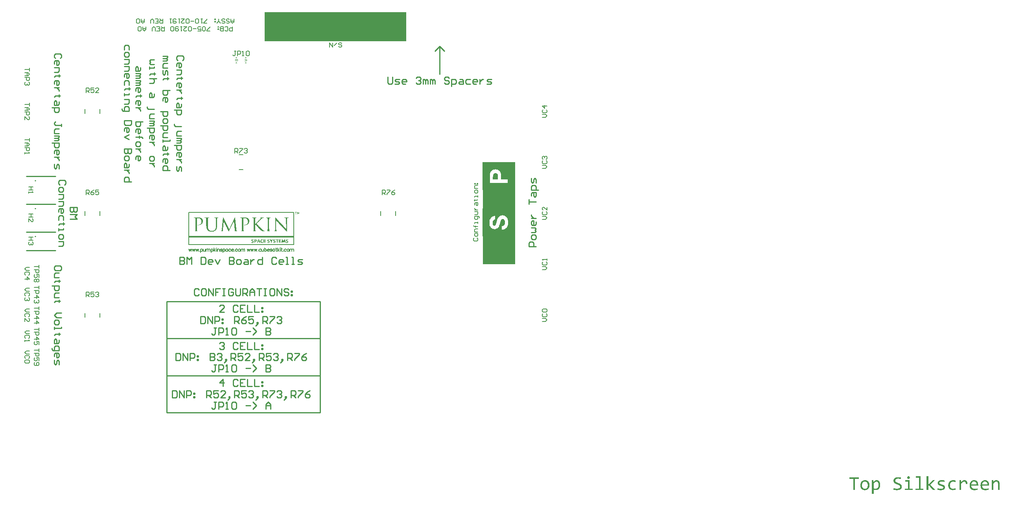
<source format=gto>
G04*
G04 #@! TF.GenerationSoftware,Altium Limited,Altium Designer,20.0.13 (296)*
G04*
G04 Layer_Color=65535*
%FSLAX25Y25*%
%MOIN*%
G70*
G01*
G75*
%ADD10C,0.00800*%
%ADD11C,0.00787*%
%ADD12C,0.01000*%
%ADD13C,0.00394*%
%ADD14C,0.00600*%
%ADD15R,0.27559X0.23622*%
%ADD16R,0.27559X0.27559*%
%ADD17R,1.20000X0.25000*%
G36*
X374016Y-19685D02*
X346457D01*
Y3937D01*
X374016D01*
Y-19685D01*
D02*
G37*
G36*
X374016Y19685D02*
X346457D01*
Y43307D01*
X374016D01*
Y19685D01*
D02*
G37*
G36*
X707644Y-223300D02*
X707790Y-223318D01*
X707936Y-223373D01*
X707954D01*
X707972Y-223391D01*
X708063Y-223446D01*
X708173Y-223518D01*
X708282Y-223628D01*
X708318Y-223646D01*
X708373Y-223719D01*
X708464Y-223828D01*
X708537Y-223974D01*
X708555Y-224010D01*
X708592Y-224101D01*
X708610Y-224247D01*
X708628Y-224411D01*
Y-224429D01*
Y-224448D01*
X708610Y-224557D01*
X708592Y-224703D01*
X708537Y-224849D01*
X708519Y-224885D01*
X708464Y-224976D01*
X708391Y-225085D01*
X708282Y-225213D01*
X708264Y-225231D01*
X708191Y-225304D01*
X708082Y-225377D01*
X707936Y-225450D01*
X707899Y-225468D01*
X707808Y-225486D01*
X707662Y-225504D01*
X707499Y-225523D01*
X707462D01*
X707353Y-225504D01*
X707207Y-225486D01*
X707061Y-225450D01*
X707025Y-225432D01*
X706934Y-225377D01*
X706824Y-225304D01*
X706697Y-225213D01*
X706679Y-225177D01*
X706606Y-225104D01*
X706533Y-224994D01*
X706460Y-224849D01*
Y-224830D01*
X706442Y-224812D01*
X706424Y-224721D01*
X706405Y-224575D01*
X706387Y-224411D01*
Y-224393D01*
Y-224375D01*
X706405Y-224266D01*
X706424Y-224120D01*
X706460Y-223974D01*
Y-223956D01*
X706478Y-223938D01*
X706533Y-223846D01*
X706606Y-223737D01*
X706697Y-223628D01*
X706733Y-223591D01*
X706806Y-223537D01*
X706916Y-223446D01*
X707061Y-223373D01*
X707080D01*
X707098Y-223355D01*
X707189Y-223318D01*
X707335Y-223300D01*
X707499Y-223282D01*
X707535D01*
X707644Y-223300D01*
D02*
G37*
G36*
X699063Y-224101D02*
X699281Y-224120D01*
X699391D01*
X699482Y-224138D01*
X699682Y-224156D01*
X699919Y-224193D01*
X699974D01*
X700047Y-224211D01*
X700119D01*
X700320Y-224247D01*
X700557Y-224284D01*
X700611D01*
X700684Y-224302D01*
X700757Y-224320D01*
X700957Y-224357D01*
X701158Y-224393D01*
Y-225705D01*
X701122D01*
X701049Y-225668D01*
X700921Y-225650D01*
X700757Y-225614D01*
X700575Y-225577D01*
X700356Y-225523D01*
X699883Y-225450D01*
X699864D01*
X699773Y-225432D01*
X699664Y-225413D01*
X699500Y-225395D01*
X699318Y-225377D01*
X699099Y-225359D01*
X698662Y-225341D01*
X698461D01*
X698243Y-225359D01*
X697969Y-225395D01*
X697660Y-225450D01*
X697350Y-225523D01*
X697077Y-225632D01*
X696822Y-225778D01*
X696803Y-225796D01*
X696731Y-225851D01*
X696639Y-225942D01*
X696530Y-226069D01*
X696421Y-226233D01*
X696330Y-226434D01*
X696257Y-226652D01*
X696239Y-226907D01*
Y-226926D01*
Y-226980D01*
X696257Y-227053D01*
X696275Y-227163D01*
X696348Y-227399D01*
X696403Y-227527D01*
X696475Y-227654D01*
X696494Y-227673D01*
X696512Y-227709D01*
X696566Y-227764D01*
X696639Y-227837D01*
X696840Y-228019D01*
X697095Y-228219D01*
X697113Y-228237D01*
X697168Y-228256D01*
X697241Y-228310D01*
X697368Y-228365D01*
X697496Y-228438D01*
X697642Y-228511D01*
X698006Y-228657D01*
X698024D01*
X698097Y-228693D01*
X698188Y-228729D01*
X698334Y-228784D01*
X698480Y-228839D01*
X698644Y-228912D01*
X699026Y-229076D01*
X699044D01*
X699117Y-229112D01*
X699227Y-229148D01*
X699354Y-229203D01*
X699518Y-229276D01*
X699682Y-229349D01*
X700065Y-229531D01*
X700083Y-229549D01*
X700156Y-229568D01*
X700247Y-229622D01*
X700375Y-229695D01*
X700666Y-229895D01*
X700957Y-230132D01*
X700976Y-230151D01*
X701030Y-230187D01*
X701103Y-230260D01*
X701194Y-230369D01*
X701286Y-230479D01*
X701395Y-230624D01*
X701595Y-230952D01*
X701614Y-230970D01*
X701632Y-231043D01*
X701668Y-231134D01*
X701723Y-231262D01*
X701778Y-231426D01*
X701814Y-231626D01*
X701832Y-231827D01*
X701850Y-232064D01*
Y-232100D01*
Y-232191D01*
X701832Y-232337D01*
X701814Y-232519D01*
X701778Y-232720D01*
X701705Y-232956D01*
X701632Y-233193D01*
X701522Y-233412D01*
X701504Y-233430D01*
X701468Y-233503D01*
X701395Y-233612D01*
X701304Y-233740D01*
X701176Y-233886D01*
X701030Y-234050D01*
X700848Y-234214D01*
X700648Y-234359D01*
X700630Y-234378D01*
X700557Y-234414D01*
X700429Y-234487D01*
X700283Y-234578D01*
X700083Y-234669D01*
X699864Y-234760D01*
X699609Y-234851D01*
X699318Y-234924D01*
X699281D01*
X699190Y-234961D01*
X699026Y-234979D01*
X698808Y-235015D01*
X698553Y-235052D01*
X698261Y-235070D01*
X697933Y-235106D01*
X697332D01*
X697186Y-235088D01*
X697058D01*
X696731Y-235070D01*
X696658D01*
X696585Y-235052D01*
X696475D01*
X696220Y-235015D01*
X695929Y-234979D01*
X695856D01*
X695783Y-234961D01*
X695692D01*
X695455Y-234924D01*
X695200Y-234888D01*
X695182D01*
X695145Y-234870D01*
X695073Y-234851D01*
X695000Y-234833D01*
X694799Y-234778D01*
X694581Y-234724D01*
Y-233321D01*
X694617Y-233339D01*
X694690Y-233357D01*
X694817Y-233394D01*
X694981Y-233448D01*
X695182Y-233521D01*
X695419Y-233576D01*
X695674Y-233631D01*
X695947Y-233685D01*
X695984D01*
X696075Y-233703D01*
X696239Y-233722D01*
X696457Y-233740D01*
X696712Y-233776D01*
X697004Y-233794D01*
X697332Y-233813D01*
X697951D01*
X698115Y-233794D01*
X698297D01*
X698498Y-233758D01*
X698698Y-233740D01*
X698899Y-233703D01*
X698917D01*
X698990Y-233685D01*
X699063Y-233649D01*
X699190Y-233631D01*
X699445Y-233521D01*
X699700Y-233394D01*
X699719Y-233376D01*
X699755Y-233357D01*
X699810Y-233303D01*
X699883Y-233248D01*
X700047Y-233084D01*
X700174Y-232865D01*
Y-232847D01*
X700192Y-232811D01*
X700229Y-232738D01*
X700247Y-232647D01*
X700283Y-232537D01*
X700302Y-232410D01*
X700320Y-232137D01*
Y-232118D01*
Y-232064D01*
X700302Y-231991D01*
X700283Y-231881D01*
X700211Y-231645D01*
X700156Y-231535D01*
X700065Y-231408D01*
X700047Y-231389D01*
X700028Y-231353D01*
X699974Y-231298D01*
X699901Y-231225D01*
X699810Y-231134D01*
X699700Y-231043D01*
X699427Y-230861D01*
X699409Y-230843D01*
X699354Y-230825D01*
X699281Y-230770D01*
X699172Y-230715D01*
X699044Y-230643D01*
X698899Y-230570D01*
X698534Y-230406D01*
X698516Y-230387D01*
X698443Y-230369D01*
X698352Y-230333D01*
X698206Y-230278D01*
X698061Y-230223D01*
X697878Y-230151D01*
X697496Y-230005D01*
X697477Y-229987D01*
X697405Y-229968D01*
X697314Y-229914D01*
X697186Y-229859D01*
X697022Y-229786D01*
X696858Y-229713D01*
X696475Y-229531D01*
X696457Y-229513D01*
X696384Y-229476D01*
X696293Y-229440D01*
X696166Y-229367D01*
X696038Y-229276D01*
X695874Y-229185D01*
X695564Y-228948D01*
X695546Y-228930D01*
X695510Y-228893D01*
X695437Y-228820D01*
X695346Y-228711D01*
X695255Y-228602D01*
X695145Y-228456D01*
X694945Y-228146D01*
X694927Y-228128D01*
X694909Y-228055D01*
X694872Y-227964D01*
X694836Y-227837D01*
X694781Y-227673D01*
X694744Y-227490D01*
X694726Y-227272D01*
X694708Y-227053D01*
Y-227035D01*
Y-226962D01*
X694726Y-226853D01*
X694744Y-226707D01*
X694763Y-226543D01*
X694799Y-226361D01*
X694854Y-226160D01*
X694927Y-225960D01*
X694945Y-225942D01*
X694963Y-225869D01*
X695036Y-225778D01*
X695109Y-225650D01*
X695200Y-225504D01*
X695328Y-225341D01*
X695473Y-225177D01*
X695637Y-225012D01*
X695655Y-224994D01*
X695728Y-224940D01*
X695838Y-224867D01*
X695984Y-224776D01*
X696147Y-224666D01*
X696366Y-224557D01*
X696603Y-224448D01*
X696876Y-224338D01*
X696913Y-224320D01*
X697022Y-224302D01*
X697168Y-224266D01*
X697386Y-224211D01*
X697660Y-224156D01*
X697969Y-224120D01*
X698316Y-224101D01*
X698698Y-224083D01*
X698880D01*
X699063Y-224101D01*
D02*
G37*
G36*
X782365Y-226598D02*
X782456D01*
X782583Y-226616D01*
X782875Y-226671D01*
X783184Y-226762D01*
X783494Y-226907D01*
X783804Y-227090D01*
X784077Y-227345D01*
X784114Y-227381D01*
X784187Y-227490D01*
X784278Y-227654D01*
X784405Y-227909D01*
X784533Y-228219D01*
X784624Y-228620D01*
X784697Y-229076D01*
X784733Y-229604D01*
Y-234961D01*
X783312D01*
Y-229713D01*
Y-229695D01*
Y-229677D01*
Y-229622D01*
Y-229549D01*
X783294Y-229385D01*
X783276Y-229167D01*
X783221Y-228948D01*
X783166Y-228711D01*
X783075Y-228474D01*
X782947Y-228292D01*
X782929Y-228274D01*
X782875Y-228219D01*
X782802Y-228146D01*
X782674Y-228055D01*
X782528Y-227964D01*
X782346Y-227891D01*
X782128Y-227837D01*
X781873Y-227818D01*
X781781D01*
X781709Y-227837D01*
X781526Y-227855D01*
X781344Y-227909D01*
X781326D01*
X781308Y-227928D01*
X781198Y-227964D01*
X781035Y-228055D01*
X780834Y-228183D01*
X780816D01*
X780779Y-228219D01*
X780725Y-228256D01*
X780652Y-228310D01*
X780470Y-228474D01*
X780233Y-228693D01*
X780215Y-228711D01*
X780178Y-228748D01*
X780123Y-228820D01*
X780032Y-228912D01*
X779923Y-229039D01*
X779814Y-229185D01*
X779686Y-229331D01*
X779540Y-229513D01*
Y-234961D01*
X778119D01*
Y-226725D01*
X779376D01*
X779431Y-228055D01*
X779449Y-228037D01*
X779486Y-227982D01*
X779559Y-227909D01*
X779650Y-227818D01*
X779887Y-227582D01*
X780123Y-227363D01*
X780142Y-227345D01*
X780178Y-227308D01*
X780251Y-227254D01*
X780342Y-227199D01*
X780543Y-227053D01*
X780779Y-226907D01*
X780798D01*
X780834Y-226871D01*
X780907Y-226853D01*
X780980Y-226798D01*
X781198Y-226725D01*
X781435Y-226652D01*
X781454D01*
X781490Y-226634D01*
X781563D01*
X781654Y-226616D01*
X781891Y-226598D01*
X782146Y-226579D01*
X782273D01*
X782365Y-226598D01*
D02*
G37*
G36*
X736067Y-226598D02*
X736250D01*
X736669Y-226634D01*
X736687D01*
X736778Y-226652D01*
X736887D01*
X737051Y-226671D01*
X737234Y-226707D01*
X737434Y-226725D01*
X737671Y-226780D01*
X737908Y-226816D01*
Y-228092D01*
X737871D01*
X737798Y-228055D01*
X737671Y-228037D01*
X737489Y-228001D01*
X737306Y-227964D01*
X737088Y-227928D01*
X736632Y-227855D01*
X736614D01*
X736523Y-227837D01*
X736414Y-227818D01*
X736268Y-227800D01*
X736104D01*
X735940Y-227782D01*
X735576Y-227764D01*
X735393D01*
X735266Y-227782D01*
X734974Y-227800D01*
X734683Y-227855D01*
X734664D01*
X734628Y-227873D01*
X734555Y-227891D01*
X734464Y-227909D01*
X734282Y-228001D01*
X734082Y-228092D01*
X734045Y-228110D01*
X733954Y-228183D01*
X733863Y-228292D01*
X733772Y-228420D01*
X733753Y-228456D01*
X733735Y-228547D01*
X733699Y-228675D01*
X733681Y-228839D01*
Y-228857D01*
Y-228875D01*
X733699Y-228966D01*
X733717Y-229094D01*
X733753Y-229240D01*
X733772Y-229276D01*
X733826Y-229349D01*
X733936Y-229458D01*
X734082Y-229586D01*
X734100D01*
X734118Y-229622D01*
X734173Y-229640D01*
X734245Y-229695D01*
X734355Y-229750D01*
X734464Y-229804D01*
X734592Y-229859D01*
X734737Y-229932D01*
X734756D01*
X734810Y-229968D01*
X734901Y-229987D01*
X735029Y-230041D01*
X735193Y-230096D01*
X735375Y-230151D01*
X735576Y-230205D01*
X735812Y-230278D01*
X735849Y-230296D01*
X735940Y-230314D01*
X736067Y-230351D01*
X736250Y-230424D01*
X736450Y-230479D01*
X736651Y-230570D01*
X736851Y-230643D01*
X737051Y-230734D01*
X737070Y-230752D01*
X737143Y-230770D01*
X737215Y-230825D01*
X737343Y-230879D01*
X737598Y-231062D01*
X737853Y-231262D01*
X737871Y-231280D01*
X737908Y-231317D01*
X737962Y-231371D01*
X738035Y-231444D01*
X738181Y-231645D01*
X738254Y-231772D01*
X738309Y-231900D01*
Y-231918D01*
X738327Y-231954D01*
X738363Y-232045D01*
X738381Y-232137D01*
X738418Y-232264D01*
X738436Y-232392D01*
X738454Y-232720D01*
Y-232738D01*
Y-232792D01*
Y-232884D01*
X738436Y-232975D01*
X738381Y-233230D01*
X738290Y-233503D01*
Y-233521D01*
X738272Y-233558D01*
X738236Y-233631D01*
X738181Y-233703D01*
X738054Y-233904D01*
X737889Y-234122D01*
X737871Y-234141D01*
X737853Y-234159D01*
X737798Y-234214D01*
X737725Y-234268D01*
X737525Y-234414D01*
X737288Y-234578D01*
X737270D01*
X737234Y-234614D01*
X737161Y-234633D01*
X737070Y-234687D01*
X736851Y-234778D01*
X736578Y-234870D01*
X736559D01*
X736523Y-234888D01*
X736432Y-234906D01*
X736341Y-234924D01*
X736232Y-234961D01*
X736086Y-234979D01*
X735794Y-235033D01*
X735776D01*
X735721Y-235052D01*
X735648D01*
X735539Y-235070D01*
X735302Y-235088D01*
X735011Y-235106D01*
X734701D01*
X734501Y-235088D01*
X734264D01*
X734009Y-235070D01*
X733462Y-235033D01*
X733426D01*
X733353Y-235015D01*
X733207Y-234997D01*
X733043Y-234979D01*
X732824Y-234942D01*
X732606Y-234906D01*
X732114Y-234797D01*
Y-233485D01*
X732150D01*
X732241Y-233521D01*
X732369Y-233558D01*
X732551Y-233612D01*
X732770Y-233667D01*
X733006Y-233722D01*
X733535Y-233813D01*
X733571D01*
X733662Y-233831D01*
X733790Y-233849D01*
X733972D01*
X734191Y-233867D01*
X734428Y-233886D01*
X734956Y-233904D01*
X735120D01*
X735302Y-233886D01*
X735521Y-233867D01*
X735776Y-233831D01*
X736031Y-233794D01*
X736268Y-233722D01*
X736468Y-233631D01*
X736486Y-233612D01*
X736541Y-233576D01*
X736632Y-233521D01*
X736723Y-233430D01*
X736814Y-233321D01*
X736906Y-233175D01*
X736960Y-233011D01*
X736978Y-232829D01*
Y-232811D01*
Y-232792D01*
X736960Y-232701D01*
X736942Y-232574D01*
X736887Y-232446D01*
X736869Y-232410D01*
X736833Y-232337D01*
X736742Y-232228D01*
X736596Y-232100D01*
X736559Y-232064D01*
X736505Y-232045D01*
X736450Y-231991D01*
X736359Y-231954D01*
X736250Y-231900D01*
X736104Y-231827D01*
X735958Y-231772D01*
X735940D01*
X735885Y-231736D01*
X735794Y-231699D01*
X735648Y-231645D01*
X735485Y-231590D01*
X735284Y-231517D01*
X735065Y-231444D01*
X734792Y-231371D01*
X734774D01*
X734701Y-231335D01*
X734592Y-231317D01*
X734464Y-231262D01*
X734300Y-231207D01*
X734136Y-231153D01*
X733772Y-231007D01*
X733753Y-230989D01*
X733699Y-230970D01*
X733608Y-230916D01*
X733498Y-230861D01*
X733225Y-230715D01*
X732952Y-230515D01*
X732934Y-230497D01*
X732897Y-230460D01*
X732824Y-230406D01*
X732752Y-230314D01*
X732569Y-230114D01*
X732405Y-229841D01*
Y-229823D01*
X732369Y-229768D01*
X732351Y-229695D01*
X732314Y-229586D01*
X732278Y-229458D01*
X732260Y-229294D01*
X732223Y-229112D01*
Y-228930D01*
Y-228912D01*
Y-228875D01*
Y-228802D01*
X732241Y-228711D01*
X732260Y-228602D01*
X732278Y-228474D01*
X732369Y-228183D01*
Y-228165D01*
X732405Y-228110D01*
X732442Y-228037D01*
X732496Y-227928D01*
X732569Y-227818D01*
X732660Y-227691D01*
X732788Y-227545D01*
X732915Y-227417D01*
X732934Y-227399D01*
X732988Y-227363D01*
X733079Y-227290D01*
X733189Y-227199D01*
X733334Y-227108D01*
X733517Y-227017D01*
X733717Y-226907D01*
X733954Y-226816D01*
X733990Y-226798D01*
X734082Y-226780D01*
X734209Y-226743D01*
X734410Y-226689D01*
X734646Y-226652D01*
X734920Y-226616D01*
X735248Y-226598D01*
X735594Y-226579D01*
X735922D01*
X736067Y-226598D01*
D02*
G37*
G36*
X680934Y-226598D02*
X681098Y-226616D01*
X681298Y-226652D01*
X681499Y-226707D01*
X681717Y-226780D01*
X681918Y-226889D01*
X681936Y-226907D01*
X682009Y-226944D01*
X682100Y-227017D01*
X682227Y-227108D01*
X682373Y-227217D01*
X682519Y-227363D01*
X682665Y-227527D01*
X682810Y-227727D01*
X682829Y-227746D01*
X682865Y-227818D01*
X682938Y-227928D01*
X683011Y-228092D01*
X683102Y-228274D01*
X683193Y-228492D01*
X683284Y-228748D01*
X683357Y-229021D01*
Y-229057D01*
X683393Y-229149D01*
X683412Y-229312D01*
X683448Y-229513D01*
X683485Y-229750D01*
X683503Y-230041D01*
X683539Y-230351D01*
Y-230697D01*
Y-230715D01*
Y-230752D01*
Y-230806D01*
Y-230879D01*
X683521Y-231098D01*
X683503Y-231353D01*
X683466Y-231663D01*
X683412Y-231973D01*
X683339Y-232300D01*
X683229Y-232628D01*
X683211Y-232665D01*
X683175Y-232756D01*
X683102Y-232902D01*
X683011Y-233102D01*
X682883Y-233303D01*
X682738Y-233540D01*
X682574Y-233758D01*
X682373Y-233977D01*
X682355Y-233995D01*
X682282Y-234068D01*
X682155Y-234159D01*
X682009Y-234286D01*
X681827Y-234414D01*
X681590Y-234560D01*
X681353Y-234687D01*
X681079Y-234797D01*
X681043Y-234815D01*
X680952Y-234833D01*
X680806Y-234870D01*
X680606Y-234924D01*
X680369Y-234979D01*
X680096Y-235015D01*
X679804Y-235033D01*
X679494Y-235052D01*
X679239D01*
X679003Y-235033D01*
X678711Y-234997D01*
X678638D01*
X678565Y-234979D01*
X678474Y-234961D01*
X678346D01*
X678219Y-234942D01*
X677927Y-234888D01*
Y-238331D01*
X676506D01*
Y-226725D01*
X677764D01*
X677855Y-228110D01*
Y-228092D01*
X677891Y-228074D01*
X677964Y-227964D01*
X678091Y-227818D01*
X678255Y-227654D01*
X678456Y-227454D01*
X678675Y-227254D01*
X678911Y-227071D01*
X679166Y-226926D01*
X679203Y-226907D01*
X679294Y-226871D01*
X679422Y-226816D01*
X679622Y-226743D01*
X679841Y-226689D01*
X680096Y-226634D01*
X680387Y-226598D01*
X680679Y-226579D01*
X680806D01*
X680934Y-226598D01*
D02*
G37*
G36*
X755162Y-226598D02*
X755253D01*
X755381Y-226616D01*
X755672Y-226689D01*
X755982Y-226780D01*
X756292Y-226926D01*
X756601Y-227144D01*
X756747Y-227272D01*
X756875Y-227417D01*
X756911Y-227454D01*
X756929Y-227509D01*
X756984Y-227563D01*
X757021Y-227654D01*
X757075Y-227764D01*
X757148Y-227891D01*
X757203Y-228037D01*
X757257Y-228201D01*
X757312Y-228365D01*
X757367Y-228565D01*
X757421Y-228784D01*
X757458Y-229039D01*
X757476Y-229294D01*
X757494Y-229568D01*
Y-229859D01*
X756055D01*
Y-229841D01*
Y-229804D01*
Y-229750D01*
Y-229677D01*
X756037Y-229495D01*
X756018Y-229276D01*
X755982Y-229021D01*
X755927Y-228766D01*
X755836Y-228511D01*
X755727Y-228310D01*
X755709Y-228292D01*
X755672Y-228237D01*
X755581Y-228146D01*
X755472Y-228055D01*
X755326Y-227982D01*
X755162Y-227891D01*
X754962Y-227837D01*
X754725Y-227818D01*
X754615D01*
X754561Y-227837D01*
X754379Y-227855D01*
X754160Y-227928D01*
X754142D01*
X754105Y-227946D01*
X754051Y-227964D01*
X753978Y-228001D01*
X753777Y-228110D01*
X753559Y-228256D01*
X753541Y-228274D01*
X753504Y-228292D01*
X753449Y-228347D01*
X753358Y-228401D01*
X753158Y-228602D01*
X752903Y-228839D01*
X752885Y-228857D01*
X752848Y-228893D01*
X752775Y-228966D01*
X752684Y-229076D01*
X752575Y-229203D01*
X752447Y-229331D01*
X752320Y-229495D01*
X752174Y-229677D01*
Y-234961D01*
X750735D01*
Y-226725D01*
X752028D01*
X752065Y-228256D01*
Y-228237D01*
X752101Y-228219D01*
X752192Y-228110D01*
X752338Y-227964D01*
X752520Y-227764D01*
X752739Y-227563D01*
X752976Y-227345D01*
X753231Y-227144D01*
X753504Y-226980D01*
X753541Y-226962D01*
X753632Y-226926D01*
X753759Y-226853D01*
X753960Y-226780D01*
X754160Y-226707D01*
X754415Y-226634D01*
X754670Y-226598D01*
X754943Y-226579D01*
X755071D01*
X755162Y-226598D01*
D02*
G37*
G36*
X745669Y-226634D02*
X745870D01*
X746070Y-226652D01*
X746489Y-226707D01*
X746508D01*
X746580Y-226725D01*
X746690Y-226743D01*
X746836Y-226780D01*
X747000Y-226816D01*
X747182Y-226871D01*
X747564Y-226998D01*
Y-228365D01*
X747546Y-228347D01*
X747473Y-228328D01*
X747364Y-228274D01*
X747218Y-228219D01*
X747054Y-228146D01*
X746872Y-228074D01*
X746471Y-227964D01*
X746453D01*
X746380Y-227946D01*
X746271Y-227928D01*
X746125Y-227891D01*
X745943Y-227873D01*
X745760Y-227855D01*
X745323Y-227837D01*
X745232D01*
X745123Y-227855D01*
X744995D01*
X744831Y-227891D01*
X744649Y-227928D01*
X744467Y-227982D01*
X744285Y-228055D01*
X744267D01*
X744212Y-228092D01*
X744102Y-228146D01*
X743993Y-228201D01*
X743866Y-228292D01*
X743720Y-228401D01*
X743574Y-228511D01*
X743428Y-228657D01*
X743410Y-228675D01*
X743374Y-228729D01*
X743301Y-228802D01*
X743228Y-228912D01*
X743119Y-229057D01*
X743027Y-229221D01*
X742936Y-229403D01*
X742845Y-229604D01*
Y-229622D01*
X742809Y-229695D01*
X742791Y-229823D01*
X742754Y-229968D01*
X742718Y-230169D01*
X742681Y-230387D01*
X742663Y-230624D01*
X742645Y-230898D01*
Y-230916D01*
Y-230970D01*
Y-231043D01*
X742663Y-231134D01*
Y-231262D01*
X742681Y-231408D01*
X742736Y-231736D01*
X742827Y-232082D01*
X742936Y-232465D01*
X743119Y-232811D01*
X743356Y-233120D01*
X743392Y-233157D01*
X743483Y-233230D01*
X743647Y-233357D01*
X743884Y-233485D01*
X744175Y-233612D01*
X744522Y-233740D01*
X744922Y-233813D01*
X745378Y-233849D01*
X745597D01*
X745742Y-233831D01*
X745906Y-233813D01*
X746107Y-233794D01*
X746508Y-233722D01*
X746526D01*
X746599Y-233703D01*
X746708Y-233667D01*
X746854Y-233630D01*
X747000Y-233576D01*
X747182Y-233503D01*
X747564Y-233321D01*
Y-234651D01*
X747546D01*
X747473Y-234687D01*
X747364Y-234724D01*
X747218Y-234778D01*
X747036Y-234815D01*
X746836Y-234870D01*
X746416Y-234961D01*
X746398D01*
X746307Y-234979D01*
X746198Y-234997D01*
X746052Y-235015D01*
X745870Y-235033D01*
X745651Y-235052D01*
X745196Y-235070D01*
X745014D01*
X744868Y-235052D01*
X744704Y-235033D01*
X744522Y-235015D01*
X744321Y-234979D01*
X744084Y-234942D01*
X743611Y-234815D01*
X743356Y-234724D01*
X743100Y-234614D01*
X742864Y-234505D01*
X742627Y-234359D01*
X742390Y-234195D01*
X742189Y-234013D01*
X742171Y-233995D01*
X742153Y-233959D01*
X742098Y-233904D01*
X742025Y-233813D01*
X741953Y-233703D01*
X741861Y-233576D01*
X741770Y-233412D01*
X741679Y-233230D01*
X741570Y-233029D01*
X741479Y-232792D01*
X741388Y-232537D01*
X741315Y-232264D01*
X741242Y-231973D01*
X741187Y-231645D01*
X741169Y-231298D01*
X741151Y-230934D01*
Y-230916D01*
Y-230898D01*
Y-230843D01*
Y-230770D01*
X741169Y-230588D01*
X741187Y-230351D01*
X741224Y-230078D01*
X741278Y-229768D01*
X741351Y-229458D01*
X741442Y-229167D01*
Y-229148D01*
X741461Y-229130D01*
X741497Y-229039D01*
X741570Y-228875D01*
X741661Y-228693D01*
X741789Y-228474D01*
X741934Y-228256D01*
X742098Y-228019D01*
X742299Y-227800D01*
X742317Y-227782D01*
X742390Y-227709D01*
X742517Y-227600D01*
X742663Y-227472D01*
X742864Y-227345D01*
X743082Y-227199D01*
X743337Y-227053D01*
X743611Y-226926D01*
X743647Y-226907D01*
X743738Y-226871D01*
X743902Y-226835D01*
X744102Y-226762D01*
X744358Y-226707D01*
X744649Y-226671D01*
X744959Y-226634D01*
X745287Y-226616D01*
X745524D01*
X745669Y-226634D01*
D02*
G37*
G36*
X724297Y-230497D02*
X727996Y-226725D01*
X729891D01*
X726028Y-230533D01*
X730110Y-234961D01*
X728142D01*
X724297Y-230551D01*
Y-234961D01*
X722876D01*
Y-223373D01*
X724297D01*
Y-230497D01*
D02*
G37*
G36*
X717684Y-233776D02*
X720143D01*
Y-234961D01*
X713548D01*
Y-233776D01*
X716244D01*
Y-224539D01*
X713821D01*
Y-223373D01*
X717684D01*
Y-233776D01*
D02*
G37*
G36*
X708446D02*
X710906D01*
Y-234961D01*
X704310D01*
Y-233776D01*
X707007D01*
Y-227909D01*
X704583D01*
Y-226725D01*
X708446D01*
Y-233776D01*
D02*
G37*
G36*
X665246Y-225486D02*
X662076D01*
Y-234961D01*
X660600D01*
Y-225486D01*
X657430D01*
Y-224247D01*
X665246D01*
Y-225486D01*
D02*
G37*
G36*
X772580Y-226598D02*
X772781Y-226616D01*
X773018Y-226652D01*
X773273Y-226689D01*
X773528Y-226762D01*
X773783Y-226853D01*
X773819Y-226871D01*
X773892Y-226907D01*
X774020Y-226962D01*
X774184Y-227053D01*
X774348Y-227162D01*
X774548Y-227290D01*
X774730Y-227454D01*
X774913Y-227636D01*
X774931Y-227654D01*
X774985Y-227727D01*
X775076Y-227837D01*
X775168Y-227964D01*
X775277Y-228146D01*
X775405Y-228347D01*
X775514Y-228584D01*
X775605Y-228839D01*
X775623Y-228875D01*
X775641Y-228966D01*
X775678Y-229112D01*
X775732Y-229294D01*
X775769Y-229531D01*
X775805Y-229786D01*
X775823Y-230078D01*
X775842Y-230406D01*
Y-230424D01*
Y-230460D01*
Y-230515D01*
Y-230588D01*
Y-230752D01*
X775823Y-230934D01*
Y-230970D01*
Y-231062D01*
Y-231171D01*
X775805Y-231298D01*
X770030D01*
Y-231317D01*
Y-231353D01*
Y-231426D01*
X770048Y-231499D01*
Y-231608D01*
X770066Y-231736D01*
X770121Y-232027D01*
X770193Y-232337D01*
X770321Y-232665D01*
X770485Y-232975D01*
X770722Y-233248D01*
X770758Y-233284D01*
X770850Y-233357D01*
X771013Y-233467D01*
X771250Y-233576D01*
X771542Y-233703D01*
X771888Y-233813D01*
X772289Y-233886D01*
X772763Y-233922D01*
X773218D01*
X773473Y-233904D01*
X773528D01*
X773601Y-233886D01*
X773692D01*
X773929Y-233849D01*
X774165Y-233831D01*
X774184D01*
X774220Y-233813D01*
X774293D01*
X774384Y-233794D01*
X774585Y-233758D01*
X774821Y-233722D01*
X774840D01*
X774876Y-233703D01*
X774931Y-233685D01*
X775004Y-233667D01*
X775204Y-233630D01*
X775405Y-233576D01*
Y-234742D01*
X775386D01*
X775295Y-234760D01*
X775186Y-234797D01*
X775022Y-234833D01*
X774821Y-234870D01*
X774603Y-234924D01*
X774348Y-234961D01*
X774074Y-234997D01*
X774038D01*
X773947Y-235015D01*
X773801Y-235033D01*
X773619Y-235052D01*
X773382Y-235070D01*
X773127Y-235088D01*
X772854Y-235106D01*
X772380D01*
X772180Y-235088D01*
X771943Y-235070D01*
X771651Y-235033D01*
X771341Y-234997D01*
X771032Y-234924D01*
X770740Y-234833D01*
X770704Y-234815D01*
X770613Y-234778D01*
X770467Y-234705D01*
X770303Y-234614D01*
X770103Y-234505D01*
X769884Y-234359D01*
X769683Y-234195D01*
X769483Y-233995D01*
X769465Y-233977D01*
X769410Y-233904D01*
X769319Y-233776D01*
X769210Y-233630D01*
X769082Y-233430D01*
X768973Y-233211D01*
X768845Y-232938D01*
X768754Y-232665D01*
Y-232647D01*
Y-232628D01*
X768718Y-232519D01*
X768681Y-232355D01*
X768645Y-232137D01*
X768608Y-231863D01*
X768572Y-231572D01*
X768554Y-231225D01*
X768536Y-230861D01*
Y-230843D01*
Y-230825D01*
Y-230715D01*
X768554Y-230551D01*
X768572Y-230333D01*
X768590Y-230096D01*
X768645Y-229823D01*
X768700Y-229531D01*
X768772Y-229240D01*
Y-229221D01*
X768791Y-229203D01*
X768827Y-229112D01*
X768882Y-228966D01*
X768955Y-228766D01*
X769064Y-228565D01*
X769191Y-228328D01*
X769337Y-228092D01*
X769501Y-227873D01*
X769519Y-227855D01*
X769592Y-227782D01*
X769702Y-227673D01*
X769829Y-227527D01*
X770011Y-227381D01*
X770212Y-227217D01*
X770430Y-227071D01*
X770685Y-226926D01*
X770722Y-226907D01*
X770813Y-226871D01*
X770959Y-226816D01*
X771141Y-226743D01*
X771378Y-226689D01*
X771651Y-226634D01*
X771943Y-226598D01*
X772271Y-226579D01*
X772416D01*
X772580Y-226598D01*
D02*
G37*
G36*
X763343D02*
X763543Y-226616D01*
X763780Y-226652D01*
X764035Y-226689D01*
X764290Y-226762D01*
X764545Y-226853D01*
X764582Y-226871D01*
X764655Y-226907D01*
X764782Y-226962D01*
X764946Y-227053D01*
X765110Y-227162D01*
X765311Y-227290D01*
X765493Y-227454D01*
X765675Y-227636D01*
X765693Y-227654D01*
X765748Y-227727D01*
X765839Y-227837D01*
X765930Y-227964D01*
X766039Y-228146D01*
X766167Y-228347D01*
X766276Y-228584D01*
X766367Y-228839D01*
X766386Y-228875D01*
X766404Y-228966D01*
X766440Y-229112D01*
X766495Y-229294D01*
X766531Y-229531D01*
X766568Y-229786D01*
X766586Y-230078D01*
X766604Y-230406D01*
Y-230424D01*
Y-230460D01*
Y-230515D01*
Y-230588D01*
Y-230752D01*
X766586Y-230934D01*
Y-230970D01*
Y-231062D01*
Y-231171D01*
X766568Y-231298D01*
X760792D01*
Y-231317D01*
Y-231353D01*
Y-231426D01*
X760810Y-231499D01*
Y-231608D01*
X760828Y-231736D01*
X760883Y-232027D01*
X760956Y-232337D01*
X761084Y-232665D01*
X761247Y-232975D01*
X761484Y-233248D01*
X761521Y-233284D01*
X761612Y-233357D01*
X761776Y-233467D01*
X762013Y-233576D01*
X762304Y-233703D01*
X762650Y-233813D01*
X763051Y-233886D01*
X763525Y-233922D01*
X763980D01*
X764236Y-233904D01*
X764290D01*
X764363Y-233886D01*
X764454D01*
X764691Y-233849D01*
X764928Y-233831D01*
X764946D01*
X764983Y-233813D01*
X765056D01*
X765147Y-233794D01*
X765347Y-233758D01*
X765584Y-233722D01*
X765602D01*
X765639Y-233703D01*
X765693Y-233685D01*
X765766Y-233667D01*
X765967Y-233630D01*
X766167Y-233576D01*
Y-234742D01*
X766149D01*
X766058Y-234760D01*
X765948Y-234797D01*
X765784Y-234833D01*
X765584Y-234870D01*
X765365Y-234924D01*
X765110Y-234961D01*
X764837Y-234997D01*
X764800D01*
X764709Y-235015D01*
X764564Y-235033D01*
X764381Y-235052D01*
X764145Y-235070D01*
X763889Y-235088D01*
X763616Y-235106D01*
X763142D01*
X762942Y-235088D01*
X762705Y-235070D01*
X762414Y-235033D01*
X762104Y-234997D01*
X761794Y-234924D01*
X761503Y-234833D01*
X761466Y-234815D01*
X761375Y-234778D01*
X761229Y-234705D01*
X761065Y-234614D01*
X760865Y-234505D01*
X760646Y-234359D01*
X760446Y-234195D01*
X760245Y-233995D01*
X760227Y-233977D01*
X760173Y-233904D01*
X760081Y-233776D01*
X759972Y-233630D01*
X759845Y-233430D01*
X759735Y-233211D01*
X759608Y-232938D01*
X759517Y-232665D01*
Y-232647D01*
Y-232628D01*
X759480Y-232519D01*
X759444Y-232355D01*
X759407Y-232137D01*
X759371Y-231863D01*
X759334Y-231572D01*
X759316Y-231225D01*
X759298Y-230861D01*
Y-230843D01*
Y-230825D01*
Y-230715D01*
X759316Y-230551D01*
X759334Y-230333D01*
X759353Y-230096D01*
X759407Y-229823D01*
X759462Y-229531D01*
X759535Y-229240D01*
Y-229221D01*
X759553Y-229203D01*
X759589Y-229112D01*
X759644Y-228966D01*
X759717Y-228766D01*
X759826Y-228565D01*
X759954Y-228328D01*
X760100Y-228092D01*
X760264Y-227873D01*
X760282Y-227855D01*
X760355Y-227782D01*
X760464Y-227673D01*
X760592Y-227527D01*
X760774Y-227381D01*
X760974Y-227217D01*
X761193Y-227071D01*
X761448Y-226926D01*
X761484Y-226907D01*
X761576Y-226871D01*
X761721Y-226816D01*
X761903Y-226743D01*
X762140Y-226689D01*
X762414Y-226634D01*
X762705Y-226598D01*
X763033Y-226579D01*
X763179D01*
X763343Y-226598D01*
D02*
G37*
G36*
X670967Y-226598D02*
X671168Y-226616D01*
X671423Y-226652D01*
X671678Y-226707D01*
X671951Y-226780D01*
X672225Y-226871D01*
X672261Y-226889D01*
X672352Y-226926D01*
X672480Y-226980D01*
X672644Y-227071D01*
X672826Y-227181D01*
X673026Y-227326D01*
X673227Y-227490D01*
X673409Y-227673D01*
X673427Y-227691D01*
X673482Y-227764D01*
X673573Y-227873D01*
X673682Y-228037D01*
X673810Y-228219D01*
X673937Y-228456D01*
X674047Y-228711D01*
X674156Y-228984D01*
X674174Y-229021D01*
X674192Y-229130D01*
X674247Y-229294D01*
X674302Y-229495D01*
X674338Y-229768D01*
X674393Y-230078D01*
X674411Y-230424D01*
X674429Y-230788D01*
Y-230806D01*
Y-230825D01*
Y-230879D01*
Y-230952D01*
X674411Y-231134D01*
X674393Y-231371D01*
X674356Y-231645D01*
X674320Y-231936D01*
X674247Y-232246D01*
X674156Y-232556D01*
X674138Y-232592D01*
X674101Y-232683D01*
X674047Y-232829D01*
X673955Y-233011D01*
X673846Y-233230D01*
X673719Y-233467D01*
X673555Y-233703D01*
X673373Y-233922D01*
X673354Y-233940D01*
X673281Y-234013D01*
X673172Y-234122D01*
X673026Y-234250D01*
X672844Y-234378D01*
X672644Y-234523D01*
X672389Y-234669D01*
X672133Y-234797D01*
X672097Y-234815D01*
X672006Y-234851D01*
X671860Y-234888D01*
X671660Y-234942D01*
X671405Y-235015D01*
X671131Y-235052D01*
X670822Y-235088D01*
X670475Y-235106D01*
X670330D01*
X670148Y-235088D01*
X669947Y-235070D01*
X669692Y-235033D01*
X669419Y-234997D01*
X669145Y-234924D01*
X668872Y-234833D01*
X668836Y-234815D01*
X668763Y-234778D01*
X668635Y-234724D01*
X668471Y-234633D01*
X668271Y-234523D01*
X668089Y-234378D01*
X667888Y-234214D01*
X667688Y-234031D01*
X667670Y-234013D01*
X667615Y-233940D01*
X667524Y-233831D01*
X667415Y-233667D01*
X667305Y-233485D01*
X667178Y-233248D01*
X667068Y-232993D01*
X666959Y-232720D01*
Y-232701D01*
X666941Y-232683D01*
X666923Y-232574D01*
X666886Y-232410D01*
X666831Y-232191D01*
X666777Y-231918D01*
X666740Y-231608D01*
X666722Y-231262D01*
X666704Y-230898D01*
Y-230879D01*
Y-230861D01*
Y-230806D01*
Y-230734D01*
X666722Y-230551D01*
X666740Y-230333D01*
X666759Y-230060D01*
X666813Y-229768D01*
X666868Y-229458D01*
X666959Y-229167D01*
Y-229149D01*
X666977Y-229130D01*
X667014Y-229039D01*
X667068Y-228875D01*
X667160Y-228693D01*
X667269Y-228474D01*
X667415Y-228256D01*
X667560Y-228019D01*
X667742Y-227800D01*
X667761Y-227782D01*
X667834Y-227709D01*
X667943Y-227600D01*
X668089Y-227472D01*
X668271Y-227326D01*
X668490Y-227181D01*
X668726Y-227035D01*
X668982Y-226907D01*
X669018Y-226889D01*
X669109Y-226853D01*
X669255Y-226798D01*
X669455Y-226743D01*
X669710Y-226689D01*
X669984Y-226634D01*
X670293Y-226598D01*
X670640Y-226579D01*
X670785D01*
X670967Y-226598D01*
D02*
G37*
G36*
X166565Y-3623D02*
X166617Y-3641D01*
X166635D01*
X166653Y-3658D01*
X166670Y-3694D01*
X166688Y-3746D01*
Y-3764D01*
X166670Y-3782D01*
X166635Y-3817D01*
X166617D01*
X166565Y-3834D01*
X166477D01*
X166371Y-3852D01*
X166353D01*
X166318Y-3870D01*
X166265D01*
X166178Y-3887D01*
X166160D01*
X166125Y-3905D01*
X166072Y-3922D01*
X166002Y-3940D01*
X165861Y-4028D01*
X165791Y-4081D01*
X165738Y-4151D01*
Y-4169D01*
X165720Y-4186D01*
X165703Y-4239D01*
X165685Y-4309D01*
X165650Y-4397D01*
X165632Y-4503D01*
X165615Y-4626D01*
X165597Y-4767D01*
Y-4784D01*
Y-4802D01*
Y-4820D01*
Y-4837D01*
Y-4890D01*
X165579Y-4960D01*
Y-5066D01*
Y-5206D01*
X165562Y-5382D01*
Y-5576D01*
Y-5787D01*
Y-5822D01*
Y-5910D01*
Y-5980D01*
Y-6068D01*
Y-6174D01*
Y-6297D01*
Y-6455D01*
Y-6631D01*
Y-6825D01*
Y-7036D01*
Y-7265D01*
Y-7528D01*
Y-7827D01*
Y-8144D01*
Y-10888D01*
Y-10906D01*
Y-10941D01*
Y-10994D01*
Y-11082D01*
Y-11169D01*
Y-11293D01*
Y-11556D01*
Y-11873D01*
Y-12207D01*
Y-12559D01*
Y-12911D01*
Y-12928D01*
Y-12946D01*
Y-13052D01*
X165579Y-13210D01*
Y-13403D01*
Y-13632D01*
X165597Y-13861D01*
X165615Y-14089D01*
X165632Y-14283D01*
Y-14300D01*
Y-14336D01*
X165650Y-14406D01*
X165667Y-14494D01*
X165720Y-14670D01*
X165791Y-14863D01*
Y-14881D01*
X165808Y-14898D01*
X165896Y-14987D01*
X165949Y-15039D01*
X166037Y-15074D01*
X166125Y-15110D01*
X166248Y-15145D01*
X166265D01*
X166301Y-15162D01*
X166389Y-15180D01*
X166547D01*
X166600Y-15198D01*
X166670D01*
X166758Y-15215D01*
X166987D01*
X167022Y-15233D01*
X167040Y-15250D01*
X167057Y-15268D01*
X167075Y-15303D01*
Y-15338D01*
X167040Y-15356D01*
X167004Y-15373D01*
X166969D01*
X166916Y-15391D01*
X166195D01*
X166019Y-15373D01*
X165527D01*
X165421Y-15356D01*
X164454D01*
X164278Y-15373D01*
X163574D01*
X163469Y-15391D01*
X163240D01*
X163187Y-15373D01*
X163170Y-15356D01*
X163152Y-15338D01*
X163135Y-15303D01*
Y-15285D01*
X163152Y-15250D01*
X163187Y-15233D01*
X163258Y-15215D01*
X163363D01*
X163398Y-15198D01*
X163504D01*
X163522Y-15180D01*
X163627D01*
X163645Y-15162D01*
X163715Y-15145D01*
X163733D01*
X163750Y-15127D01*
X163856Y-15092D01*
X163961Y-15004D01*
X164032Y-14863D01*
Y-14846D01*
X164049Y-14828D01*
X164067Y-14775D01*
X164084Y-14705D01*
X164137Y-14529D01*
X164172Y-14283D01*
Y-14265D01*
X164190Y-14195D01*
Y-14072D01*
X164207Y-13931D01*
X164225Y-13738D01*
Y-13491D01*
X164243Y-13228D01*
Y-12911D01*
Y-12893D01*
Y-12876D01*
Y-12823D01*
Y-12753D01*
Y-12559D01*
X164260Y-12313D01*
Y-12014D01*
Y-11680D01*
Y-11293D01*
Y-10888D01*
Y-8126D01*
Y-8109D01*
Y-8056D01*
Y-7968D01*
Y-7845D01*
Y-7704D01*
Y-7546D01*
Y-7176D01*
Y-6790D01*
Y-6403D01*
Y-6227D01*
Y-6051D01*
Y-5910D01*
Y-5787D01*
Y-5752D01*
Y-5681D01*
Y-5576D01*
Y-5435D01*
X164243Y-5119D01*
Y-4960D01*
X164225Y-4820D01*
Y-4802D01*
Y-4784D01*
Y-4767D01*
Y-4749D01*
Y-4696D01*
X164207Y-4626D01*
Y-4538D01*
X164155Y-4344D01*
X164120Y-4257D01*
X164084Y-4169D01*
Y-4151D01*
X164067Y-4134D01*
X163996Y-4045D01*
X163873Y-3958D01*
X163697Y-3887D01*
X163627D01*
X163609Y-3870D01*
X163539D01*
X163486Y-3852D01*
X163346D01*
X163310Y-3834D01*
X163170D01*
X163117Y-3817D01*
X163099Y-3799D01*
X163082Y-3746D01*
Y-3729D01*
Y-3694D01*
X163099Y-3658D01*
X163135Y-3641D01*
X163152D01*
X163187Y-3623D01*
X163240Y-3606D01*
X163856D01*
X163979Y-3623D01*
X164313D01*
X164419Y-3641D01*
X164559D01*
X164700Y-3658D01*
X165157D01*
X165245Y-3641D01*
X165368D01*
X165527Y-3623D01*
X166178D01*
X166248Y-3606D01*
X166512D01*
X166565Y-3623D01*
D02*
G37*
G36*
X160953D02*
X161006Y-3641D01*
X161024D01*
X161041Y-3658D01*
X161059Y-3676D01*
X161076Y-3729D01*
Y-3764D01*
X161041Y-3817D01*
X161006D01*
X160971Y-3834D01*
X160813D01*
X160707Y-3852D01*
X160566Y-3870D01*
X160531D01*
X160461Y-3905D01*
X160338Y-3940D01*
X160179Y-3993D01*
X160144Y-4010D01*
X160091Y-4028D01*
X160074D01*
X160039Y-4045D01*
X160021D01*
X160003Y-4063D01*
X159915Y-4116D01*
X159775Y-4186D01*
X159634Y-4274D01*
X159599Y-4292D01*
X159529Y-4344D01*
X159405Y-4415D01*
X159282Y-4520D01*
X159247Y-4556D01*
X159159Y-4626D01*
X159019Y-4749D01*
X158860Y-4907D01*
X158843Y-4925D01*
X158825Y-4943D01*
X158719Y-5048D01*
X158544Y-5206D01*
X158350Y-5400D01*
X158315Y-5435D01*
X158280Y-5470D01*
X158209Y-5523D01*
X158121Y-5611D01*
X158016Y-5734D01*
X157875Y-5857D01*
X157699Y-6033D01*
X157682Y-6051D01*
X157611Y-6121D01*
X157506Y-6209D01*
X157383Y-6332D01*
X157224Y-6491D01*
X157048Y-6666D01*
X156644Y-7071D01*
X156626Y-7089D01*
X156538Y-7176D01*
X156433Y-7282D01*
X156292Y-7423D01*
X156116Y-7599D01*
X155940Y-7775D01*
X155553Y-8162D01*
X155536Y-8179D01*
X155465Y-8249D01*
X155377Y-8337D01*
X155289Y-8425D01*
X155078Y-8654D01*
X154990Y-8742D01*
X154920Y-8812D01*
X154955Y-8848D01*
X155008Y-8900D01*
X155078Y-8988D01*
X155184Y-9094D01*
X155324Y-9235D01*
X155500Y-9428D01*
X155711Y-9657D01*
X155747Y-9692D01*
X155817Y-9780D01*
X155958Y-9903D01*
X156134Y-10079D01*
X156345Y-10308D01*
X156573Y-10554D01*
X156837Y-10818D01*
X157101Y-11099D01*
X157136Y-11134D01*
X157224Y-11222D01*
X157347Y-11345D01*
X157506Y-11521D01*
X157699Y-11715D01*
X157910Y-11943D01*
X158368Y-12401D01*
X158403Y-12418D01*
X158473Y-12489D01*
X158579Y-12594D01*
X158702Y-12735D01*
X158983Y-12999D01*
X159106Y-13122D01*
X159212Y-13228D01*
X159247Y-13263D01*
X159318Y-13333D01*
X159441Y-13439D01*
X159599Y-13579D01*
X159933Y-13896D01*
X160091Y-14037D01*
X160250Y-14177D01*
X160267Y-14195D01*
X160320Y-14230D01*
X160390Y-14300D01*
X160478Y-14371D01*
X160689Y-14529D01*
X160936Y-14687D01*
X160953Y-14705D01*
X161006Y-14740D01*
X161076Y-14793D01*
X161147Y-14846D01*
X161164D01*
X161235Y-14881D01*
X161305Y-14916D01*
X161411Y-14951D01*
X161428D01*
X161463Y-14969D01*
X161481Y-14987D01*
X161534Y-15004D01*
X161551Y-15022D01*
X161604Y-15039D01*
X161622Y-15057D01*
X161674Y-15074D01*
X161692D01*
X161727Y-15092D01*
X161780D01*
X161850Y-15110D01*
X162009Y-15145D01*
X162185Y-15180D01*
X162220D01*
X162325Y-15198D01*
X162431Y-15215D01*
X162554D01*
X162642Y-15233D01*
X162660D01*
X162677Y-15250D01*
X162695Y-15268D01*
X162712Y-15303D01*
Y-15338D01*
X162677Y-15356D01*
X162642Y-15373D01*
X162589D01*
X162501Y-15391D01*
X160883D01*
X160742Y-15373D01*
X160707D01*
X160601Y-15356D01*
X160355D01*
X160267Y-15338D01*
X160056Y-15303D01*
X159828Y-15250D01*
X159810D01*
X159775Y-15233D01*
X159722Y-15215D01*
X159669Y-15180D01*
X159493Y-15092D01*
X159300Y-14969D01*
X159265Y-14951D01*
X159194Y-14898D01*
X159089Y-14828D01*
X158966Y-14740D01*
X158931Y-14723D01*
X158860Y-14652D01*
X158737Y-14547D01*
X158596Y-14441D01*
X158579Y-14424D01*
X158544Y-14388D01*
X158473Y-14336D01*
X158385Y-14248D01*
X158245Y-14125D01*
X158086Y-13966D01*
X157893Y-13773D01*
X157646Y-13526D01*
X157611Y-13491D01*
X157523Y-13403D01*
X157400Y-13263D01*
X157224Y-13069D01*
X157013Y-12841D01*
X156767Y-12594D01*
X156503Y-12313D01*
X156222Y-12014D01*
Y-11996D01*
X156186Y-11979D01*
X156134Y-11926D01*
Y-11908D01*
X156116Y-11891D01*
X156063Y-11838D01*
Y-11820D01*
X156028Y-11803D01*
X155940Y-11697D01*
X155799Y-11556D01*
X155624Y-11363D01*
X155412Y-11134D01*
X155201Y-10888D01*
X154727Y-10378D01*
X154691Y-10343D01*
X154621Y-10272D01*
X154515Y-10149D01*
X154392Y-9991D01*
X154093Y-9657D01*
X153953Y-9498D01*
X153847Y-9358D01*
X153759D01*
Y-10888D01*
Y-10906D01*
Y-10941D01*
Y-10994D01*
Y-11082D01*
Y-11187D01*
Y-11293D01*
Y-11574D01*
Y-11891D01*
Y-12225D01*
Y-12577D01*
Y-12911D01*
Y-12928D01*
Y-12946D01*
Y-13052D01*
X153777Y-13210D01*
Y-13403D01*
X153794Y-13632D01*
X153812Y-13861D01*
X153829Y-14089D01*
X153847Y-14283D01*
Y-14300D01*
Y-14336D01*
X153865Y-14406D01*
X153882Y-14494D01*
X153917Y-14670D01*
X153988Y-14863D01*
Y-14881D01*
X154005Y-14898D01*
X154093Y-14987D01*
X154146Y-15039D01*
X154234Y-15074D01*
X154322Y-15110D01*
X154445Y-15145D01*
X154463D01*
X154515Y-15162D01*
X154621D01*
X154674Y-15180D01*
X154762D01*
X154850Y-15198D01*
X154938D01*
X154990Y-15215D01*
X155113D01*
X155149Y-15233D01*
X155166Y-15250D01*
X155184Y-15268D01*
Y-15303D01*
Y-15338D01*
X155149Y-15356D01*
X155113Y-15373D01*
X155078D01*
X155025Y-15391D01*
X154322D01*
X154164Y-15373D01*
X153935D01*
X153794Y-15356D01*
X152686D01*
X152528Y-15373D01*
X151842D01*
X151736Y-15391D01*
X151507D01*
X151455Y-15373D01*
X151437Y-15356D01*
X151420Y-15338D01*
X151402Y-15303D01*
Y-15285D01*
X151420Y-15250D01*
X151455Y-15233D01*
X151525Y-15215D01*
X151631D01*
X151666Y-15198D01*
X151771D01*
X151789Y-15180D01*
X151894D01*
X151912Y-15162D01*
X151982Y-15145D01*
X152000D01*
X152018Y-15127D01*
X152123Y-15092D01*
X152229Y-15004D01*
X152299Y-14863D01*
Y-14846D01*
X152317Y-14828D01*
X152334Y-14775D01*
X152352Y-14705D01*
X152405Y-14529D01*
X152440Y-14283D01*
Y-14265D01*
X152457Y-14195D01*
Y-14072D01*
X152475Y-13931D01*
X152493Y-13738D01*
Y-13491D01*
X152510Y-13228D01*
Y-12911D01*
Y-12893D01*
Y-12876D01*
Y-12823D01*
Y-12753D01*
Y-12559D01*
X152528Y-12313D01*
Y-12014D01*
Y-11680D01*
Y-11293D01*
Y-10888D01*
Y-8126D01*
Y-8109D01*
Y-8056D01*
Y-7968D01*
Y-7845D01*
Y-7704D01*
Y-7546D01*
Y-7176D01*
Y-6790D01*
Y-6403D01*
Y-6227D01*
Y-6051D01*
Y-5910D01*
Y-5787D01*
Y-5752D01*
Y-5681D01*
Y-5576D01*
Y-5435D01*
X152510Y-5119D01*
Y-4960D01*
X152493Y-4820D01*
Y-4802D01*
Y-4784D01*
Y-4767D01*
Y-4749D01*
Y-4696D01*
X152475Y-4626D01*
Y-4538D01*
X152422Y-4344D01*
X152387Y-4257D01*
X152334Y-4169D01*
Y-4151D01*
X152317Y-4134D01*
X152281Y-4098D01*
X152229Y-4045D01*
X152158Y-4010D01*
X152070Y-3958D01*
X151965Y-3922D01*
X151824Y-3887D01*
X151806D01*
X151789Y-3870D01*
X151666D01*
X151648Y-3852D01*
X151525D01*
X151507Y-3834D01*
X151261D01*
X151191Y-3817D01*
X151173Y-3799D01*
X151156Y-3746D01*
Y-3729D01*
Y-3694D01*
X151173Y-3658D01*
X151208Y-3641D01*
X151226D01*
X151261Y-3623D01*
X151332Y-3606D01*
X151965D01*
X152070Y-3623D01*
X152545D01*
X152651Y-3641D01*
X152774D01*
X152915Y-3658D01*
X153390D01*
X153478Y-3641D01*
X153601D01*
X153759Y-3623D01*
X154375D01*
X154445Y-3606D01*
X154709D01*
X154762Y-3623D01*
X154814Y-3641D01*
X154832D01*
X154850Y-3658D01*
X154867Y-3694D01*
X154885Y-3746D01*
Y-3764D01*
X154850Y-3817D01*
X154832D01*
X154762Y-3834D01*
X154674D01*
X154568Y-3852D01*
X154551D01*
X154515Y-3870D01*
X154463D01*
X154375Y-3887D01*
X154357D01*
X154322Y-3905D01*
X154269Y-3922D01*
X154199Y-3940D01*
X154058Y-4028D01*
X153988Y-4081D01*
X153935Y-4151D01*
Y-4169D01*
X153917Y-4186D01*
X153900Y-4239D01*
X153882Y-4309D01*
X153847Y-4397D01*
X153829Y-4503D01*
X153812Y-4626D01*
X153794Y-4767D01*
Y-4784D01*
Y-4802D01*
Y-4820D01*
Y-4837D01*
Y-4890D01*
X153777Y-4960D01*
Y-5066D01*
Y-5206D01*
X153759Y-5382D01*
Y-5576D01*
Y-5787D01*
Y-5822D01*
Y-5910D01*
Y-5980D01*
Y-6068D01*
Y-6174D01*
Y-6297D01*
Y-6455D01*
Y-6631D01*
Y-6825D01*
Y-7036D01*
Y-7265D01*
Y-7528D01*
Y-7827D01*
Y-8144D01*
Y-9076D01*
X153829D01*
X153847Y-9041D01*
X153900Y-9006D01*
X153953Y-8935D01*
X154041Y-8848D01*
X154146Y-8742D01*
X154304Y-8584D01*
X154480Y-8390D01*
X154498Y-8373D01*
X154586Y-8285D01*
X154691Y-8179D01*
X154850Y-8021D01*
X155025Y-7845D01*
X155237Y-7634D01*
X155448Y-7405D01*
X155694Y-7159D01*
X155711Y-7124D01*
X155782Y-7053D01*
X155905Y-6948D01*
X156046Y-6790D01*
X156204Y-6631D01*
X156380Y-6438D01*
X156767Y-6051D01*
X156784Y-6033D01*
X156855Y-5963D01*
X156943Y-5875D01*
X157048Y-5752D01*
X157295Y-5505D01*
X157400Y-5400D01*
X157488Y-5294D01*
X157506Y-5277D01*
X157541Y-5242D01*
X157594Y-5171D01*
X157682Y-5083D01*
X157858Y-4890D01*
X158051Y-4679D01*
X158069Y-4661D01*
X158086Y-4626D01*
X158139Y-4573D01*
X158192Y-4503D01*
X158280Y-4344D01*
X158297Y-4257D01*
X158315Y-4169D01*
Y-4151D01*
Y-4081D01*
X158297Y-4028D01*
X158262Y-3958D01*
X158245Y-3940D01*
X158227Y-3922D01*
X158121Y-3852D01*
X158104D01*
X158086Y-3834D01*
X158016Y-3799D01*
X157998Y-3782D01*
X157981Y-3729D01*
Y-3711D01*
Y-3694D01*
X157998Y-3658D01*
X158033Y-3641D01*
X158051D01*
X158069Y-3623D01*
X158174Y-3606D01*
X158332D01*
X158438Y-3623D01*
X158755D01*
X158790Y-3641D01*
X159019D01*
X159106Y-3658D01*
X159581D01*
X159669Y-3641D01*
X159792D01*
X159968Y-3623D01*
X160566D01*
X160637Y-3606D01*
X160901D01*
X160953Y-3623D01*
D02*
G37*
G36*
X145633D02*
X145861Y-3641D01*
X146107Y-3676D01*
X146336Y-3711D01*
X146565Y-3764D01*
X146582D01*
X146653Y-3782D01*
X146758Y-3817D01*
X146899Y-3852D01*
X147180Y-3958D01*
X147339Y-4028D01*
X147462Y-4098D01*
X147479D01*
X147497Y-4116D01*
X147585Y-4169D01*
X147690Y-4257D01*
X147796Y-4344D01*
X147814Y-4362D01*
X147884Y-4397D01*
X147937Y-4450D01*
X148007Y-4503D01*
X148025D01*
X148042Y-4538D01*
X148095Y-4608D01*
X148113D01*
X148130Y-4626D01*
X148201Y-4714D01*
X148218Y-4732D01*
X148236Y-4767D01*
X148271Y-4820D01*
X148324Y-4907D01*
X148394Y-5013D01*
X148465Y-5136D01*
X148535Y-5277D01*
X148605Y-5435D01*
X148623Y-5453D01*
X148640Y-5505D01*
X148676Y-5593D01*
X148711Y-5717D01*
X148746Y-5840D01*
X148764Y-5998D01*
X148799Y-6174D01*
Y-6367D01*
Y-6385D01*
Y-6438D01*
Y-6526D01*
X148781Y-6649D01*
X148764Y-6790D01*
X148746Y-6948D01*
X148711Y-7124D01*
X148658Y-7317D01*
X148535Y-7757D01*
X148447Y-7968D01*
X148341Y-8197D01*
X148218Y-8425D01*
X148060Y-8636D01*
X147902Y-8865D01*
X147708Y-9059D01*
X147690Y-9076D01*
X147655Y-9094D01*
X147602Y-9147D01*
X147515Y-9217D01*
X147409Y-9287D01*
X147268Y-9375D01*
X147128Y-9481D01*
X146952Y-9569D01*
X146758Y-9657D01*
X146547Y-9762D01*
X146336Y-9850D01*
X146090Y-9921D01*
X145826Y-9991D01*
X145545Y-10026D01*
X145246Y-10061D01*
X144947Y-10079D01*
X144595D01*
X144560Y-10061D01*
X144489Y-10044D01*
X144472Y-10026D01*
X144454Y-9956D01*
Y-9938D01*
X144472Y-9903D01*
X144489Y-9868D01*
X144542Y-9850D01*
X144560D01*
X144612Y-9833D01*
X144718Y-9815D01*
X144982D01*
X145070Y-9797D01*
X145158D01*
X145281Y-9780D01*
X145545Y-9727D01*
X145844Y-9639D01*
X146160Y-9516D01*
X146494Y-9340D01*
X146793Y-9094D01*
X146811Y-9076D01*
X146829Y-9059D01*
X146916Y-8953D01*
X147040Y-8795D01*
X147198Y-8584D01*
X147339Y-8320D01*
X147462Y-8003D01*
X147550Y-7651D01*
X147585Y-7458D01*
Y-7265D01*
Y-7247D01*
Y-7212D01*
Y-7159D01*
Y-7071D01*
X147567Y-6965D01*
X147550Y-6842D01*
X147532Y-6702D01*
X147515Y-6543D01*
Y-6526D01*
X147497Y-6455D01*
X147479Y-6367D01*
X147462Y-6244D01*
X147427Y-6103D01*
X147374Y-5945D01*
X147303Y-5769D01*
X147216Y-5593D01*
X147198Y-5558D01*
X147163Y-5488D01*
X147092Y-5365D01*
X147004Y-5224D01*
Y-5206D01*
X146987Y-5189D01*
X146916Y-5101D01*
X146829Y-4995D01*
X146705Y-4872D01*
X146688Y-4855D01*
X146635Y-4802D01*
X146565Y-4732D01*
X146477Y-4661D01*
X146459Y-4644D01*
X146406Y-4608D01*
X146336Y-4556D01*
X146266Y-4503D01*
X146248Y-4485D01*
X146178Y-4450D01*
X146090Y-4397D01*
X145967Y-4327D01*
X145826Y-4257D01*
X145668Y-4204D01*
X145509Y-4151D01*
X145333Y-4134D01*
X145316D01*
X145263Y-4116D01*
X145175D01*
X145087Y-4098D01*
X144859Y-4081D01*
X144436D01*
X144331Y-4098D01*
X144190Y-4116D01*
X144155D01*
X144085Y-4134D01*
X143997Y-4151D01*
X143891Y-4169D01*
X143856Y-4186D01*
X143838Y-4221D01*
X143803Y-4274D01*
Y-4292D01*
X143786Y-4327D01*
X143768Y-4380D01*
Y-4468D01*
Y-10888D01*
Y-10906D01*
Y-10941D01*
Y-10994D01*
Y-11082D01*
Y-11169D01*
Y-11293D01*
Y-11556D01*
Y-11873D01*
Y-12207D01*
Y-12559D01*
Y-12911D01*
Y-12928D01*
Y-12946D01*
Y-13052D01*
X143786Y-13210D01*
Y-13403D01*
X143803Y-13632D01*
X143821Y-13861D01*
X143838Y-14089D01*
X143856Y-14283D01*
Y-14300D01*
Y-14336D01*
X143874Y-14406D01*
Y-14494D01*
X143926Y-14670D01*
X143997Y-14863D01*
Y-14881D01*
X144014Y-14898D01*
X144102Y-14987D01*
X144155Y-15039D01*
X144243Y-15074D01*
X144331Y-15110D01*
X144454Y-15145D01*
X144472D01*
X144507Y-15162D01*
X144595Y-15180D01*
X144753D01*
X144806Y-15198D01*
X144894D01*
X144982Y-15215D01*
X145210D01*
X145246Y-15233D01*
X145263Y-15250D01*
X145281Y-15268D01*
Y-15303D01*
Y-15338D01*
X145246Y-15356D01*
X145210Y-15373D01*
X145175D01*
X145122Y-15391D01*
X144401D01*
X144225Y-15373D01*
X143733D01*
X143627Y-15356D01*
X142695D01*
X142519Y-15373D01*
X142132D01*
X142026Y-15391D01*
X141481D01*
X141428Y-15373D01*
X141411Y-15356D01*
X141393Y-15338D01*
X141376Y-15303D01*
Y-15285D01*
X141393Y-15250D01*
X141428Y-15233D01*
X141499Y-15215D01*
X141604D01*
X141639Y-15198D01*
X141745D01*
X141763Y-15180D01*
X141868D01*
X141886Y-15162D01*
X141956Y-15145D01*
X141974D01*
X141991Y-15127D01*
X142097Y-15092D01*
X142202Y-15004D01*
X142273Y-14863D01*
Y-14846D01*
X142290Y-14828D01*
X142308Y-14775D01*
X142325Y-14705D01*
X142378Y-14529D01*
X142413Y-14283D01*
Y-14265D01*
X142431Y-14195D01*
Y-14072D01*
X142449Y-13931D01*
X142466Y-13738D01*
Y-13491D01*
X142484Y-13228D01*
Y-12911D01*
Y-12893D01*
Y-12876D01*
Y-12823D01*
Y-12753D01*
Y-12559D01*
X142501Y-12313D01*
Y-12014D01*
Y-11680D01*
Y-11293D01*
Y-10888D01*
Y-8126D01*
Y-8109D01*
Y-8056D01*
Y-7968D01*
Y-7845D01*
Y-7704D01*
Y-7546D01*
Y-7176D01*
Y-6790D01*
Y-6403D01*
Y-6227D01*
Y-6051D01*
Y-5910D01*
Y-5787D01*
Y-5752D01*
Y-5681D01*
Y-5576D01*
Y-5435D01*
X142484Y-5119D01*
Y-4960D01*
X142466Y-4820D01*
Y-4802D01*
Y-4784D01*
Y-4767D01*
Y-4749D01*
Y-4696D01*
X142449Y-4626D01*
Y-4538D01*
X142396Y-4344D01*
X142361Y-4257D01*
X142308Y-4169D01*
Y-4151D01*
X142290Y-4134D01*
X142255Y-4098D01*
X142202Y-4045D01*
X142132Y-4010D01*
X142044Y-3958D01*
X141939Y-3922D01*
X141798Y-3887D01*
X141780D01*
X141763Y-3870D01*
X141639D01*
X141622Y-3852D01*
X141499D01*
X141481Y-3834D01*
X141235D01*
X141165Y-3817D01*
X141147Y-3799D01*
X141129Y-3746D01*
Y-3729D01*
Y-3694D01*
X141147Y-3658D01*
X141182Y-3641D01*
X141200D01*
X141235Y-3623D01*
X141305Y-3606D01*
X141991D01*
X142079Y-3623D01*
X142537D01*
X142642Y-3641D01*
X142783D01*
X142924Y-3658D01*
X143539D01*
X143645Y-3641D01*
X143803D01*
X143997Y-3623D01*
X144454D01*
X144560Y-3606D01*
X145421D01*
X145633Y-3623D01*
D02*
G37*
G36*
X122449Y-3623D02*
X122502Y-3641D01*
X122519D01*
X122537Y-3658D01*
X122554Y-3694D01*
X122572Y-3746D01*
Y-3764D01*
X122537Y-3817D01*
X122519D01*
X122449Y-3834D01*
X122361D01*
X122255Y-3852D01*
X122203D01*
X122150Y-3870D01*
X122062Y-3887D01*
X122044D01*
X122009Y-3905D01*
X121956Y-3922D01*
X121886Y-3940D01*
X121745Y-4028D01*
X121675Y-4081D01*
X121622Y-4151D01*
Y-4169D01*
X121605Y-4186D01*
X121587Y-4239D01*
X121569Y-4309D01*
X121534Y-4397D01*
X121517Y-4503D01*
X121499Y-4626D01*
X121481Y-4767D01*
Y-4784D01*
Y-4802D01*
Y-4820D01*
Y-4837D01*
Y-4890D01*
X121464Y-4960D01*
Y-5066D01*
Y-5206D01*
X121446Y-5382D01*
Y-5576D01*
Y-5787D01*
Y-5822D01*
Y-5910D01*
Y-5980D01*
Y-6068D01*
Y-6174D01*
Y-6297D01*
Y-6455D01*
Y-6631D01*
Y-6825D01*
Y-7036D01*
Y-7265D01*
Y-7528D01*
Y-7827D01*
Y-8144D01*
Y-9798D01*
Y-9815D01*
Y-9850D01*
Y-9903D01*
Y-9956D01*
Y-10132D01*
X121429Y-10325D01*
Y-10343D01*
Y-10360D01*
Y-10413D01*
Y-10484D01*
Y-10642D01*
Y-10835D01*
Y-10853D01*
Y-10888D01*
Y-10941D01*
X121411Y-11011D01*
Y-11099D01*
X121393Y-11205D01*
X121358Y-11468D01*
X121306Y-11767D01*
X121235Y-12119D01*
X121165Y-12471D01*
X121059Y-12841D01*
Y-12858D01*
X121042Y-12876D01*
X121024Y-12928D01*
X121007Y-12999D01*
X120919Y-13175D01*
X120813Y-13403D01*
X120672Y-13667D01*
X120496Y-13949D01*
X120285Y-14230D01*
X120021Y-14494D01*
X120004Y-14512D01*
X119933Y-14564D01*
X119845Y-14635D01*
X119740Y-14723D01*
X119722Y-14740D01*
X119670Y-14775D01*
X119582Y-14828D01*
X119476Y-14899D01*
X119441Y-14916D01*
X119353Y-14969D01*
X119212Y-15057D01*
X119036Y-15145D01*
X118825Y-15233D01*
X118579Y-15338D01*
X118333Y-15426D01*
X118069Y-15479D01*
X118034D01*
X117946Y-15497D01*
X117823Y-15514D01*
X117647Y-15549D01*
X117453Y-15567D01*
X117242Y-15602D01*
X116802Y-15620D01*
X116679D01*
X116591Y-15602D01*
X116468D01*
X116310Y-15585D01*
X116134Y-15567D01*
X115923Y-15549D01*
X115905D01*
X115817Y-15532D01*
X115712Y-15514D01*
X115554Y-15479D01*
X115378Y-15444D01*
X115167Y-15391D01*
X114709Y-15250D01*
X114692D01*
X114656Y-15233D01*
X114604Y-15198D01*
X114516Y-15162D01*
X114340Y-15074D01*
X114111Y-14969D01*
X114094D01*
X114058Y-14934D01*
X114006Y-14899D01*
X113935Y-14846D01*
X113777Y-14705D01*
X113584Y-14529D01*
X113566Y-14512D01*
X113496Y-14424D01*
X113372Y-14300D01*
X113249Y-14142D01*
X113091Y-13931D01*
X112933Y-13685D01*
X112774Y-13386D01*
X112616Y-13069D01*
Y-13052D01*
X112598Y-13034D01*
X112581Y-12964D01*
X112563Y-12893D01*
X112528Y-12805D01*
X112493Y-12682D01*
X112458Y-12541D01*
X112423Y-12383D01*
X112387Y-12207D01*
X112352Y-12014D01*
X112317Y-11803D01*
X112282Y-11556D01*
X112264Y-11310D01*
X112247Y-11029D01*
X112229Y-10747D01*
Y-10431D01*
Y-10413D01*
Y-8126D01*
Y-8109D01*
Y-8056D01*
Y-7968D01*
Y-7845D01*
Y-7704D01*
Y-7546D01*
Y-7176D01*
Y-6790D01*
Y-6403D01*
Y-6227D01*
Y-6051D01*
Y-5910D01*
Y-5787D01*
Y-5752D01*
Y-5681D01*
Y-5576D01*
Y-5435D01*
X112212Y-5119D01*
Y-4960D01*
X112194Y-4820D01*
Y-4802D01*
Y-4784D01*
Y-4767D01*
Y-4749D01*
Y-4696D01*
X112176Y-4626D01*
Y-4538D01*
X112124Y-4345D01*
X112088Y-4257D01*
X112036Y-4169D01*
Y-4151D01*
X112018Y-4134D01*
X111983Y-4098D01*
X111930Y-4045D01*
X111860Y-4010D01*
X111772Y-3958D01*
X111666Y-3922D01*
X111525Y-3887D01*
X111508D01*
X111490Y-3870D01*
X111367D01*
X111349Y-3852D01*
X111226D01*
X111209Y-3834D01*
X110963D01*
X110892Y-3817D01*
X110875Y-3799D01*
X110857Y-3746D01*
Y-3729D01*
Y-3694D01*
X110875Y-3658D01*
X110910Y-3641D01*
X110927D01*
X110963Y-3623D01*
X111033Y-3606D01*
X111737D01*
X111825Y-3623D01*
X112282D01*
X112387Y-3641D01*
X112528D01*
X112669Y-3658D01*
X113161D01*
X113249Y-3641D01*
X113390D01*
X113566Y-3623D01*
X114181D01*
X114252Y-3606D01*
X114516D01*
X114586Y-3623D01*
X114639Y-3641D01*
X114656D01*
X114674Y-3658D01*
X114692Y-3694D01*
X114709Y-3746D01*
Y-3764D01*
X114692Y-3782D01*
X114656Y-3817D01*
X114639D01*
X114568Y-3834D01*
X114481D01*
X114375Y-3852D01*
X114357D01*
X114322Y-3870D01*
X114269D01*
X114181Y-3887D01*
X114129D01*
X114023Y-3940D01*
X113883Y-4010D01*
X113812Y-4081D01*
X113759Y-4151D01*
Y-4169D01*
X113742Y-4186D01*
X113724Y-4239D01*
X113689Y-4309D01*
X113671Y-4397D01*
X113636Y-4503D01*
X113619Y-4626D01*
X113601Y-4767D01*
Y-4784D01*
Y-4802D01*
Y-4820D01*
Y-4837D01*
Y-4890D01*
Y-4960D01*
Y-5066D01*
X113584Y-5206D01*
Y-5382D01*
Y-5576D01*
Y-5787D01*
Y-5822D01*
Y-5910D01*
Y-5980D01*
Y-6068D01*
Y-6174D01*
Y-6297D01*
Y-6455D01*
Y-6631D01*
Y-6825D01*
Y-7036D01*
Y-7265D01*
Y-7528D01*
Y-7827D01*
Y-8144D01*
Y-10325D01*
Y-10343D01*
Y-10396D01*
Y-10484D01*
Y-10607D01*
X113601Y-10747D01*
Y-10906D01*
X113619Y-11275D01*
X113671Y-11680D01*
X113724Y-12102D01*
X113812Y-12506D01*
X113865Y-12682D01*
X113918Y-12858D01*
Y-12876D01*
X113935Y-12893D01*
X113970Y-12999D01*
X114058Y-13157D01*
X114146Y-13333D01*
X114269Y-13562D01*
X114410Y-13773D01*
X114568Y-14002D01*
X114744Y-14195D01*
X114762Y-14212D01*
X114832Y-14283D01*
X114920Y-14353D01*
X115026Y-14441D01*
X115043Y-14459D01*
X115114Y-14512D01*
X115202Y-14564D01*
X115307Y-14635D01*
X115325Y-14652D01*
X115378Y-14670D01*
X115466Y-14723D01*
X115571Y-14775D01*
X115712Y-14828D01*
X115853Y-14881D01*
X116169Y-14969D01*
X116187D01*
X116240Y-14987D01*
X116328Y-15004D01*
X116451D01*
X116591Y-15022D01*
X116750Y-15039D01*
X117102Y-15057D01*
X117225D01*
X117365Y-15039D01*
X117541Y-15022D01*
X117752Y-14987D01*
X117981Y-14916D01*
X118227Y-14846D01*
X118473Y-14740D01*
X118509Y-14723D01*
X118579Y-14687D01*
X118702Y-14617D01*
X118860Y-14512D01*
X119036Y-14406D01*
X119212Y-14265D01*
X119388Y-14107D01*
X119564Y-13931D01*
X119582Y-13896D01*
X119652Y-13808D01*
X119740Y-13667D01*
X119863Y-13474D01*
X119986Y-13228D01*
X120092Y-12946D01*
X120197Y-12629D01*
X120285Y-12278D01*
Y-12260D01*
X120303Y-12225D01*
Y-12172D01*
X120320Y-12102D01*
X120338Y-12014D01*
X120356Y-11908D01*
X120391Y-11627D01*
X120426Y-11310D01*
X120444Y-10941D01*
X120479Y-10536D01*
Y-10097D01*
Y-8126D01*
Y-8109D01*
Y-8056D01*
Y-7968D01*
Y-7845D01*
Y-7704D01*
Y-7546D01*
Y-7176D01*
Y-6790D01*
Y-6403D01*
Y-6227D01*
Y-6051D01*
Y-5910D01*
Y-5787D01*
Y-5752D01*
Y-5681D01*
Y-5576D01*
Y-5435D01*
X120461Y-5119D01*
Y-4960D01*
X120444Y-4820D01*
Y-4802D01*
Y-4784D01*
Y-4767D01*
Y-4749D01*
Y-4696D01*
X120426Y-4626D01*
Y-4538D01*
X120373Y-4345D01*
X120338Y-4257D01*
X120285Y-4169D01*
Y-4151D01*
X120268Y-4134D01*
X120232Y-4098D01*
X120180Y-4045D01*
X120109Y-4010D01*
X120021Y-3958D01*
X119916Y-3922D01*
X119775Y-3887D01*
X119758D01*
X119740Y-3870D01*
X119617D01*
X119599Y-3852D01*
X119476D01*
X119458Y-3834D01*
X119212D01*
X119142Y-3817D01*
X119124Y-3799D01*
X119107Y-3746D01*
Y-3729D01*
Y-3694D01*
X119124Y-3658D01*
X119159Y-3641D01*
X119177D01*
X119212Y-3623D01*
X119283Y-3606D01*
X119969D01*
X120092Y-3623D01*
X120461D01*
X120567Y-3641D01*
X120690D01*
X120813Y-3658D01*
X121218D01*
X121288Y-3641D01*
X121393D01*
X121534Y-3623D01*
X121868D01*
X121939Y-3606D01*
X122396D01*
X122449Y-3623D01*
D02*
G37*
G36*
X106248D02*
X106477Y-3641D01*
X106723Y-3676D01*
X106952Y-3711D01*
X107181Y-3764D01*
X107198D01*
X107269Y-3782D01*
X107374Y-3817D01*
X107515Y-3852D01*
X107796Y-3958D01*
X107955Y-4028D01*
X108078Y-4098D01*
X108095D01*
X108113Y-4116D01*
X108201Y-4169D01*
X108307Y-4257D01*
X108412Y-4345D01*
X108430Y-4362D01*
X108500Y-4397D01*
X108553Y-4450D01*
X108623Y-4503D01*
X108641D01*
X108658Y-4538D01*
X108711Y-4608D01*
X108729D01*
X108746Y-4626D01*
X108817Y-4714D01*
X108834Y-4732D01*
X108852Y-4767D01*
X108887Y-4820D01*
X108940Y-4907D01*
X109010Y-5013D01*
X109080Y-5136D01*
X109151Y-5277D01*
X109221Y-5435D01*
X109239Y-5453D01*
X109256Y-5505D01*
X109292Y-5593D01*
X109327Y-5717D01*
X109362Y-5840D01*
X109379Y-5998D01*
X109415Y-6174D01*
Y-6367D01*
Y-6385D01*
Y-6438D01*
Y-6526D01*
X109397Y-6649D01*
X109379Y-6790D01*
X109362Y-6948D01*
X109327Y-7124D01*
X109274Y-7317D01*
X109151Y-7757D01*
X109063Y-7968D01*
X108957Y-8197D01*
X108834Y-8425D01*
X108676Y-8636D01*
X108518Y-8865D01*
X108324Y-9059D01*
X108307Y-9076D01*
X108271Y-9094D01*
X108219Y-9147D01*
X108131Y-9217D01*
X108025Y-9287D01*
X107884Y-9375D01*
X107744Y-9481D01*
X107568Y-9569D01*
X107374Y-9657D01*
X107163Y-9762D01*
X106952Y-9850D01*
X106706Y-9921D01*
X106442Y-9991D01*
X106160Y-10026D01*
X105861Y-10061D01*
X105562Y-10079D01*
X105211D01*
X105175Y-10061D01*
X105105Y-10044D01*
X105087Y-10026D01*
X105070Y-9956D01*
Y-9938D01*
X105087Y-9903D01*
X105105Y-9868D01*
X105158Y-9850D01*
X105175D01*
X105228Y-9833D01*
X105334Y-9815D01*
X105598D01*
X105686Y-9798D01*
X105773D01*
X105897Y-9780D01*
X106160Y-9727D01*
X106459Y-9639D01*
X106776Y-9516D01*
X107110Y-9340D01*
X107409Y-9094D01*
X107427Y-9076D01*
X107445Y-9059D01*
X107533Y-8953D01*
X107656Y-8795D01*
X107814Y-8584D01*
X107955Y-8320D01*
X108078Y-8003D01*
X108166Y-7651D01*
X108201Y-7458D01*
Y-7265D01*
Y-7247D01*
Y-7212D01*
Y-7159D01*
Y-7071D01*
X108183Y-6966D01*
X108166Y-6842D01*
X108148Y-6702D01*
X108131Y-6543D01*
Y-6526D01*
X108113Y-6455D01*
X108095Y-6367D01*
X108078Y-6244D01*
X108043Y-6103D01*
X107990Y-5945D01*
X107920Y-5769D01*
X107832Y-5593D01*
X107814Y-5558D01*
X107779Y-5488D01*
X107708Y-5365D01*
X107621Y-5224D01*
Y-5206D01*
X107603Y-5189D01*
X107533Y-5101D01*
X107445Y-4995D01*
X107321Y-4872D01*
X107304Y-4855D01*
X107251Y-4802D01*
X107181Y-4732D01*
X107093Y-4661D01*
X107075Y-4644D01*
X107022Y-4608D01*
X106952Y-4556D01*
X106882Y-4503D01*
X106864Y-4485D01*
X106794Y-4450D01*
X106706Y-4397D01*
X106583Y-4327D01*
X106442Y-4257D01*
X106284Y-4204D01*
X106125Y-4151D01*
X105949Y-4134D01*
X105932D01*
X105879Y-4116D01*
X105791D01*
X105703Y-4098D01*
X105474Y-4081D01*
X105052D01*
X104947Y-4098D01*
X104806Y-4116D01*
X104771D01*
X104701Y-4134D01*
X104613Y-4151D01*
X104507Y-4169D01*
X104472Y-4186D01*
X104454Y-4221D01*
X104419Y-4274D01*
Y-4292D01*
X104402Y-4327D01*
X104384Y-4380D01*
Y-4468D01*
Y-10888D01*
Y-10906D01*
Y-10941D01*
Y-10994D01*
Y-11082D01*
Y-11169D01*
Y-11293D01*
Y-11556D01*
Y-11873D01*
Y-12207D01*
Y-12559D01*
Y-12911D01*
Y-12928D01*
Y-12946D01*
Y-13052D01*
X104402Y-13210D01*
Y-13403D01*
X104419Y-13632D01*
X104437Y-13861D01*
X104454Y-14089D01*
X104472Y-14283D01*
Y-14300D01*
Y-14336D01*
X104490Y-14406D01*
Y-14494D01*
X104542Y-14670D01*
X104613Y-14863D01*
Y-14881D01*
X104630Y-14899D01*
X104718Y-14987D01*
X104771Y-15039D01*
X104859Y-15074D01*
X104947Y-15110D01*
X105070Y-15145D01*
X105087D01*
X105123Y-15162D01*
X105211Y-15180D01*
X105369D01*
X105422Y-15198D01*
X105510D01*
X105598Y-15215D01*
X105826D01*
X105861Y-15233D01*
X105879Y-15250D01*
X105897Y-15268D01*
Y-15303D01*
Y-15338D01*
X105861Y-15356D01*
X105826Y-15373D01*
X105791D01*
X105738Y-15391D01*
X105017D01*
X104841Y-15373D01*
X104349D01*
X104243Y-15356D01*
X103311D01*
X103135Y-15373D01*
X102748D01*
X102643Y-15391D01*
X102097D01*
X102044Y-15373D01*
X102027Y-15356D01*
X102009Y-15338D01*
X101992Y-15303D01*
Y-15285D01*
X102009Y-15250D01*
X102044Y-15233D01*
X102115Y-15215D01*
X102220D01*
X102255Y-15198D01*
X102361D01*
X102379Y-15180D01*
X102484D01*
X102502Y-15162D01*
X102572Y-15145D01*
X102590D01*
X102607Y-15127D01*
X102713Y-15092D01*
X102818Y-15004D01*
X102889Y-14863D01*
Y-14846D01*
X102906Y-14828D01*
X102924Y-14775D01*
X102942Y-14705D01*
X102994Y-14529D01*
X103030Y-14283D01*
Y-14265D01*
X103047Y-14195D01*
Y-14072D01*
X103065Y-13931D01*
X103082Y-13738D01*
Y-13491D01*
X103100Y-13228D01*
Y-12911D01*
Y-12893D01*
Y-12876D01*
Y-12823D01*
Y-12753D01*
Y-12559D01*
X103117Y-12313D01*
Y-12014D01*
Y-11680D01*
Y-11293D01*
Y-10888D01*
Y-8126D01*
Y-8109D01*
Y-8056D01*
Y-7968D01*
Y-7845D01*
Y-7704D01*
Y-7546D01*
Y-7176D01*
Y-6790D01*
Y-6403D01*
Y-6227D01*
Y-6051D01*
Y-5910D01*
Y-5787D01*
Y-5752D01*
Y-5681D01*
Y-5576D01*
Y-5435D01*
X103100Y-5119D01*
Y-4960D01*
X103082Y-4820D01*
Y-4802D01*
Y-4784D01*
Y-4767D01*
Y-4749D01*
Y-4696D01*
X103065Y-4626D01*
Y-4538D01*
X103012Y-4345D01*
X102977Y-4257D01*
X102924Y-4169D01*
Y-4151D01*
X102906Y-4134D01*
X102871Y-4098D01*
X102818Y-4045D01*
X102748Y-4010D01*
X102660Y-3958D01*
X102555Y-3922D01*
X102414Y-3887D01*
X102396D01*
X102379Y-3870D01*
X102255D01*
X102238Y-3852D01*
X102115D01*
X102097Y-3834D01*
X101851D01*
X101781Y-3817D01*
X101763Y-3799D01*
X101745Y-3746D01*
Y-3729D01*
Y-3694D01*
X101763Y-3658D01*
X101798Y-3641D01*
X101816D01*
X101851Y-3623D01*
X101921Y-3606D01*
X102607D01*
X102695Y-3623D01*
X103153D01*
X103258Y-3641D01*
X103399D01*
X103540Y-3658D01*
X104155D01*
X104261Y-3641D01*
X104419D01*
X104613Y-3623D01*
X105070D01*
X105175Y-3606D01*
X106037D01*
X106248Y-3623D01*
D02*
G37*
G36*
X136521Y-3430D02*
X136556Y-3447D01*
X136591Y-3518D01*
X136609Y-3535D01*
X136626Y-3588D01*
X136644Y-3694D01*
X136662Y-3834D01*
Y-3817D01*
X137717Y-13403D01*
Y-13439D01*
X137734Y-13509D01*
Y-13597D01*
X137752Y-13720D01*
Y-13738D01*
X137770Y-13808D01*
X137787Y-13914D01*
X137805Y-14019D01*
Y-14037D01*
X137822Y-14072D01*
X137840Y-14142D01*
X137858Y-14230D01*
X137928Y-14441D01*
X138034Y-14670D01*
X138051Y-14687D01*
X138069Y-14723D01*
X138174Y-14828D01*
X138333Y-14951D01*
X138561Y-15074D01*
X138579D01*
X138614Y-15092D01*
X138684Y-15110D01*
X138772Y-15127D01*
X138966Y-15162D01*
X139177Y-15198D01*
X139335D01*
X139458Y-15215D01*
X139634D01*
X139652Y-15233D01*
X139670D01*
X139687Y-15250D01*
Y-15285D01*
Y-15303D01*
X139670Y-15321D01*
X139652Y-15356D01*
X139599Y-15373D01*
X139546D01*
X139458Y-15391D01*
X139089D01*
X138966Y-15373D01*
X138315D01*
X137998Y-15356D01*
X136925D01*
X136767Y-15338D01*
X136732D01*
X136626Y-15321D01*
X136503Y-15285D01*
X136415Y-15268D01*
X136398D01*
X136380Y-15250D01*
X136345Y-15215D01*
X136327Y-15180D01*
Y-15162D01*
Y-15145D01*
X136345Y-15110D01*
X136363Y-15092D01*
X136398D01*
X136433Y-15074D01*
X136451Y-15057D01*
X136468Y-15022D01*
X136486Y-14969D01*
Y-14951D01*
X136503Y-14916D01*
Y-14846D01*
Y-14758D01*
Y-14740D01*
Y-14723D01*
Y-14635D01*
Y-14617D01*
Y-14600D01*
Y-14512D01*
X135747Y-6438D01*
X135694D01*
X131877Y-14547D01*
Y-14564D01*
X131842Y-14617D01*
X131807Y-14687D01*
X131772Y-14775D01*
X131684Y-14969D01*
X131631Y-15057D01*
X131596Y-15127D01*
X131578Y-15162D01*
X131543Y-15215D01*
X131508Y-15303D01*
X131455Y-15356D01*
X131297D01*
X131261Y-15338D01*
X131209Y-15303D01*
X131138Y-15215D01*
X131121Y-15180D01*
X131103Y-15145D01*
X131068Y-15092D01*
X131033Y-15004D01*
X130998Y-14916D01*
X130945Y-14811D01*
X130875Y-14670D01*
Y-14652D01*
X130857Y-14617D01*
X130822Y-14564D01*
X130787Y-14494D01*
X130734Y-14388D01*
X130663Y-14265D01*
X130593Y-14125D01*
X130505Y-13966D01*
X130488Y-13949D01*
X130470Y-13878D01*
X130417Y-13790D01*
X130364Y-13667D01*
X130276Y-13526D01*
X130206Y-13368D01*
X130013Y-12999D01*
X129995Y-12964D01*
X129960Y-12876D01*
X129889Y-12753D01*
X129801Y-12577D01*
X129696Y-12383D01*
X129590Y-12172D01*
X129362Y-11715D01*
X129344Y-11697D01*
X129326Y-11627D01*
X129274Y-11521D01*
X129221Y-11416D01*
X129168Y-11293D01*
X129115Y-11187D01*
X129063Y-11099D01*
X129045Y-11064D01*
X129027Y-11029D01*
X129010Y-10994D01*
X128975Y-10923D01*
X128940Y-10818D01*
X128869Y-10677D01*
X128781Y-10501D01*
X128676Y-10290D01*
X128658Y-10255D01*
X128623Y-10167D01*
X128570Y-10044D01*
X128482Y-9868D01*
X128377Y-9657D01*
X128271Y-9410D01*
X128148Y-9147D01*
X128007Y-8865D01*
Y-8848D01*
X127990Y-8830D01*
X127954Y-8742D01*
X127884Y-8584D01*
X127796Y-8390D01*
X127691Y-8179D01*
X127585Y-7933D01*
X127339Y-7440D01*
X127321Y-7405D01*
X127286Y-7335D01*
X127233Y-7212D01*
X127181Y-7089D01*
X127128Y-6948D01*
X127057Y-6807D01*
X127022Y-6702D01*
X126987Y-6614D01*
X126917Y-6596D01*
X126301Y-13843D01*
Y-13861D01*
Y-13931D01*
Y-14019D01*
X126284Y-14125D01*
Y-14142D01*
Y-14195D01*
Y-14283D01*
Y-14388D01*
Y-14424D01*
Y-14512D01*
Y-14529D01*
Y-14547D01*
Y-14652D01*
Y-14670D01*
X126301Y-14740D01*
X126336Y-14846D01*
X126389Y-14951D01*
X126407Y-14969D01*
X126477Y-15022D01*
X126565Y-15092D01*
X126688Y-15127D01*
X126723D01*
X126811Y-15162D01*
X126917Y-15180D01*
X127040Y-15198D01*
X127128D01*
X127216Y-15215D01*
X127304D01*
X127356Y-15233D01*
X127374D01*
X127392Y-15250D01*
X127409Y-15268D01*
Y-15285D01*
Y-15303D01*
Y-15321D01*
X127374Y-15356D01*
X127339Y-15373D01*
X127286D01*
X127216Y-15391D01*
X126706D01*
X126653Y-15373D01*
X126196D01*
X126108Y-15356D01*
X125263D01*
X125122Y-15373D01*
X124788D01*
X124700Y-15391D01*
X124225D01*
X124173Y-15373D01*
X124155D01*
X124137Y-15356D01*
X124120Y-15321D01*
X124102Y-15285D01*
Y-15268D01*
X124137Y-15233D01*
X124155D01*
X124173Y-15215D01*
X124489D01*
X124542Y-15198D01*
X124612Y-15180D01*
X124718Y-15162D01*
X124735D01*
X124771Y-15145D01*
X124841Y-15127D01*
X124911Y-15074D01*
X124999Y-15022D01*
X125070Y-14951D01*
X125140Y-14846D01*
X125193Y-14723D01*
Y-14705D01*
X125210Y-14652D01*
X125228Y-14582D01*
X125246Y-14476D01*
X125281Y-14371D01*
X125298Y-14230D01*
X125351Y-13931D01*
Y-13914D01*
Y-13896D01*
Y-13878D01*
Y-13861D01*
X126459Y-3676D01*
Y-3658D01*
X126477Y-3606D01*
X126530Y-3500D01*
X126547Y-3483D01*
X126565Y-3447D01*
X126600Y-3430D01*
X126635Y-3412D01*
X126670D01*
X126723Y-3447D01*
X126741Y-3465D01*
X126794Y-3518D01*
X126811Y-3535D01*
X126829Y-3571D01*
X126846Y-3588D01*
X126882Y-3641D01*
X131648Y-13456D01*
X136239Y-3641D01*
X136257Y-3623D01*
X136275Y-3588D01*
X136345Y-3483D01*
X136363Y-3465D01*
X136380Y-3447D01*
X136433Y-3430D01*
X136486Y-3412D01*
X136503D01*
X136521Y-3430D01*
D02*
G37*
G36*
X170856D02*
X170909Y-3465D01*
X170927Y-3483D01*
X170962Y-3518D01*
X171085Y-3623D01*
X171103Y-3641D01*
Y-3658D01*
X171120D01*
Y-3676D01*
X171138Y-3694D01*
X171156Y-3711D01*
X171226Y-3799D01*
X171244D01*
X171261Y-3834D01*
X171331Y-3887D01*
X171349Y-3905D01*
X171384Y-3940D01*
X171472Y-4045D01*
X171525Y-4116D01*
X171613Y-4186D01*
X171701Y-4292D01*
X171824Y-4433D01*
X171947Y-4573D01*
X172105Y-4749D01*
X172299Y-4943D01*
X172510Y-5171D01*
X172739Y-5435D01*
X173003Y-5717D01*
X173020Y-5734D01*
X173073Y-5787D01*
X173161Y-5875D01*
X173266Y-5998D01*
X173407Y-6139D01*
X173565Y-6332D01*
X173759Y-6526D01*
X173970Y-6754D01*
X174216Y-7018D01*
X174462Y-7282D01*
X174726Y-7581D01*
X175025Y-7880D01*
X175641Y-8549D01*
X176292Y-9252D01*
X176309Y-9270D01*
X176380Y-9340D01*
X176468Y-9446D01*
X176556Y-9551D01*
X176573Y-9569D01*
X176644Y-9639D01*
X176732Y-9727D01*
X176820Y-9833D01*
X176837D01*
X176855Y-9850D01*
X176908Y-9921D01*
X176925D01*
X176943Y-9956D01*
X177013Y-10008D01*
X177031Y-10026D01*
X177066Y-10061D01*
X177119Y-10114D01*
X177189Y-10184D01*
X177277Y-10290D01*
X177365Y-10396D01*
X177611Y-10659D01*
X177892Y-10976D01*
X178209Y-11328D01*
X178526Y-11680D01*
X178860Y-12049D01*
X178878Y-12066D01*
X178895Y-12084D01*
X178948Y-12137D01*
X179001Y-12207D01*
X179141Y-12366D01*
X179335Y-12559D01*
X179528Y-12770D01*
X179722Y-12981D01*
X179898Y-13175D01*
X180038Y-13315D01*
X179863Y-5382D01*
Y-5365D01*
Y-5347D01*
Y-5259D01*
X179845Y-5119D01*
Y-4960D01*
X179792Y-4626D01*
X179757Y-4450D01*
X179722Y-4327D01*
Y-4309D01*
X179704Y-4274D01*
X179616Y-4151D01*
X179564Y-4081D01*
X179476Y-4010D01*
X179370Y-3958D01*
X179247Y-3905D01*
X179229Y-3887D01*
X179001D01*
X178930Y-3870D01*
X178825Y-3852D01*
X178684D01*
X178631Y-3834D01*
X178455D01*
X178385Y-3799D01*
Y-3782D01*
X178367Y-3729D01*
Y-3711D01*
X178385Y-3676D01*
X178403Y-3641D01*
X178455Y-3623D01*
X178473D01*
X178526Y-3606D01*
X179124D01*
X179282Y-3623D01*
X179722D01*
X179827Y-3641D01*
X179950D01*
X180074Y-3658D01*
X180496D01*
X180566Y-3641D01*
X180672D01*
X180777Y-3623D01*
X181199D01*
X181305Y-3606D01*
X181762D01*
X181815Y-3623D01*
X181833D01*
X181868Y-3641D01*
X181885Y-3676D01*
X181903Y-3729D01*
Y-3746D01*
X181885Y-3764D01*
X181850Y-3799D01*
X181815Y-3817D01*
X181780Y-3834D01*
X181692D01*
X181586Y-3852D01*
X181534D01*
X181446Y-3870D01*
X181358Y-3887D01*
X181340D01*
X181305Y-3905D01*
X181235Y-3922D01*
X181147Y-3958D01*
X181076Y-4010D01*
X180988Y-4081D01*
X180918Y-4169D01*
X180865Y-4274D01*
Y-4292D01*
X180848Y-4327D01*
X180830Y-4397D01*
Y-4503D01*
X180813Y-4644D01*
X180795Y-4820D01*
X180777Y-5031D01*
Y-5277D01*
X180760Y-14406D01*
Y-14441D01*
Y-14529D01*
Y-14670D01*
Y-14828D01*
Y-14987D01*
X180742Y-15145D01*
Y-15268D01*
X180725Y-15356D01*
Y-15373D01*
X180707Y-15426D01*
X180672Y-15479D01*
X180619Y-15497D01*
X180601D01*
X180549Y-15479D01*
X180443Y-15426D01*
X180302Y-15338D01*
X180285Y-15321D01*
X180267Y-15303D01*
X180197Y-15250D01*
X180126Y-15162D01*
X180003Y-15057D01*
X179863Y-14916D01*
X179687Y-14740D01*
X179476Y-14529D01*
X179440Y-14494D01*
X179405Y-14459D01*
X179317Y-14371D01*
X179194Y-14248D01*
X179018Y-14072D01*
X178790Y-13843D01*
X178649Y-13702D01*
X178491Y-13544D01*
X178473Y-13526D01*
X178455Y-13509D01*
X178403Y-13456D01*
X178332Y-13386D01*
X178156Y-13192D01*
X177910Y-12946D01*
X177629Y-12647D01*
X177295Y-12313D01*
X176943Y-11943D01*
X176556Y-11539D01*
X176538Y-11521D01*
X176485Y-11468D01*
Y-11451D01*
X176468Y-11433D01*
X176415Y-11381D01*
X176397Y-11363D01*
X176362Y-11328D01*
X176309Y-11275D01*
X176257Y-11205D01*
X176081Y-11029D01*
X175887Y-10835D01*
X175870Y-10818D01*
X175852Y-10783D01*
X175799Y-10730D01*
X175729Y-10677D01*
X175571Y-10501D01*
X175395Y-10308D01*
X175377Y-10290D01*
X175360Y-10272D01*
Y-10255D01*
X175342D01*
X175324Y-10237D01*
X175289Y-10184D01*
X175201Y-10114D01*
X175113Y-10008D01*
X174990Y-9885D01*
X174849Y-9727D01*
X174691Y-9551D01*
X174515Y-9358D01*
X174146Y-8953D01*
X173724Y-8496D01*
X173284Y-8003D01*
X172844Y-7528D01*
X172827Y-7511D01*
X172791Y-7476D01*
X172739Y-7405D01*
X172668Y-7317D01*
X172457Y-7106D01*
X172229Y-6842D01*
X171965Y-6543D01*
X171718Y-6279D01*
X171507Y-6033D01*
X171402Y-5928D01*
X171332Y-5840D01*
X171331Y-5822D01*
Y-5840D01*
X171332Y-5840D01*
X171525Y-13298D01*
Y-13315D01*
Y-13333D01*
Y-13386D01*
Y-13456D01*
X171543Y-13632D01*
X171560Y-13826D01*
X171578Y-14054D01*
X171613Y-14283D01*
X171648Y-14476D01*
X171683Y-14652D01*
Y-14670D01*
X171718Y-14705D01*
X171754Y-14775D01*
X171789Y-14846D01*
X171930Y-15004D01*
X172035Y-15057D01*
X172141Y-15110D01*
X172158D01*
X172176Y-15127D01*
X172229Y-15145D01*
X172352D01*
X172422Y-15180D01*
X172545Y-15198D01*
X172668Y-15215D01*
X172985D01*
X173003Y-15233D01*
X173020Y-15250D01*
X173038Y-15303D01*
Y-15338D01*
X173003Y-15356D01*
X172967Y-15373D01*
X172915D01*
X172844Y-15391D01*
X172369D01*
X172158Y-15373D01*
X171613D01*
X171525Y-15356D01*
X170716D01*
X170575Y-15373D01*
X169959D01*
X169801Y-15391D01*
X169555D01*
X169432Y-15373D01*
X169414D01*
X169397Y-15356D01*
X169379Y-15338D01*
X169361Y-15303D01*
Y-15285D01*
Y-15268D01*
X169397Y-15233D01*
X169414Y-15215D01*
X169713D01*
X169783Y-15198D01*
X169854Y-15180D01*
X169959Y-15162D01*
X169977Y-15145D01*
X170047D01*
X170065Y-15127D01*
X170135Y-15110D01*
X170153D01*
X170188Y-15092D01*
X170223Y-15057D01*
X170294Y-15022D01*
X170346Y-14951D01*
X170417Y-14863D01*
X170469Y-14758D01*
X170505Y-14617D01*
Y-14600D01*
X170522Y-14529D01*
X170540Y-14424D01*
X170557Y-14265D01*
Y-14072D01*
X170575Y-13808D01*
X170593Y-13491D01*
Y-13122D01*
X170610Y-4169D01*
Y-4151D01*
Y-4098D01*
Y-4028D01*
Y-3922D01*
X170628Y-3729D01*
Y-3641D01*
X170645Y-3571D01*
Y-3535D01*
X170681Y-3483D01*
X170716Y-3430D01*
X170786Y-3395D01*
X170821D01*
X170856Y-3430D01*
D02*
G37*
G36*
X159929Y-22085D02*
X159999Y-22090D01*
X160073Y-22099D01*
X160146Y-22108D01*
X160220Y-22122D01*
X160230D01*
X160253Y-22131D01*
X160285Y-22136D01*
X160327Y-22150D01*
X160419Y-22173D01*
X160461Y-22192D01*
X160498Y-22205D01*
X160359Y-22737D01*
X160354D01*
X160341Y-22727D01*
X160318Y-22723D01*
X160290Y-22714D01*
X160257Y-22700D01*
X160216Y-22686D01*
X160170Y-22677D01*
X160119Y-22663D01*
X160114D01*
X160096Y-22658D01*
X160068Y-22649D01*
X160031Y-22644D01*
X159980Y-22635D01*
X159929Y-22630D01*
X159865Y-22626D01*
X159768D01*
X159731Y-22630D01*
X159680Y-22635D01*
X159625Y-22640D01*
X159564Y-22654D01*
X159500Y-22667D01*
X159435Y-22691D01*
X159426Y-22695D01*
X159407Y-22700D01*
X159375Y-22714D01*
X159333Y-22737D01*
X159287Y-22760D01*
X159236Y-22792D01*
X159190Y-22829D01*
X159139Y-22871D01*
X159135Y-22875D01*
X159121Y-22889D01*
X159098Y-22917D01*
X159070Y-22949D01*
X159038Y-22995D01*
X159005Y-23046D01*
X158968Y-23106D01*
X158941Y-23171D01*
X158936Y-23180D01*
X158932Y-23203D01*
X158918Y-23240D01*
X158908Y-23291D01*
X158895Y-23356D01*
X158881Y-23425D01*
X158876Y-23508D01*
X158871Y-23596D01*
Y-23601D01*
Y-23614D01*
Y-23638D01*
X158876Y-23670D01*
X158881Y-23707D01*
X158885Y-23748D01*
X158890Y-23795D01*
X158904Y-23845D01*
X158932Y-23956D01*
X158973Y-24072D01*
X159001Y-24132D01*
X159038Y-24187D01*
X159075Y-24238D01*
X159116Y-24289D01*
X159121Y-24294D01*
X159125Y-24298D01*
X159144Y-24312D01*
X159162Y-24330D01*
X159186Y-24349D01*
X159218Y-24367D01*
X159255Y-24391D01*
X159296Y-24414D01*
X159343Y-24441D01*
X159394Y-24464D01*
X159449Y-24483D01*
X159509Y-24501D01*
X159578Y-24520D01*
X159648Y-24534D01*
X159726Y-24539D01*
X159805Y-24543D01*
X159860D01*
X159902Y-24539D01*
X159948D01*
X159999Y-24534D01*
X160110Y-24520D01*
X160114D01*
X160137Y-24515D01*
X160165Y-24511D01*
X160197Y-24501D01*
X160239Y-24492D01*
X160281Y-24478D01*
X160322Y-24464D01*
X160364Y-24451D01*
X160456Y-24973D01*
X160451D01*
X160442Y-24982D01*
X160419Y-24991D01*
X160391Y-25001D01*
X160350Y-25014D01*
X160304Y-25028D01*
X160243Y-25042D01*
X160174Y-25056D01*
X160165D01*
X160137Y-25060D01*
X160096Y-25070D01*
X160040Y-25074D01*
X159971Y-25084D01*
X159892Y-25093D01*
X159805Y-25098D01*
X159643D01*
X159611Y-25093D01*
X159574D01*
X159527Y-25088D01*
X159481Y-25084D01*
X159380Y-25070D01*
X159264Y-25051D01*
X159149Y-25024D01*
X159038Y-24987D01*
X159033D01*
X159024Y-24982D01*
X159010Y-24973D01*
X158992Y-24968D01*
X158936Y-24940D01*
X158871Y-24908D01*
X158793Y-24862D01*
X158714Y-24811D01*
X158636Y-24751D01*
X158557Y-24682D01*
Y-24677D01*
X158548Y-24672D01*
X158525Y-24645D01*
X158493Y-24603D01*
X158451Y-24548D01*
X158405Y-24478D01*
X158359Y-24400D01*
X158312Y-24312D01*
X158271Y-24215D01*
Y-24210D01*
X158266Y-24201D01*
X158262Y-24187D01*
X158257Y-24169D01*
X158248Y-24141D01*
X158238Y-24113D01*
X158225Y-24039D01*
X158206Y-23952D01*
X158188Y-23850D01*
X158178Y-23744D01*
X158174Y-23628D01*
Y-23624D01*
Y-23610D01*
Y-23591D01*
Y-23564D01*
X158178Y-23531D01*
Y-23494D01*
X158183Y-23453D01*
X158188Y-23406D01*
X158206Y-23305D01*
X158225Y-23194D01*
X158257Y-23078D01*
X158299Y-22968D01*
Y-22963D01*
X158303Y-22954D01*
X158312Y-22940D01*
X158322Y-22917D01*
X158349Y-22866D01*
X158386Y-22797D01*
X158437Y-22723D01*
X158497Y-22640D01*
X158562Y-22561D01*
X158640Y-22483D01*
X158645Y-22478D01*
X158650Y-22473D01*
X158663Y-22464D01*
X158677Y-22450D01*
X158724Y-22418D01*
X158784Y-22372D01*
X158862Y-22325D01*
X158945Y-22275D01*
X159042Y-22229D01*
X159149Y-22187D01*
X159153D01*
X159162Y-22182D01*
X159176Y-22178D01*
X159199Y-22168D01*
X159227Y-22164D01*
X159259Y-22154D01*
X159296Y-22145D01*
X159338Y-22131D01*
X159430Y-22113D01*
X159537Y-22099D01*
X159652Y-22085D01*
X159772Y-22081D01*
X159865D01*
X159929Y-22085D01*
D02*
G37*
G36*
X180992Y-22085D02*
X181057Y-22090D01*
X181131Y-22099D01*
X181204Y-22113D01*
X181274Y-22127D01*
X181283D01*
X181306Y-22136D01*
X181339Y-22145D01*
X181385Y-22154D01*
X181431Y-22168D01*
X181486Y-22187D01*
X181542Y-22205D01*
X181593Y-22228D01*
X181445Y-22764D01*
X181440D01*
X181431Y-22755D01*
X181408Y-22746D01*
X181380Y-22737D01*
X181348Y-22723D01*
X181306Y-22704D01*
X181255Y-22690D01*
X181200Y-22672D01*
X181195Y-22667D01*
X181172Y-22663D01*
X181140Y-22654D01*
X181098Y-22644D01*
X181043Y-22635D01*
X180983Y-22630D01*
X180913Y-22621D01*
X180798D01*
X180761Y-22626D01*
X180715Y-22630D01*
X180659Y-22644D01*
X180608Y-22658D01*
X180558Y-22681D01*
X180511Y-22709D01*
X180507Y-22714D01*
X180498Y-22723D01*
X180479Y-22741D01*
X180461Y-22764D01*
X180442Y-22792D01*
X180424Y-22829D01*
X180414Y-22866D01*
X180410Y-22908D01*
Y-22912D01*
Y-22917D01*
X180414Y-22949D01*
X180424Y-22991D01*
X180438Y-23032D01*
X180442Y-23042D01*
X180461Y-23065D01*
X180493Y-23092D01*
X180535Y-23129D01*
X180539D01*
X180548Y-23139D01*
X180562Y-23148D01*
X180581Y-23157D01*
X180608Y-23171D01*
X180636Y-23189D01*
X180705Y-23222D01*
X180710D01*
X180724Y-23231D01*
X180747Y-23240D01*
X180775Y-23249D01*
X180812Y-23263D01*
X180853Y-23282D01*
X180900Y-23300D01*
X180950Y-23319D01*
X180955D01*
X180969Y-23323D01*
X180987Y-23333D01*
X181015Y-23347D01*
X181047Y-23360D01*
X181084Y-23374D01*
X181172Y-23416D01*
X181264Y-23467D01*
X181362Y-23527D01*
X181449Y-23596D01*
X181491Y-23633D01*
X181528Y-23670D01*
X181537Y-23679D01*
X181556Y-23707D01*
X181588Y-23753D01*
X181620Y-23813D01*
X181653Y-23887D01*
X181685Y-23979D01*
X181703Y-24081D01*
X181713Y-24192D01*
Y-24201D01*
Y-24224D01*
X181708Y-24257D01*
X181703Y-24303D01*
X181694Y-24354D01*
X181680Y-24414D01*
X181662Y-24474D01*
X181639Y-24538D01*
X181634Y-24548D01*
X181625Y-24566D01*
X181606Y-24599D01*
X181583Y-24635D01*
X181551Y-24682D01*
X181514Y-24733D01*
X181468Y-24783D01*
X181417Y-24829D01*
X181412Y-24834D01*
X181389Y-24848D01*
X181362Y-24871D01*
X181320Y-24899D01*
X181264Y-24931D01*
X181204Y-24963D01*
X181131Y-25000D01*
X181052Y-25028D01*
X181047D01*
X181043Y-25033D01*
X181029D01*
X181015Y-25037D01*
X180964Y-25051D01*
X180904Y-25060D01*
X180826Y-25074D01*
X180738Y-25088D01*
X180641Y-25093D01*
X180530Y-25098D01*
X180488D01*
X180438Y-25093D01*
X180377Y-25088D01*
X180304Y-25084D01*
X180225Y-25074D01*
X180142Y-25060D01*
X180054Y-25042D01*
X180050D01*
X180045Y-25037D01*
X180017Y-25033D01*
X179976Y-25019D01*
X179925Y-25005D01*
X179869Y-24987D01*
X179809Y-24968D01*
X179749Y-24940D01*
X179698Y-24917D01*
X179837Y-24372D01*
X179842Y-24377D01*
X179860Y-24381D01*
X179888Y-24395D01*
X179925Y-24414D01*
X179971Y-24432D01*
X180026Y-24455D01*
X180091Y-24474D01*
X180160Y-24497D01*
X180170D01*
X180193Y-24506D01*
X180234Y-24515D01*
X180285Y-24525D01*
X180350Y-24534D01*
X180419Y-24543D01*
X180493Y-24548D01*
X180571Y-24552D01*
X180608D01*
X180650Y-24548D01*
X180701Y-24543D01*
X180756Y-24534D01*
X180816Y-24515D01*
X180872Y-24497D01*
X180918Y-24469D01*
X180923Y-24464D01*
X180937Y-24455D01*
X180955Y-24432D01*
X180978Y-24409D01*
X181001Y-24372D01*
X181020Y-24335D01*
X181034Y-24289D01*
X181038Y-24238D01*
Y-24234D01*
Y-24215D01*
X181034Y-24187D01*
X181024Y-24160D01*
X181010Y-24123D01*
X180987Y-24086D01*
X180960Y-24049D01*
X180923Y-24012D01*
X180918Y-24007D01*
X180900Y-23998D01*
X180872Y-23979D01*
X180830Y-23952D01*
X180779Y-23924D01*
X180715Y-23896D01*
X180636Y-23859D01*
X180544Y-23827D01*
X180539D01*
X180530Y-23822D01*
X180507Y-23813D01*
X180484Y-23804D01*
X180451Y-23790D01*
X180419Y-23776D01*
X180336Y-23735D01*
X180239Y-23688D01*
X180142Y-23628D01*
X180045Y-23564D01*
X179957Y-23490D01*
X179953Y-23485D01*
X179948Y-23481D01*
X179925Y-23453D01*
X179888Y-23406D01*
X179846Y-23347D01*
X179805Y-23268D01*
X179772Y-23176D01*
X179745Y-23074D01*
X179740Y-23019D01*
X179735Y-22958D01*
Y-22949D01*
Y-22926D01*
X179740Y-22889D01*
X179745Y-22848D01*
X179754Y-22792D01*
X179768Y-22732D01*
X179786Y-22672D01*
X179809Y-22612D01*
X179814Y-22603D01*
X179823Y-22584D01*
X179842Y-22557D01*
X179865Y-22515D01*
X179897Y-22473D01*
X179934Y-22427D01*
X179976Y-22381D01*
X180026Y-22335D01*
X180031Y-22330D01*
X180054Y-22316D01*
X180082Y-22293D01*
X180128Y-22270D01*
X180179Y-22238D01*
X180239Y-22210D01*
X180304Y-22178D01*
X180377Y-22150D01*
X180382D01*
X180387Y-22145D01*
X180414Y-22141D01*
X180456Y-22127D01*
X180516Y-22113D01*
X180581Y-22104D01*
X180664Y-22090D01*
X180752Y-22085D01*
X180844Y-22081D01*
X180932D01*
X180992Y-22085D01*
D02*
G37*
G36*
X170250Y-22085D02*
X170315Y-22090D01*
X170389Y-22099D01*
X170463Y-22113D01*
X170532Y-22127D01*
X170542D01*
X170565Y-22136D01*
X170597Y-22145D01*
X170643Y-22154D01*
X170689Y-22168D01*
X170745Y-22187D01*
X170800Y-22205D01*
X170851Y-22229D01*
X170703Y-22764D01*
X170699D01*
X170689Y-22755D01*
X170666Y-22746D01*
X170639Y-22737D01*
X170606Y-22723D01*
X170565Y-22704D01*
X170514Y-22691D01*
X170458Y-22672D01*
X170454Y-22667D01*
X170431Y-22663D01*
X170398Y-22654D01*
X170357Y-22644D01*
X170301Y-22635D01*
X170241Y-22630D01*
X170172Y-22621D01*
X170056D01*
X170019Y-22626D01*
X169973Y-22630D01*
X169918Y-22644D01*
X169867Y-22658D01*
X169816Y-22681D01*
X169770Y-22709D01*
X169765Y-22714D01*
X169756Y-22723D01*
X169738Y-22741D01*
X169719Y-22764D01*
X169701Y-22792D01*
X169682Y-22829D01*
X169673Y-22866D01*
X169668Y-22908D01*
Y-22912D01*
Y-22917D01*
X169673Y-22949D01*
X169682Y-22991D01*
X169696Y-23032D01*
X169701Y-23042D01*
X169719Y-23065D01*
X169752Y-23092D01*
X169793Y-23129D01*
X169798D01*
X169807Y-23139D01*
X169821Y-23148D01*
X169839Y-23157D01*
X169867Y-23171D01*
X169895Y-23189D01*
X169964Y-23222D01*
X169969D01*
X169983Y-23231D01*
X170006Y-23240D01*
X170033Y-23249D01*
X170070Y-23263D01*
X170112Y-23282D01*
X170158Y-23300D01*
X170209Y-23319D01*
X170213D01*
X170227Y-23323D01*
X170246Y-23333D01*
X170274Y-23347D01*
X170306Y-23360D01*
X170343Y-23374D01*
X170431Y-23416D01*
X170523Y-23467D01*
X170620Y-23527D01*
X170708Y-23596D01*
X170749Y-23633D01*
X170786Y-23670D01*
X170796Y-23679D01*
X170814Y-23707D01*
X170846Y-23753D01*
X170879Y-23813D01*
X170911Y-23887D01*
X170943Y-23979D01*
X170962Y-24081D01*
X170971Y-24192D01*
Y-24201D01*
Y-24224D01*
X170967Y-24257D01*
X170962Y-24303D01*
X170953Y-24354D01*
X170939Y-24414D01*
X170920Y-24474D01*
X170897Y-24539D01*
X170893Y-24548D01*
X170883Y-24566D01*
X170865Y-24599D01*
X170842Y-24635D01*
X170809Y-24682D01*
X170773Y-24733D01*
X170726Y-24783D01*
X170676Y-24829D01*
X170671Y-24834D01*
X170648Y-24848D01*
X170620Y-24871D01*
X170579Y-24899D01*
X170523Y-24931D01*
X170463Y-24963D01*
X170389Y-25001D01*
X170310Y-25028D01*
X170306D01*
X170301Y-25033D01*
X170287D01*
X170274Y-25037D01*
X170223Y-25051D01*
X170163Y-25060D01*
X170084Y-25074D01*
X169996Y-25088D01*
X169899Y-25093D01*
X169789Y-25098D01*
X169747D01*
X169696Y-25093D01*
X169636Y-25088D01*
X169562Y-25084D01*
X169483Y-25074D01*
X169400Y-25060D01*
X169313Y-25042D01*
X169308D01*
X169303Y-25037D01*
X169276Y-25033D01*
X169234Y-25019D01*
X169183Y-25005D01*
X169128Y-24987D01*
X169068Y-24968D01*
X169008Y-24940D01*
X168957Y-24917D01*
X169096Y-24372D01*
X169100Y-24377D01*
X169119Y-24381D01*
X169146Y-24395D01*
X169183Y-24414D01*
X169229Y-24432D01*
X169285Y-24455D01*
X169350Y-24474D01*
X169419Y-24497D01*
X169428D01*
X169451Y-24506D01*
X169493Y-24515D01*
X169544Y-24525D01*
X169608Y-24534D01*
X169678Y-24543D01*
X169752Y-24548D01*
X169830Y-24552D01*
X169867D01*
X169909Y-24548D01*
X169959Y-24543D01*
X170015Y-24534D01*
X170075Y-24515D01*
X170130Y-24497D01*
X170176Y-24469D01*
X170181Y-24464D01*
X170195Y-24455D01*
X170213Y-24432D01*
X170237Y-24409D01*
X170260Y-24372D01*
X170278Y-24335D01*
X170292Y-24289D01*
X170297Y-24238D01*
Y-24234D01*
Y-24215D01*
X170292Y-24187D01*
X170283Y-24160D01*
X170269Y-24123D01*
X170246Y-24086D01*
X170218Y-24049D01*
X170181Y-24012D01*
X170176Y-24007D01*
X170158Y-23998D01*
X170130Y-23979D01*
X170089Y-23952D01*
X170038Y-23924D01*
X169973Y-23896D01*
X169895Y-23859D01*
X169802Y-23827D01*
X169798D01*
X169789Y-23822D01*
X169765Y-23813D01*
X169742Y-23804D01*
X169710Y-23790D01*
X169678Y-23776D01*
X169594Y-23735D01*
X169497Y-23688D01*
X169400Y-23628D01*
X169303Y-23564D01*
X169216Y-23490D01*
X169211Y-23485D01*
X169206Y-23481D01*
X169183Y-23453D01*
X169146Y-23406D01*
X169105Y-23347D01*
X169063Y-23268D01*
X169031Y-23176D01*
X169003Y-23074D01*
X168998Y-23019D01*
X168994Y-22958D01*
Y-22949D01*
Y-22926D01*
X168998Y-22889D01*
X169003Y-22848D01*
X169012Y-22792D01*
X169026Y-22732D01*
X169045Y-22672D01*
X169068Y-22612D01*
X169072Y-22603D01*
X169082Y-22584D01*
X169100Y-22557D01*
X169123Y-22515D01*
X169156Y-22473D01*
X169193Y-22427D01*
X169234Y-22381D01*
X169285Y-22335D01*
X169290Y-22330D01*
X169313Y-22316D01*
X169340Y-22293D01*
X169386Y-22270D01*
X169437Y-22238D01*
X169497Y-22210D01*
X169562Y-22178D01*
X169636Y-22150D01*
X169641D01*
X169645Y-22145D01*
X169673Y-22141D01*
X169714Y-22127D01*
X169775Y-22113D01*
X169839Y-22104D01*
X169922Y-22090D01*
X170010Y-22085D01*
X170103Y-22081D01*
X170190D01*
X170250Y-22085D01*
D02*
G37*
G36*
X165275D02*
X165339Y-22090D01*
X165413Y-22099D01*
X165487Y-22113D01*
X165557Y-22127D01*
X165566D01*
X165589Y-22136D01*
X165621Y-22145D01*
X165667Y-22154D01*
X165714Y-22168D01*
X165769Y-22187D01*
X165824Y-22205D01*
X165875Y-22229D01*
X165727Y-22764D01*
X165723D01*
X165714Y-22755D01*
X165691Y-22746D01*
X165663Y-22737D01*
X165630Y-22723D01*
X165589Y-22704D01*
X165538Y-22691D01*
X165483Y-22672D01*
X165478Y-22667D01*
X165455Y-22663D01*
X165423Y-22654D01*
X165381Y-22644D01*
X165325Y-22635D01*
X165266Y-22630D01*
X165196Y-22621D01*
X165081D01*
X165044Y-22626D01*
X164997Y-22630D01*
X164942Y-22644D01*
X164891Y-22658D01*
X164840Y-22681D01*
X164794Y-22709D01*
X164790Y-22714D01*
X164780Y-22723D01*
X164762Y-22741D01*
X164743Y-22764D01*
X164725Y-22792D01*
X164707Y-22829D01*
X164697Y-22866D01*
X164693Y-22908D01*
Y-22912D01*
Y-22917D01*
X164697Y-22949D01*
X164707Y-22991D01*
X164720Y-23032D01*
X164725Y-23042D01*
X164743Y-23065D01*
X164776Y-23092D01*
X164817Y-23129D01*
X164822D01*
X164831Y-23139D01*
X164845Y-23148D01*
X164864Y-23157D01*
X164891Y-23171D01*
X164919Y-23189D01*
X164988Y-23222D01*
X164993D01*
X165007Y-23231D01*
X165030Y-23240D01*
X165058Y-23249D01*
X165094Y-23263D01*
X165136Y-23282D01*
X165182Y-23300D01*
X165233Y-23319D01*
X165238D01*
X165252Y-23323D01*
X165270Y-23333D01*
X165298Y-23347D01*
X165330Y-23360D01*
X165367Y-23374D01*
X165455Y-23416D01*
X165547Y-23467D01*
X165644Y-23527D01*
X165732Y-23596D01*
X165774Y-23633D01*
X165811Y-23670D01*
X165820Y-23679D01*
X165838Y-23707D01*
X165871Y-23753D01*
X165903Y-23813D01*
X165935Y-23887D01*
X165968Y-23979D01*
X165986Y-24081D01*
X165995Y-24192D01*
Y-24201D01*
Y-24224D01*
X165991Y-24257D01*
X165986Y-24303D01*
X165977Y-24354D01*
X165963Y-24414D01*
X165945Y-24474D01*
X165921Y-24539D01*
X165917Y-24548D01*
X165908Y-24566D01*
X165889Y-24599D01*
X165866Y-24635D01*
X165834Y-24682D01*
X165797Y-24733D01*
X165751Y-24783D01*
X165700Y-24829D01*
X165695Y-24834D01*
X165672Y-24848D01*
X165644Y-24871D01*
X165603Y-24899D01*
X165547Y-24931D01*
X165487Y-24963D01*
X165413Y-25001D01*
X165335Y-25028D01*
X165330D01*
X165325Y-25033D01*
X165312D01*
X165298Y-25037D01*
X165247Y-25051D01*
X165187Y-25060D01*
X165108Y-25074D01*
X165021Y-25088D01*
X164924Y-25093D01*
X164813Y-25098D01*
X164771D01*
X164720Y-25093D01*
X164660Y-25088D01*
X164586Y-25084D01*
X164508Y-25074D01*
X164425Y-25060D01*
X164337Y-25042D01*
X164332D01*
X164328Y-25037D01*
X164300Y-25033D01*
X164258Y-25019D01*
X164207Y-25005D01*
X164152Y-24987D01*
X164092Y-24968D01*
X164032Y-24940D01*
X163981Y-24917D01*
X164120Y-24372D01*
X164124Y-24377D01*
X164143Y-24381D01*
X164171Y-24395D01*
X164207Y-24414D01*
X164254Y-24432D01*
X164309Y-24455D01*
X164374Y-24474D01*
X164443Y-24497D01*
X164452D01*
X164476Y-24506D01*
X164517Y-24515D01*
X164568Y-24525D01*
X164632Y-24534D01*
X164702Y-24543D01*
X164776Y-24548D01*
X164854Y-24552D01*
X164891D01*
X164933Y-24548D01*
X164984Y-24543D01*
X165039Y-24534D01*
X165099Y-24515D01*
X165155Y-24497D01*
X165201Y-24469D01*
X165205Y-24464D01*
X165219Y-24455D01*
X165238Y-24432D01*
X165261Y-24409D01*
X165284Y-24372D01*
X165302Y-24335D01*
X165316Y-24289D01*
X165321Y-24238D01*
Y-24234D01*
Y-24215D01*
X165316Y-24187D01*
X165307Y-24160D01*
X165293Y-24123D01*
X165270Y-24086D01*
X165242Y-24049D01*
X165205Y-24012D01*
X165201Y-24007D01*
X165182Y-23998D01*
X165155Y-23979D01*
X165113Y-23952D01*
X165062Y-23924D01*
X164997Y-23896D01*
X164919Y-23859D01*
X164827Y-23827D01*
X164822D01*
X164813Y-23822D01*
X164790Y-23813D01*
X164767Y-23804D01*
X164734Y-23790D01*
X164702Y-23776D01*
X164619Y-23735D01*
X164522Y-23688D01*
X164425Y-23628D01*
X164328Y-23564D01*
X164240Y-23490D01*
X164235Y-23485D01*
X164231Y-23481D01*
X164207Y-23453D01*
X164171Y-23406D01*
X164129Y-23347D01*
X164087Y-23268D01*
X164055Y-23176D01*
X164027Y-23074D01*
X164023Y-23019D01*
X164018Y-22958D01*
Y-22949D01*
Y-22926D01*
X164023Y-22889D01*
X164027Y-22848D01*
X164037Y-22792D01*
X164050Y-22732D01*
X164069Y-22672D01*
X164092Y-22612D01*
X164097Y-22603D01*
X164106Y-22584D01*
X164124Y-22557D01*
X164147Y-22515D01*
X164180Y-22473D01*
X164217Y-22427D01*
X164258Y-22381D01*
X164309Y-22335D01*
X164314Y-22330D01*
X164337Y-22316D01*
X164365Y-22293D01*
X164411Y-22270D01*
X164462Y-22238D01*
X164522Y-22210D01*
X164586Y-22178D01*
X164660Y-22150D01*
X164665D01*
X164670Y-22145D01*
X164697Y-22141D01*
X164739Y-22127D01*
X164799Y-22113D01*
X164864Y-22104D01*
X164947Y-22090D01*
X165034Y-22085D01*
X165127Y-22081D01*
X165215D01*
X165275Y-22085D01*
D02*
G37*
G36*
X151752D02*
X151817Y-22090D01*
X151891Y-22099D01*
X151964Y-22113D01*
X152034Y-22127D01*
X152043D01*
X152066Y-22136D01*
X152099Y-22145D01*
X152145Y-22154D01*
X152191Y-22168D01*
X152246Y-22187D01*
X152302Y-22205D01*
X152353Y-22229D01*
X152205Y-22764D01*
X152200D01*
X152191Y-22755D01*
X152168Y-22746D01*
X152140Y-22737D01*
X152108Y-22723D01*
X152066Y-22704D01*
X152015Y-22691D01*
X151960Y-22672D01*
X151955Y-22667D01*
X151932Y-22663D01*
X151900Y-22654D01*
X151858Y-22644D01*
X151803Y-22635D01*
X151743Y-22630D01*
X151673Y-22621D01*
X151558D01*
X151521Y-22626D01*
X151475Y-22630D01*
X151419Y-22644D01*
X151368Y-22658D01*
X151318Y-22681D01*
X151271Y-22709D01*
X151267Y-22714D01*
X151258Y-22723D01*
X151239Y-22741D01*
X151221Y-22764D01*
X151202Y-22792D01*
X151184Y-22829D01*
X151174Y-22866D01*
X151170Y-22908D01*
Y-22912D01*
Y-22917D01*
X151174Y-22949D01*
X151184Y-22991D01*
X151198Y-23032D01*
X151202Y-23042D01*
X151221Y-23065D01*
X151253Y-23092D01*
X151295Y-23129D01*
X151299D01*
X151309Y-23139D01*
X151322Y-23148D01*
X151341Y-23157D01*
X151368Y-23171D01*
X151396Y-23189D01*
X151465Y-23222D01*
X151470D01*
X151484Y-23231D01*
X151507Y-23240D01*
X151535Y-23249D01*
X151572Y-23263D01*
X151613Y-23282D01*
X151660Y-23300D01*
X151710Y-23319D01*
X151715D01*
X151729Y-23323D01*
X151747Y-23333D01*
X151775Y-23347D01*
X151807Y-23360D01*
X151844Y-23374D01*
X151932Y-23416D01*
X152025Y-23467D01*
X152122Y-23527D01*
X152209Y-23596D01*
X152251Y-23633D01*
X152288Y-23670D01*
X152297Y-23679D01*
X152316Y-23707D01*
X152348Y-23753D01*
X152380Y-23813D01*
X152413Y-23887D01*
X152445Y-23979D01*
X152463Y-24081D01*
X152473Y-24192D01*
Y-24201D01*
Y-24224D01*
X152468Y-24257D01*
X152463Y-24303D01*
X152454Y-24354D01*
X152440Y-24414D01*
X152422Y-24474D01*
X152399Y-24539D01*
X152394Y-24548D01*
X152385Y-24566D01*
X152366Y-24599D01*
X152343Y-24635D01*
X152311Y-24682D01*
X152274Y-24733D01*
X152228Y-24783D01*
X152177Y-24829D01*
X152172Y-24834D01*
X152149Y-24848D01*
X152122Y-24871D01*
X152080Y-24899D01*
X152025Y-24931D01*
X151964Y-24963D01*
X151891Y-25001D01*
X151812Y-25028D01*
X151807D01*
X151803Y-25033D01*
X151789D01*
X151775Y-25037D01*
X151724Y-25051D01*
X151664Y-25060D01*
X151586Y-25074D01*
X151498Y-25088D01*
X151401Y-25093D01*
X151290Y-25098D01*
X151248D01*
X151198Y-25093D01*
X151137Y-25088D01*
X151064Y-25084D01*
X150985Y-25074D01*
X150902Y-25060D01*
X150814Y-25042D01*
X150810D01*
X150805Y-25037D01*
X150777Y-25033D01*
X150736Y-25019D01*
X150685Y-25005D01*
X150629Y-24987D01*
X150569Y-24968D01*
X150509Y-24940D01*
X150458Y-24917D01*
X150597Y-24372D01*
X150602Y-24377D01*
X150620Y-24381D01*
X150648Y-24395D01*
X150685Y-24414D01*
X150731Y-24432D01*
X150786Y-24455D01*
X150851Y-24474D01*
X150920Y-24497D01*
X150930D01*
X150953Y-24506D01*
X150994Y-24515D01*
X151045Y-24525D01*
X151110Y-24534D01*
X151179Y-24543D01*
X151253Y-24548D01*
X151332Y-24552D01*
X151368D01*
X151410Y-24548D01*
X151461Y-24543D01*
X151516Y-24534D01*
X151576Y-24515D01*
X151632Y-24497D01*
X151678Y-24469D01*
X151683Y-24464D01*
X151697Y-24455D01*
X151715Y-24432D01*
X151738Y-24409D01*
X151761Y-24372D01*
X151780Y-24335D01*
X151794Y-24289D01*
X151798Y-24238D01*
Y-24234D01*
Y-24215D01*
X151794Y-24187D01*
X151784Y-24160D01*
X151770Y-24123D01*
X151747Y-24086D01*
X151720Y-24049D01*
X151683Y-24012D01*
X151678Y-24007D01*
X151660Y-23998D01*
X151632Y-23979D01*
X151590Y-23952D01*
X151540Y-23924D01*
X151475Y-23896D01*
X151396Y-23859D01*
X151304Y-23827D01*
X151299D01*
X151290Y-23822D01*
X151267Y-23813D01*
X151244Y-23804D01*
X151211Y-23790D01*
X151179Y-23776D01*
X151096Y-23735D01*
X150999Y-23688D01*
X150902Y-23628D01*
X150805Y-23564D01*
X150717Y-23490D01*
X150713Y-23485D01*
X150708Y-23481D01*
X150685Y-23453D01*
X150648Y-23406D01*
X150606Y-23347D01*
X150565Y-23268D01*
X150532Y-23176D01*
X150505Y-23074D01*
X150500Y-23019D01*
X150495Y-22958D01*
Y-22949D01*
Y-22926D01*
X150500Y-22889D01*
X150505Y-22848D01*
X150514Y-22792D01*
X150528Y-22732D01*
X150546Y-22672D01*
X150569Y-22612D01*
X150574Y-22603D01*
X150583Y-22584D01*
X150602Y-22557D01*
X150625Y-22515D01*
X150657Y-22473D01*
X150694Y-22427D01*
X150736Y-22381D01*
X150786Y-22335D01*
X150791Y-22330D01*
X150814Y-22316D01*
X150842Y-22293D01*
X150888Y-22270D01*
X150939Y-22238D01*
X150999Y-22210D01*
X151064Y-22178D01*
X151137Y-22150D01*
X151142D01*
X151147Y-22145D01*
X151174Y-22141D01*
X151216Y-22127D01*
X151276Y-22113D01*
X151341Y-22104D01*
X151424Y-22090D01*
X151512Y-22085D01*
X151604Y-22081D01*
X151692D01*
X151752Y-22085D01*
D02*
G37*
G36*
X167788Y-23836D02*
Y-25056D01*
X167127D01*
Y-23855D01*
X166199Y-22122D01*
X166961D01*
X167257Y-22829D01*
X167261Y-22838D01*
X167271Y-22857D01*
X167280Y-22889D01*
X167298Y-22926D01*
X167317Y-22972D01*
X167335Y-23019D01*
X167377Y-23120D01*
X167381Y-23125D01*
X167386Y-23143D01*
X167395Y-23166D01*
X167409Y-23203D01*
X167423Y-23245D01*
X167441Y-23291D01*
X167483Y-23393D01*
X167492D01*
Y-23388D01*
X167502Y-23370D01*
X167511Y-23342D01*
X167520Y-23305D01*
X167538Y-23263D01*
X167552Y-23217D01*
X167589Y-23120D01*
X167594Y-23115D01*
X167599Y-23097D01*
X167612Y-23069D01*
X167626Y-23032D01*
X167645Y-22991D01*
X167663Y-22940D01*
X167691Y-22885D01*
X167714Y-22829D01*
X168010Y-22122D01*
X168754D01*
X167788Y-23836D01*
D02*
G37*
G36*
X153919Y-22104D02*
X153970Y-22108D01*
X154030Y-22113D01*
X154094Y-22118D01*
X154159Y-22127D01*
X154307Y-22159D01*
X154455Y-22201D01*
X154529Y-22229D01*
X154598Y-22261D01*
X154658Y-22298D01*
X154718Y-22339D01*
X154723Y-22344D01*
X154741Y-22358D01*
X154769Y-22386D01*
X154801Y-22418D01*
X154838Y-22459D01*
X154875Y-22506D01*
X154912Y-22561D01*
X154944Y-22626D01*
X154949Y-22635D01*
X154958Y-22654D01*
X154972Y-22691D01*
X154991Y-22737D01*
X155005Y-22797D01*
X155018Y-22861D01*
X155028Y-22940D01*
X155032Y-23019D01*
Y-23023D01*
Y-23028D01*
Y-23055D01*
X155028Y-23097D01*
X155023Y-23152D01*
X155014Y-23212D01*
X155005Y-23277D01*
X154986Y-23347D01*
X154963Y-23416D01*
X154958Y-23425D01*
X154949Y-23444D01*
X154935Y-23476D01*
X154912Y-23517D01*
X154884Y-23568D01*
X154847Y-23614D01*
X154806Y-23665D01*
X154760Y-23716D01*
X154750Y-23721D01*
X154732Y-23739D01*
X154695Y-23767D01*
X154644Y-23804D01*
X154584Y-23841D01*
X154515Y-23878D01*
X154436Y-23915D01*
X154348Y-23947D01*
X154344D01*
X154339Y-23952D01*
X154325D01*
X154307Y-23956D01*
X154256Y-23970D01*
X154191Y-23984D01*
X154108Y-23998D01*
X154016Y-24007D01*
X153914Y-24016D01*
X153808Y-24021D01*
X153679D01*
X153655Y-24016D01*
X153623Y-24012D01*
X153586Y-24007D01*
Y-25056D01*
X152926D01*
Y-22164D01*
X152935D01*
X152953Y-22159D01*
X152986Y-22154D01*
X153027Y-22145D01*
X153083Y-22141D01*
X153143Y-22131D01*
X153217Y-22127D01*
X153295Y-22118D01*
X153318D01*
X153337Y-22113D01*
X153383D01*
X153443Y-22108D01*
X153521Y-22104D01*
X153609D01*
X153711Y-22099D01*
X153882D01*
X153919Y-22104D01*
D02*
G37*
G36*
X179301Y-25056D02*
X178659Y-25056D01*
X178613Y-23933D01*
Y-23929D01*
Y-23919D01*
Y-23905D01*
Y-23887D01*
Y-23864D01*
X178608Y-23832D01*
Y-23762D01*
X178603Y-23679D01*
Y-23582D01*
X178599Y-23476D01*
X178594Y-23365D01*
Y-23360D01*
Y-23351D01*
Y-23333D01*
Y-23310D01*
Y-23282D01*
X178590Y-23249D01*
Y-23212D01*
Y-23171D01*
Y-23074D01*
X178585Y-22963D01*
Y-22848D01*
Y-22727D01*
X178576D01*
Y-22732D01*
X178571Y-22741D01*
X178567Y-22755D01*
X178562Y-22778D01*
X178557Y-22801D01*
X178548Y-22834D01*
X178530Y-22908D01*
X178502Y-22995D01*
X178479Y-23092D01*
X178446Y-23199D01*
X178414Y-23310D01*
Y-23314D01*
X178409Y-23323D01*
X178405Y-23337D01*
X178400Y-23360D01*
X178391Y-23388D01*
X178382Y-23416D01*
X178363Y-23490D01*
X178335Y-23573D01*
X178308Y-23670D01*
X178243Y-23864D01*
X177887Y-25010D01*
X177370D01*
X177056Y-23873D01*
Y-23868D01*
X177051Y-23859D01*
X177047Y-23845D01*
X177042Y-23827D01*
X177037Y-23804D01*
X177028Y-23776D01*
X177009Y-23707D01*
X176986Y-23624D01*
X176963Y-23531D01*
X176940Y-23425D01*
X176912Y-23319D01*
Y-23314D01*
X176908Y-23305D01*
Y-23291D01*
X176903Y-23268D01*
X176894Y-23240D01*
X176889Y-23208D01*
X176875Y-23134D01*
X176857Y-23046D01*
X176834Y-22945D01*
X176815Y-22838D01*
X176792Y-22727D01*
X176783D01*
Y-22732D01*
Y-22741D01*
Y-22755D01*
Y-22778D01*
X176778Y-22806D01*
Y-22838D01*
Y-22917D01*
X176774Y-23009D01*
X176769Y-23115D01*
X176765Y-23231D01*
X176760Y-23351D01*
Y-23356D01*
Y-23365D01*
Y-23383D01*
Y-23406D01*
X176755Y-23434D01*
Y-23467D01*
X176751Y-23545D01*
X176746Y-23638D01*
Y-23735D01*
X176737Y-23943D01*
X176677Y-25056D01*
X176067D01*
X176252Y-22122D01*
X177134D01*
X177421Y-23102D01*
Y-23106D01*
X177425Y-23111D01*
X177430Y-23129D01*
X177435Y-23148D01*
X177448Y-23199D01*
X177467Y-23263D01*
X177485Y-23342D01*
X177508Y-23434D01*
X177536Y-23527D01*
X177559Y-23628D01*
Y-23633D01*
X177564Y-23642D01*
Y-23656D01*
X177568Y-23674D01*
X177578Y-23698D01*
X177582Y-23725D01*
X177596Y-23795D01*
X177615Y-23873D01*
X177633Y-23961D01*
X177652Y-24058D01*
X177670Y-24155D01*
X177689D01*
Y-24150D01*
X177693Y-24141D01*
Y-24127D01*
X177698Y-24109D01*
X177707Y-24086D01*
X177712Y-24058D01*
X177726Y-23993D01*
X177749Y-23910D01*
X177767Y-23822D01*
X177795Y-23725D01*
X177818Y-23624D01*
Y-23619D01*
X177823Y-23610D01*
X177827Y-23596D01*
X177832Y-23577D01*
X177837Y-23550D01*
X177846Y-23522D01*
X177864Y-23453D01*
X177887Y-23374D01*
X177910Y-23286D01*
X177966Y-23102D01*
X178275Y-22122D01*
X179144Y-22122D01*
X179301Y-25056D01*
D02*
G37*
G36*
X175614Y-22667D02*
X174473D01*
Y-23277D01*
X175550D01*
Y-23818D01*
X174473D01*
Y-24511D01*
X175674D01*
Y-25056D01*
X173812D01*
Y-22122D01*
X175614D01*
Y-22667D01*
D02*
G37*
G36*
X173457Y-22681D02*
X172658D01*
Y-25056D01*
X171997D01*
Y-22681D01*
X171202D01*
Y-22122D01*
X173457D01*
Y-22681D01*
D02*
G37*
G36*
X162701Y-22667D02*
X161560D01*
Y-23277D01*
X162637D01*
Y-23818D01*
X161560D01*
Y-24511D01*
X162761D01*
Y-25056D01*
X160900D01*
Y-22122D01*
X162701D01*
Y-22667D01*
D02*
G37*
G36*
X157915Y-25056D02*
X157199D01*
X156973Y-24303D01*
X156132D01*
X155924Y-25056D01*
X155240D01*
X156136Y-22122D01*
X157000D01*
X157915Y-25056D01*
D02*
G37*
G36*
X191209Y-1045D02*
X190914D01*
Y556D01*
X190279Y-238D01*
X190224D01*
X189586Y556D01*
Y-1045D01*
X189291D01*
Y1013D01*
X189573D01*
X190253Y167D01*
X190930Y1013D01*
X191209D01*
Y-1045D01*
D02*
G37*
G36*
X189019Y750D02*
X188303D01*
Y-1045D01*
X188008D01*
Y750D01*
X187302D01*
Y1013D01*
X189019D01*
Y750D01*
D02*
G37*
%LPC*%
G36*
X363626Y-1718D02*
X363407D01*
X362882Y-1740D01*
X362423Y-1805D01*
X362008Y-1914D01*
X361658Y-2024D01*
X361373Y-2133D01*
X361177Y-2242D01*
X361045Y-2308D01*
X361002Y-2330D01*
X360652Y-2571D01*
X360346Y-2855D01*
X360083Y-3139D01*
X359864Y-3402D01*
X359689Y-3642D01*
X359558Y-3839D01*
X359471Y-3970D01*
X359449Y-3992D01*
Y-4014D01*
X359339Y-4233D01*
X359230Y-4451D01*
X359033Y-4976D01*
X358858Y-5523D01*
X358683Y-6048D01*
X358618Y-6288D01*
X358552Y-6529D01*
X358487Y-6748D01*
X358443Y-6923D01*
X358399Y-7076D01*
X358377Y-7185D01*
X358355Y-7273D01*
Y-7294D01*
X358246Y-7688D01*
X358159Y-8038D01*
X358071Y-8366D01*
X357984Y-8672D01*
X357896Y-8913D01*
X357809Y-9153D01*
X357721Y-9350D01*
X357656Y-9525D01*
X357590Y-9678D01*
X357524Y-9788D01*
X357481Y-9897D01*
X357437Y-9963D01*
X357371Y-10072D01*
X357349Y-10094D01*
X357196Y-10247D01*
X357043Y-10356D01*
X356890Y-10422D01*
X356737Y-10466D01*
X356628Y-10509D01*
X356518Y-10531D01*
X356453D01*
X356431D01*
X356212Y-10509D01*
X356037Y-10466D01*
X355862Y-10378D01*
X355731Y-10291D01*
X355622Y-10203D01*
X355556Y-10116D01*
X355512Y-10072D01*
X355490Y-10050D01*
X355294Y-9744D01*
X355162Y-9416D01*
X355053Y-9066D01*
X354987Y-8738D01*
X354944Y-8454D01*
X354922Y-8213D01*
Y-7994D01*
X354944Y-7535D01*
X355009Y-7141D01*
X355097Y-6813D01*
X355184Y-6551D01*
X355272Y-6332D01*
X355359Y-6179D01*
X355425Y-6092D01*
X355447Y-6070D01*
X355665Y-5851D01*
X355928Y-5654D01*
X356190Y-5501D01*
X356475Y-5392D01*
X356715Y-5304D01*
X356912Y-5260D01*
X357065Y-5217D01*
X357087D01*
X357109D01*
X356999Y-2155D01*
X356606Y-2177D01*
X356256Y-2242D01*
X355906Y-2330D01*
X355600Y-2439D01*
X355294Y-2549D01*
X355009Y-2680D01*
X354769Y-2811D01*
X354528Y-2942D01*
X354331Y-3095D01*
X354156Y-3227D01*
X354003Y-3358D01*
X353872Y-3467D01*
X353785Y-3555D01*
X353719Y-3620D01*
X353675Y-3664D01*
X353653Y-3686D01*
X353435Y-3970D01*
X353238Y-4276D01*
X353063Y-4604D01*
X352910Y-4954D01*
X352800Y-5304D01*
X352691Y-5654D01*
X352538Y-6354D01*
X352494Y-6682D01*
X352450Y-6966D01*
X352429Y-7251D01*
X352407Y-7491D01*
X352385Y-7688D01*
Y-1718D01*
D01*
D01*
Y-14030D01*
Y-7951D01*
X352407Y-8585D01*
X352472Y-9153D01*
X352560Y-9656D01*
X352647Y-10094D01*
X352713Y-10291D01*
X352757Y-10466D01*
X352800Y-10597D01*
X352844Y-10728D01*
X352888Y-10815D01*
X352910Y-10881D01*
X352932Y-10925D01*
Y-10947D01*
X353150Y-11384D01*
X353391Y-11756D01*
X353653Y-12084D01*
X353894Y-12346D01*
X354113Y-12565D01*
X354288Y-12696D01*
X354419Y-12806D01*
X354441Y-12828D01*
X354463D01*
X354834Y-13046D01*
X355228Y-13199D01*
X355600Y-13309D01*
X355928Y-13374D01*
X356212Y-13418D01*
X356431Y-13462D01*
X356518D01*
X356584D01*
X356606D01*
X356628D01*
X356956Y-13440D01*
X357284Y-13396D01*
X357568Y-13331D01*
X357852Y-13243D01*
X358377Y-13024D01*
X358837Y-12762D01*
X359033Y-12653D01*
X359187Y-12521D01*
X359339Y-12412D01*
X359471Y-12303D01*
X359558Y-12215D01*
X359624Y-12150D01*
X359668Y-12106D01*
X359689Y-12084D01*
X359842Y-11887D01*
X359996Y-11647D01*
X360149Y-11406D01*
X360280Y-11122D01*
X360542Y-10575D01*
X360761Y-10006D01*
X360849Y-9722D01*
X360936Y-9482D01*
X361002Y-9241D01*
X361067Y-9044D01*
X361111Y-8891D01*
X361155Y-8760D01*
X361177Y-8672D01*
Y-8650D01*
X361264Y-8301D01*
X361352Y-7994D01*
X361417Y-7710D01*
X361483Y-7447D01*
X361548Y-7229D01*
X361592Y-7032D01*
X361658Y-6857D01*
X361701Y-6704D01*
X361723Y-6573D01*
X361767Y-6463D01*
X361811Y-6310D01*
X361855Y-6223D01*
Y-6201D01*
X361964Y-5917D01*
X362073Y-5698D01*
X362183Y-5501D01*
X362292Y-5348D01*
X362380Y-5239D01*
X362445Y-5173D01*
X362489Y-5129D01*
X362511Y-5108D01*
X362664Y-4998D01*
X362817Y-4911D01*
X362970Y-4867D01*
X363101Y-4823D01*
X363232Y-4801D01*
X363342Y-4779D01*
X363407D01*
X363429D01*
X363735Y-4801D01*
X363998Y-4889D01*
X364260Y-5020D01*
X364479Y-5151D01*
X364654Y-5304D01*
X364785Y-5414D01*
X364873Y-5501D01*
X364895Y-5545D01*
X365091Y-5851D01*
X365244Y-6201D01*
X365354Y-6573D01*
X365419Y-6923D01*
X365463Y-7251D01*
X365507Y-7513D01*
Y-7754D01*
X365485Y-8257D01*
X365398Y-8694D01*
X365288Y-9066D01*
X365157Y-9394D01*
X365026Y-9656D01*
X364916Y-9831D01*
X364829Y-9941D01*
X364807Y-9984D01*
X364501Y-10269D01*
X364173Y-10487D01*
X363801Y-10684D01*
X363429Y-10815D01*
X363101Y-10925D01*
X362839Y-11012D01*
X362751Y-11034D01*
X362664D01*
X362620Y-11056D01*
X362598D01*
X362882Y-14030D01*
X363342Y-13965D01*
X363779Y-13877D01*
X364195Y-13746D01*
X364566Y-13637D01*
X364916Y-13484D01*
X365244Y-13331D01*
X365529Y-13178D01*
X365791Y-13024D01*
X366010Y-12871D01*
X366207Y-12718D01*
X366382Y-12587D01*
X366535Y-12456D01*
X366644Y-12368D01*
X366710Y-12281D01*
X366754Y-12237D01*
X366775Y-12215D01*
X367016Y-11909D01*
X367213Y-11581D01*
X367388Y-11231D01*
X367541Y-10859D01*
X367650Y-10509D01*
X367759Y-10138D01*
X367913Y-9416D01*
X367978Y-9088D01*
X368022Y-8782D01*
X368044Y-8519D01*
X368066Y-8279D01*
X368088Y-8082D01*
Y-7797D01*
X368066Y-7098D01*
X368000Y-6463D01*
X367913Y-5895D01*
X367869Y-5654D01*
X367803Y-5414D01*
X367759Y-5217D01*
X367716Y-5042D01*
X367672Y-4889D01*
X367628Y-4758D01*
X367584Y-4648D01*
X367563Y-4583D01*
X367541Y-4539D01*
Y-4517D01*
X367300Y-4036D01*
X367038Y-3642D01*
X366775Y-3270D01*
X366491Y-2986D01*
X366250Y-2767D01*
X366032Y-2592D01*
X365900Y-2505D01*
X365879Y-2461D01*
X365857D01*
X365419Y-2221D01*
X365004Y-2024D01*
X364588Y-1893D01*
X364195Y-1805D01*
X363889Y-1761D01*
X363735Y-1740D01*
X363626Y-1718D01*
D02*
G37*
G36*
X367803Y37292D02*
X352669D01*
D01*
X357328D01*
X356693Y37248D01*
X356103Y37160D01*
X355622Y37007D01*
X355184Y36854D01*
X355009Y36767D01*
X354856Y36679D01*
X354725Y36614D01*
X354594Y36526D01*
X354506Y36482D01*
X354441Y36439D01*
X354419Y36395D01*
X354397D01*
X354003Y36045D01*
X353675Y35695D01*
X353413Y35323D01*
X353216Y34995D01*
X353085Y34689D01*
X352975Y34449D01*
X352954Y34361D01*
X352932Y34295D01*
X352910Y34252D01*
Y34230D01*
X352866Y34055D01*
X352822Y33836D01*
X352800Y33574D01*
X352779Y33311D01*
X352735Y32699D01*
X352691Y32087D01*
Y31518D01*
X352669Y31277D01*
Y31474D01*
Y25701D01*
X367803D01*
Y37292D01*
D02*
G37*
%LPD*%
G36*
Y28762D02*
X362095D01*
Y31474D01*
X362073Y31802D01*
Y32108D01*
X362051Y32393D01*
X362030Y32655D01*
X362008Y32896D01*
X361986Y33093D01*
Y33289D01*
X361964Y33443D01*
X361942Y33596D01*
X361920Y33705D01*
Y33792D01*
X361898Y33858D01*
Y33902D01*
X361811Y34208D01*
X361701Y34492D01*
X361592Y34755D01*
X361461Y34995D01*
X361352Y35192D01*
X361264Y35345D01*
X361198Y35433D01*
X361177Y35476D01*
X360958Y35761D01*
X360717Y36001D01*
X360455Y36242D01*
X360236Y36417D01*
X360017Y36570D01*
X359842Y36679D01*
X359733Y36745D01*
X359689Y36767D01*
X359318Y36942D01*
X358924Y37073D01*
X358508Y37160D01*
X358137Y37226D01*
X357831Y37270D01*
X357677D01*
X357568Y37292D01*
X367803D01*
Y28762D01*
D02*
G37*
G36*
X357634Y34121D02*
X357852Y34099D01*
X358049Y34033D01*
X358224Y33967D01*
X358377Y33902D01*
X358487Y33858D01*
X358552Y33814D01*
X358574Y33792D01*
X358749Y33661D01*
X358902Y33486D01*
X359033Y33333D01*
X359143Y33180D01*
X359208Y33049D01*
X359274Y32939D01*
X359296Y32852D01*
X359318Y32830D01*
X359361Y32699D01*
X359383Y32546D01*
X359449Y32196D01*
X359493Y31802D01*
X359514Y31409D01*
Y31015D01*
X359536Y30862D01*
Y28762D01*
X355228D01*
Y31037D01*
X355250Y31255D01*
Y31452D01*
X355272Y31649D01*
Y31934D01*
X355294Y32152D01*
X355315Y32305D01*
X355337Y32393D01*
Y32415D01*
X355403Y32677D01*
X355490Y32918D01*
X355600Y33136D01*
X355731Y33311D01*
X355840Y33443D01*
X355928Y33552D01*
X355993Y33617D01*
X356015Y33639D01*
X356234Y33814D01*
X356453Y33924D01*
X356693Y34011D01*
X356912Y34077D01*
X357109Y34121D01*
X357262Y34142D01*
X357349D01*
X357393D01*
X357634Y34121D01*
D02*
G37*
%LPC*%
G36*
X680551Y-227818D02*
X680278D01*
X680223Y-227837D01*
X680041Y-227855D01*
X679841Y-227909D01*
X679822D01*
X679786Y-227928D01*
X679731Y-227946D01*
X679658Y-227982D01*
X679476Y-228074D01*
X679257Y-228201D01*
X679239D01*
X679203Y-228237D01*
X679148Y-228274D01*
X679075Y-228347D01*
X678875Y-228511D01*
X678620Y-228748D01*
X678602Y-228766D01*
X678565Y-228802D01*
X678492Y-228875D01*
X678419Y-228966D01*
X678310Y-229094D01*
X678183Y-229240D01*
X678055Y-229385D01*
X677927Y-229568D01*
Y-233558D01*
X677946D01*
X678000Y-233576D01*
X678073Y-233612D01*
X678183Y-233649D01*
X678292Y-233685D01*
X678438Y-233740D01*
X678747Y-233813D01*
X678766D01*
X678820Y-233831D01*
X678911Y-233849D01*
X679021D01*
X679148Y-233867D01*
X679294Y-233886D01*
X679604Y-233904D01*
X679713D01*
X679786Y-233886D01*
X680005Y-233867D01*
X680260Y-233813D01*
X680551Y-233703D01*
X680843Y-233576D01*
X681134Y-233376D01*
X681280Y-233266D01*
X681407Y-233120D01*
Y-233102D01*
X681444Y-233084D01*
X681462Y-233029D01*
X681517Y-232975D01*
X681571Y-232884D01*
X681626Y-232792D01*
X681681Y-232665D01*
X681754Y-232537D01*
X681808Y-232373D01*
X681863Y-232209D01*
X681918Y-232009D01*
X681972Y-231790D01*
X682027Y-231572D01*
X682045Y-231317D01*
X682082Y-231062D01*
Y-230770D01*
Y-230734D01*
Y-230661D01*
Y-230533D01*
X682063Y-230369D01*
Y-230187D01*
X682045Y-229987D01*
X681972Y-229586D01*
Y-229568D01*
X681954Y-229495D01*
X681936Y-229385D01*
X681899Y-229258D01*
X681808Y-228966D01*
X681681Y-228657D01*
Y-228638D01*
X681644Y-228584D01*
X681608Y-228511D01*
X681535Y-228420D01*
X681371Y-228219D01*
X681152Y-228037D01*
X681134Y-228019D01*
X681098Y-228001D01*
X681025Y-227964D01*
X680934Y-227928D01*
X680824Y-227891D01*
X680697Y-227855D01*
X680551Y-227818D01*
D02*
G37*
G36*
X772398Y-227727D02*
X772034D01*
X771924Y-227746D01*
X771797Y-227764D01*
X771651Y-227800D01*
X771341Y-227909D01*
X771323D01*
X771287Y-227946D01*
X771214Y-227982D01*
X771123Y-228037D01*
X770904Y-228201D01*
X770685Y-228420D01*
X770667Y-228438D01*
X770649Y-228474D01*
X770594Y-228547D01*
X770521Y-228638D01*
X770449Y-228748D01*
X770376Y-228893D01*
X770230Y-229203D01*
Y-229221D01*
X770212Y-229276D01*
X770175Y-229367D01*
X770139Y-229495D01*
X770103Y-229640D01*
X770084Y-229823D01*
X770030Y-230205D01*
X774366D01*
Y-230187D01*
Y-230114D01*
Y-230005D01*
Y-229877D01*
X774348Y-229731D01*
X774330Y-229568D01*
X774238Y-229221D01*
Y-229203D01*
X774220Y-229148D01*
X774184Y-229057D01*
X774147Y-228948D01*
X774020Y-228693D01*
X773838Y-228438D01*
X773819Y-228420D01*
X773783Y-228383D01*
X773728Y-228328D01*
X773655Y-228256D01*
X773546Y-228165D01*
X773437Y-228092D01*
X773145Y-227928D01*
X773127Y-227909D01*
X773072Y-227891D01*
X772981Y-227855D01*
X772872Y-227818D01*
X772744Y-227782D01*
X772580Y-227764D01*
X772398Y-227727D01*
D02*
G37*
G36*
X763161D02*
X762796D01*
X762687Y-227746D01*
X762559Y-227764D01*
X762414Y-227800D01*
X762104Y-227909D01*
X762086D01*
X762049Y-227946D01*
X761976Y-227982D01*
X761885Y-228037D01*
X761667Y-228201D01*
X761448Y-228420D01*
X761430Y-228438D01*
X761412Y-228474D01*
X761357Y-228547D01*
X761284Y-228638D01*
X761211Y-228748D01*
X761138Y-228893D01*
X760992Y-229203D01*
Y-229221D01*
X760974Y-229276D01*
X760938Y-229367D01*
X760901Y-229495D01*
X760865Y-229640D01*
X760847Y-229823D01*
X760792Y-230205D01*
X765128D01*
Y-230187D01*
Y-230114D01*
Y-230005D01*
Y-229877D01*
X765110Y-229731D01*
X765092Y-229568D01*
X765001Y-229221D01*
Y-229203D01*
X764983Y-229148D01*
X764946Y-229057D01*
X764910Y-228948D01*
X764782Y-228693D01*
X764600Y-228438D01*
X764582Y-228420D01*
X764545Y-228383D01*
X764491Y-228328D01*
X764418Y-228256D01*
X764309Y-228165D01*
X764199Y-228092D01*
X763908Y-227928D01*
X763889Y-227909D01*
X763835Y-227891D01*
X763744Y-227855D01*
X763634Y-227818D01*
X763507Y-227782D01*
X763343Y-227764D01*
X763161Y-227727D01*
D02*
G37*
G36*
X670767Y-227800D02*
X670457D01*
X670330Y-227818D01*
X670184Y-227837D01*
X670002Y-227855D01*
X669820Y-227909D01*
X669637Y-227964D01*
X669455Y-228055D01*
X669437Y-228074D01*
X669382Y-228110D01*
X669291Y-228165D01*
X669200Y-228237D01*
X669072Y-228328D01*
X668945Y-228438D01*
X668708Y-228729D01*
X668690Y-228748D01*
X668653Y-228802D01*
X668617Y-228893D01*
X668544Y-229003D01*
X668471Y-229149D01*
X668417Y-229312D01*
X668344Y-229495D01*
X668289Y-229695D01*
Y-229713D01*
X668271Y-229786D01*
X668253Y-229895D01*
X668234Y-230041D01*
X668198Y-230223D01*
X668180Y-230424D01*
X668161Y-230861D01*
Y-230898D01*
Y-230989D01*
X668180Y-231134D01*
Y-231317D01*
X668198Y-231517D01*
X668234Y-231754D01*
X668326Y-232209D01*
Y-232228D01*
X668362Y-232300D01*
X668398Y-232410D01*
X668453Y-232537D01*
X668599Y-232847D01*
X668799Y-233157D01*
X668818Y-233175D01*
X668854Y-233211D01*
X668927Y-233284D01*
X669018Y-233357D01*
X669127Y-233448D01*
X669255Y-233540D01*
X669546Y-233722D01*
X669564D01*
X669619Y-233758D01*
X669729Y-233776D01*
X669838Y-233813D01*
X670002Y-233849D01*
X670166Y-233867D01*
X670366Y-233904D01*
X670676D01*
X670785Y-233886D01*
X670949Y-233867D01*
X671113Y-233849D01*
X671295Y-233794D01*
X671478Y-233740D01*
X671660Y-233667D01*
X671678Y-233649D01*
X671733Y-233612D01*
X671824Y-233558D01*
X671933Y-233485D01*
X672042Y-233394D01*
X672170Y-233266D01*
X672407Y-232993D01*
X672425Y-232975D01*
X672462Y-232920D01*
X672498Y-232829D01*
X672571Y-232720D01*
X672644Y-232574D01*
X672698Y-232410D01*
X672771Y-232228D01*
X672826Y-232027D01*
Y-232009D01*
X672844Y-231936D01*
X672881Y-231809D01*
X672899Y-231663D01*
X672935Y-231499D01*
X672953Y-231298D01*
X672972Y-230861D01*
Y-230825D01*
Y-230734D01*
Y-230588D01*
X672953Y-230406D01*
X672935Y-230205D01*
X672899Y-229968D01*
X672844Y-229750D01*
X672789Y-229531D01*
Y-229513D01*
X672753Y-229440D01*
X672717Y-229331D01*
X672662Y-229185D01*
X672516Y-228893D01*
X672425Y-228729D01*
X672316Y-228584D01*
X672297Y-228565D01*
X672261Y-228529D01*
X672188Y-228456D01*
X672097Y-228365D01*
X671988Y-228274D01*
X671860Y-228183D01*
X671551Y-228001D01*
X671532Y-227982D01*
X671478Y-227964D01*
X671386Y-227928D01*
X671259Y-227891D01*
X671113Y-227855D01*
X670949Y-227837D01*
X670767Y-227800D01*
D02*
G37*
G36*
X153849Y-22603D02*
X153785D01*
X153748Y-22607D01*
X153660Y-22612D01*
X153619Y-22616D01*
X153586Y-22626D01*
Y-23499D01*
X153600D01*
X153614Y-23504D01*
X153642D01*
X153669Y-23508D01*
X153706D01*
X153752Y-23513D01*
X153845D01*
X153896Y-23508D01*
X153956Y-23499D01*
X154020Y-23481D01*
X154090Y-23462D01*
X154159Y-23430D01*
X154219Y-23388D01*
X154224Y-23383D01*
X154242Y-23365D01*
X154265Y-23337D01*
X154298Y-23296D01*
X154325Y-23249D01*
X154348Y-23189D01*
X154367Y-23115D01*
X154372Y-23037D01*
Y-23032D01*
Y-23028D01*
Y-23005D01*
X154367Y-22968D01*
X154353Y-22921D01*
X154339Y-22871D01*
X154316Y-22815D01*
X154284Y-22764D01*
X154237Y-22718D01*
X154233Y-22714D01*
X154214Y-22700D01*
X154182Y-22681D01*
X154140Y-22658D01*
X154085Y-22640D01*
X154016Y-22621D01*
X153937Y-22607D01*
X153849Y-22603D01*
D02*
G37*
G36*
X156547Y-22621D02*
X156534D01*
Y-22626D01*
X156529Y-22644D01*
X156524Y-22672D01*
X156515Y-22704D01*
X156506Y-22746D01*
X156497Y-22797D01*
X156488Y-22852D01*
X156474Y-22908D01*
Y-22912D01*
X156469Y-22935D01*
X156460Y-22963D01*
X156455Y-23000D01*
X156441Y-23042D01*
X156432Y-23092D01*
X156404Y-23189D01*
X156224Y-23809D01*
X156876D01*
X156691Y-23189D01*
Y-23185D01*
X156686Y-23166D01*
X156677Y-23139D01*
X156672Y-23102D01*
X156658Y-23060D01*
X156649Y-23014D01*
X156622Y-22903D01*
Y-22894D01*
X156617Y-22875D01*
X156608Y-22848D01*
X156598Y-22811D01*
X156589Y-22764D01*
X156575Y-22718D01*
X156547Y-22621D01*
D02*
G37*
%LPD*%
D10*
X-32191Y-19685D02*
G03*
X-32191Y-19685I-400J0D01*
G01*
Y3937D02*
G03*
X-32191Y3937I-400J0D01*
G01*
Y27559D02*
G03*
X-32191Y27559I-400J0D01*
G01*
X97463Y844D02*
X186463D01*
X97463Y-20256D02*
X186463D01*
X97463Y-19456D02*
X186463D01*
X97463Y-26656D02*
X186463D01*
Y844D01*
X97463Y-26656D02*
Y844D01*
D11*
X260153Y-1772D02*
Y1772D01*
X272751Y-1772D02*
Y1772D01*
X139961Y37008D02*
X143504D01*
X139961Y49606D02*
X143504D01*
X9449Y-1772D02*
Y1772D01*
X22047Y-1772D02*
Y1772D01*
X9449Y-88386D02*
Y-84842D01*
X22047Y-88386D02*
Y-84842D01*
X22047Y84842D02*
Y88386D01*
X9449Y84842D02*
Y88386D01*
X137402Y127657D02*
X138189D01*
X137402Y132185D02*
X138189D01*
X145276Y127657D02*
X146063D01*
X145276Y132185D02*
X146063D01*
X134502Y158593D02*
Y154657D01*
X132534D01*
X131878Y155313D01*
Y156625D01*
X132534Y157281D01*
X134502D01*
X127942Y155313D02*
X128598Y154657D01*
X129910D01*
X130566Y155313D01*
Y157937D01*
X129910Y158593D01*
X128598D01*
X127942Y157937D01*
X126630Y154657D02*
Y158593D01*
X124662D01*
X124006Y157937D01*
Y157281D01*
X124662Y156625D01*
X126630D01*
X124662D01*
X124006Y155969D01*
Y155313D01*
X124662Y154657D01*
X126630D01*
X122694Y155969D02*
X122038D01*
Y156625D01*
X122694D01*
Y155969D01*
Y157937D02*
X122038D01*
Y158593D01*
X122694D01*
Y157937D01*
X115479Y154657D02*
X112855D01*
Y155313D01*
X115479Y157937D01*
Y158593D01*
X111543Y155313D02*
X110887Y154657D01*
X109575D01*
X108919Y155313D01*
Y157937D01*
X109575Y158593D01*
X110887D01*
X111543Y157937D01*
Y155313D01*
X104983Y154657D02*
X107607D01*
Y156625D01*
X106295Y155969D01*
X105640D01*
X104983Y156625D01*
Y157937D01*
X105640Y158593D01*
X106951D01*
X107607Y157937D01*
X103672Y156625D02*
X101048D01*
X99736Y155313D02*
X99080Y154657D01*
X97768D01*
X97112Y155313D01*
Y157937D01*
X97768Y158593D01*
X99080D01*
X99736Y157937D01*
Y155313D01*
X93176Y158593D02*
X95800D01*
X93176Y155969D01*
Y155313D01*
X93832Y154657D01*
X95144D01*
X95800Y155313D01*
X91864Y158593D02*
X90552D01*
X91208D01*
Y154657D01*
X91864Y155313D01*
X88585Y157937D02*
X87929Y158593D01*
X86617D01*
X85961Y157937D01*
Y155313D01*
X86617Y154657D01*
X87929D01*
X88585Y155313D01*
Y155969D01*
X87929Y156625D01*
X85961D01*
X84649Y155313D02*
X83993Y154657D01*
X82681D01*
X82025Y155313D01*
Y157937D01*
X82681Y158593D01*
X83993D01*
X84649Y157937D01*
Y155313D01*
X76777Y158593D02*
Y154657D01*
X74809D01*
X74154Y155313D01*
Y156625D01*
X74809Y157281D01*
X76777D01*
X75465D02*
X74154Y158593D01*
X70218Y154657D02*
X72842D01*
Y158593D01*
X70218D01*
X72842Y156625D02*
X71530D01*
X68906Y154657D02*
Y157281D01*
X67594Y158593D01*
X66282Y157281D01*
Y154657D01*
X61034Y158593D02*
Y155969D01*
X59723Y154657D01*
X58411Y155969D01*
Y158593D01*
Y156625D01*
X61034D01*
X57099Y155313D02*
X56443Y154657D01*
X55131D01*
X54475Y155313D01*
Y157937D01*
X55131Y158593D01*
X56443D01*
X57099Y157937D01*
Y155313D01*
X135813Y165206D02*
Y162582D01*
X134502Y161270D01*
X133190Y162582D01*
Y165206D01*
Y163238D01*
X135813D01*
X129254Y161926D02*
X129910Y161270D01*
X131222D01*
X131878Y161926D01*
Y162582D01*
X131222Y163238D01*
X129910D01*
X129254Y163894D01*
Y164550D01*
X129910Y165206D01*
X131222D01*
X131878Y164550D01*
X125318Y161926D02*
X125974Y161270D01*
X127286D01*
X127942Y161926D01*
Y162582D01*
X127286Y163238D01*
X125974D01*
X125318Y163894D01*
Y164550D01*
X125974Y165206D01*
X127286D01*
X127942Y164550D01*
X124006Y161270D02*
Y161926D01*
X122694Y163238D01*
X121382Y161926D01*
Y161270D01*
X122694Y163238D02*
Y165206D01*
X120071Y162582D02*
X119414D01*
Y163238D01*
X120071D01*
Y162582D01*
Y164550D02*
X119414D01*
Y165206D01*
X120071D01*
Y164550D01*
X112855Y161270D02*
X110231D01*
Y161926D01*
X112855Y164550D01*
Y165206D01*
X108919D02*
X107607D01*
X108263D01*
Y161270D01*
X108919Y161926D01*
X105640D02*
X104983Y161270D01*
X103672D01*
X103016Y161926D01*
Y164550D01*
X103672Y165206D01*
X104983D01*
X105640Y164550D01*
Y161926D01*
X101704Y163238D02*
X99080D01*
X97768Y161926D02*
X97112Y161270D01*
X95800D01*
X95144Y161926D01*
Y164550D01*
X95800Y165206D01*
X97112D01*
X97768Y164550D01*
Y161926D01*
X91208Y165206D02*
X93832D01*
X91208Y162582D01*
Y161926D01*
X91864Y161270D01*
X93176D01*
X93832Y161926D01*
X89897Y165206D02*
X88585D01*
X89240D01*
Y161270D01*
X89897Y161926D01*
X86617Y164550D02*
X85961Y165206D01*
X84649D01*
X83993Y164550D01*
Y161926D01*
X84649Y161270D01*
X85961D01*
X86617Y161926D01*
Y162582D01*
X85961Y163238D01*
X83993D01*
X82681Y165206D02*
X81369D01*
X82025D01*
Y161270D01*
X82681Y161926D01*
X75465Y165206D02*
Y161270D01*
X73498D01*
X72842Y161926D01*
Y163238D01*
X73498Y163894D01*
X75465D01*
X74154D02*
X72842Y165206D01*
X68906Y161270D02*
X71530D01*
Y165206D01*
X68906D01*
X71530Y163238D02*
X70218D01*
X67594Y161270D02*
Y163894D01*
X66282Y165206D01*
X64970Y163894D01*
Y161270D01*
X59723Y165206D02*
Y162582D01*
X58411Y161270D01*
X57099Y162582D01*
Y165206D01*
Y163238D01*
X59723D01*
X55787Y161926D02*
X55131Y161270D01*
X53819D01*
X53163Y161926D01*
Y164550D01*
X53819Y165206D01*
X55131D01*
X55787Y164550D01*
Y161926D01*
X339240Y-20998D02*
X338584Y-21654D01*
Y-22966D01*
X339240Y-23622D01*
X341864D01*
X342520Y-22966D01*
Y-21654D01*
X341864Y-20998D01*
X342520Y-19030D02*
Y-17718D01*
X341864Y-17063D01*
X340552D01*
X339896Y-17718D01*
Y-19030D01*
X340552Y-19686D01*
X341864D01*
X342520Y-19030D01*
Y-15751D02*
X339896D01*
Y-13783D01*
X340552Y-13127D01*
X342520D01*
Y-11159D02*
X339240D01*
X340552D01*
Y-11815D01*
Y-10503D01*
Y-11159D01*
X339240D01*
X338584Y-10503D01*
X342520Y-8535D02*
Y-7223D01*
Y-7879D01*
X339896D01*
Y-8535D01*
X343832Y-3943D02*
Y-3287D01*
X343176Y-2631D01*
X339896D01*
Y-4599D01*
X340552Y-5255D01*
X341864D01*
X342520Y-4599D01*
Y-2631D01*
X339896Y-1319D02*
X341864D01*
X342520Y-664D01*
Y1304D01*
X339896D01*
Y2616D02*
X342520D01*
X341208D01*
X340552Y3272D01*
X339896Y3928D01*
Y4584D01*
Y7208D02*
Y8520D01*
X340552Y9176D01*
X342520D01*
Y7208D01*
X341864Y6552D01*
X341208Y7208D01*
Y9176D01*
X339240Y11144D02*
X339896D01*
Y10488D01*
Y11800D01*
Y11144D01*
X341864D01*
X342520Y11800D01*
Y13768D02*
Y15079D01*
Y14423D01*
X339896D01*
Y13768D01*
X342520Y17703D02*
Y19015D01*
X341864Y19671D01*
X340552D01*
X339896Y19015D01*
Y17703D01*
X340552Y17047D01*
X341864D01*
X342520Y17703D01*
Y20983D02*
X339896D01*
Y22951D01*
X340552Y23607D01*
X342520D01*
X339896Y24919D02*
Y25575D01*
X340552D01*
Y24919D01*
X339896D01*
X341864D02*
Y25575D01*
X342520D01*
Y24919D01*
X341864D01*
X224511Y141630D02*
X225167Y140974D01*
X226479D01*
X227135Y141630D01*
Y142286D01*
X226479Y142942D01*
X225167D01*
X224511Y143598D01*
Y144254D01*
X225167Y144910D01*
X226479D01*
X227135Y144254D01*
X223199Y144910D02*
X220575Y142286D01*
X219264Y144910D02*
Y140974D01*
X216640Y144910D01*
Y140974D01*
X397048Y-91862D02*
X399672D01*
X400984Y-90550D01*
X399672Y-89238D01*
X397048D01*
X397705Y-85302D02*
X397048Y-85958D01*
Y-87270D01*
X397705Y-87926D01*
X400328D01*
X400984Y-87270D01*
Y-85958D01*
X400328Y-85302D01*
X397705Y-83990D02*
X397048Y-83334D01*
Y-82023D01*
X397705Y-81366D01*
X400328D01*
X400984Y-82023D01*
Y-83334D01*
X400328Y-83990D01*
X397705D01*
X397048Y-47899D02*
X399672D01*
X400984Y-46587D01*
X399672Y-45275D01*
X397048D01*
X397705Y-41339D02*
X397048Y-41995D01*
Y-43307D01*
X397705Y-43963D01*
X400328D01*
X400984Y-43307D01*
Y-41995D01*
X400328Y-41339D01*
X400984Y-40027D02*
Y-38715D01*
Y-39371D01*
X397048D01*
X397705Y-40027D01*
X397048Y-5248D02*
X399672D01*
X400984Y-3936D01*
X399672Y-2624D01*
X397048D01*
X397705Y1312D02*
X397048Y656D01*
Y-656D01*
X397705Y-1312D01*
X400328D01*
X400984Y-656D01*
Y656D01*
X400328Y1312D01*
X400984Y5248D02*
Y2624D01*
X398360Y5248D01*
X397705D01*
X397048Y4592D01*
Y3280D01*
X397705Y2624D01*
X397048Y38059D02*
X399672D01*
X400984Y39371D01*
X399672Y40683D01*
X397048D01*
X397705Y44619D02*
X397048Y43963D01*
Y42651D01*
X397705Y41995D01*
X400328D01*
X400984Y42651D01*
Y43963D01*
X400328Y44619D01*
X397705Y45931D02*
X397048Y46587D01*
Y47899D01*
X397705Y48555D01*
X398360D01*
X399016Y47899D01*
Y47243D01*
Y47899D01*
X399672Y48555D01*
X400328D01*
X400984Y47899D01*
Y46587D01*
X400328Y45931D01*
X397048Y81366D02*
X399672D01*
X400984Y82678D01*
X399672Y83990D01*
X397048D01*
X397705Y87926D02*
X397048Y87270D01*
Y85958D01*
X397705Y85302D01*
X400328D01*
X400984Y85958D01*
Y87270D01*
X400328Y87926D01*
X400984Y91206D02*
X397048D01*
X399016Y89238D01*
Y91862D01*
X-37600Y63646D02*
Y61022D01*
Y62334D01*
X-41535D01*
Y59710D02*
X-38912D01*
X-37600Y58398D01*
X-38912Y57087D01*
X-41535D01*
X-39568D01*
Y59710D01*
X-41535Y55775D02*
X-37600D01*
Y53807D01*
X-38256Y53151D01*
X-39568D01*
X-40224Y53807D01*
Y55775D01*
X-41535Y51839D02*
Y50527D01*
Y51183D01*
X-37600D01*
X-38256Y51839D01*
X-37600Y93830D02*
Y91206D01*
Y92518D01*
X-41535D01*
Y89894D02*
X-38912D01*
X-37600Y88582D01*
X-38912Y87270D01*
X-41535D01*
X-39568D01*
Y89894D01*
X-41535Y85958D02*
X-37600D01*
Y83990D01*
X-38256Y83334D01*
X-39568D01*
X-40224Y83990D01*
Y85958D01*
X-41535Y79399D02*
Y82023D01*
X-38912Y79399D01*
X-38256D01*
X-37600Y80055D01*
Y81366D01*
X-38256Y82023D01*
X-37600Y123357D02*
Y120733D01*
Y122045D01*
X-41535D01*
Y119422D02*
X-38912D01*
X-37600Y118110D01*
X-38912Y116798D01*
X-41535D01*
X-39568D01*
Y119422D01*
X-41535Y115486D02*
X-37600D01*
Y113518D01*
X-38256Y112862D01*
X-39568D01*
X-40224Y113518D01*
Y115486D01*
X-38256Y111550D02*
X-37600Y110894D01*
Y109582D01*
X-38256Y108926D01*
X-38912D01*
X-39568Y109582D01*
Y110238D01*
Y109582D01*
X-40224Y108926D01*
X-40879D01*
X-41535Y109582D01*
Y110894D01*
X-40879Y111550D01*
X-37600Y-116800D02*
X-40224D01*
X-41535Y-118112D01*
X-40224Y-119423D01*
X-37600D01*
X-38256Y-123359D02*
X-37600Y-122703D01*
Y-121391D01*
X-38256Y-120735D01*
X-40879D01*
X-41535Y-121391D01*
Y-122703D01*
X-40879Y-123359D01*
X-38256Y-124671D02*
X-37600Y-125327D01*
Y-126639D01*
X-38256Y-127295D01*
X-40879D01*
X-41535Y-126639D01*
Y-125327D01*
X-40879Y-124671D01*
X-38256D01*
X-37600Y-99739D02*
X-40224D01*
X-41535Y-101051D01*
X-40224Y-102363D01*
X-37600D01*
X-38256Y-106299D02*
X-37600Y-105643D01*
Y-104331D01*
X-38256Y-103675D01*
X-40879D01*
X-41535Y-104331D01*
Y-105643D01*
X-40879Y-106299D01*
X-41535Y-107610D02*
Y-108922D01*
Y-108266D01*
X-37600D01*
X-38256Y-107610D01*
X-37600Y-81366D02*
X-40224D01*
X-41535Y-82678D01*
X-40224Y-83990D01*
X-37600D01*
X-38256Y-87926D02*
X-37600Y-87270D01*
Y-85958D01*
X-38256Y-85302D01*
X-40879D01*
X-41535Y-85958D01*
Y-87270D01*
X-40879Y-87926D01*
X-41535Y-91862D02*
Y-89238D01*
X-38912Y-91862D01*
X-38256D01*
X-37600Y-91206D01*
Y-89894D01*
X-38256Y-89238D01*
X-37600Y-63650D02*
X-40224D01*
X-41535Y-64962D01*
X-40224Y-66274D01*
X-37600D01*
X-38256Y-70210D02*
X-37600Y-69554D01*
Y-68242D01*
X-38256Y-67586D01*
X-40879D01*
X-41535Y-68242D01*
Y-69554D01*
X-40879Y-70210D01*
X-38256Y-71522D02*
X-37600Y-72177D01*
Y-73489D01*
X-38256Y-74145D01*
X-38912D01*
X-39568Y-73489D01*
Y-72833D01*
Y-73489D01*
X-40224Y-74145D01*
X-40879D01*
X-41535Y-73489D01*
Y-72177D01*
X-40879Y-71522D01*
X-37600Y-45933D02*
X-40224D01*
X-41535Y-47245D01*
X-40224Y-48557D01*
X-37600D01*
X-38256Y-52493D02*
X-37600Y-51837D01*
Y-50525D01*
X-38256Y-49869D01*
X-40879D01*
X-41535Y-50525D01*
Y-51837D01*
X-40879Y-52493D01*
X-41535Y-55773D02*
X-37600D01*
X-39568Y-53805D01*
Y-56429D01*
X-29528Y-114832D02*
Y-117455D01*
Y-116144D01*
X-33464D01*
Y-118767D02*
X-29528D01*
Y-120735D01*
X-30184Y-121391D01*
X-31496D01*
X-32152Y-120735D01*
Y-118767D01*
X-29528Y-125327D02*
Y-122703D01*
X-31496D01*
X-30840Y-124015D01*
Y-124671D01*
X-31496Y-125327D01*
X-32808D01*
X-33464Y-124671D01*
Y-123359D01*
X-32808Y-122703D01*
Y-126639D02*
X-33464Y-127295D01*
Y-128607D01*
X-32808Y-129263D01*
X-30184D01*
X-29528Y-128607D01*
Y-127295D01*
X-30184Y-126639D01*
X-30840D01*
X-31496Y-127295D01*
Y-129263D01*
X-29528Y-43966D02*
Y-46589D01*
Y-45278D01*
X-33464D01*
Y-47901D02*
X-29528D01*
Y-49869D01*
X-30184Y-50525D01*
X-31496D01*
X-32152Y-49869D01*
Y-47901D01*
X-29528Y-54461D02*
Y-51837D01*
X-31496D01*
X-30840Y-53149D01*
Y-53805D01*
X-31496Y-54461D01*
X-32808D01*
X-33464Y-53805D01*
Y-52493D01*
X-32808Y-51837D01*
X-30184Y-55773D02*
X-29528Y-56429D01*
Y-57741D01*
X-30184Y-58397D01*
X-30840D01*
X-31496Y-57741D01*
X-32152Y-58397D01*
X-32808D01*
X-33464Y-57741D01*
Y-56429D01*
X-32808Y-55773D01*
X-32152D01*
X-31496Y-56429D01*
X-30840Y-55773D01*
X-30184D01*
X-31496Y-56429D02*
Y-57741D01*
X-29528Y-97115D02*
Y-99739D01*
Y-98427D01*
X-33464D01*
Y-101051D02*
X-29528D01*
Y-103019D01*
X-30184Y-103675D01*
X-31496D01*
X-32152Y-103019D01*
Y-101051D01*
X-33464Y-106955D02*
X-29528D01*
X-31496Y-104987D01*
Y-107610D01*
X-29528Y-111546D02*
Y-108922D01*
X-31496D01*
X-30840Y-110234D01*
Y-110890D01*
X-31496Y-111546D01*
X-32808D01*
X-33464Y-110890D01*
Y-109578D01*
X-32808Y-108922D01*
X-29528Y-79399D02*
Y-82023D01*
Y-80711D01*
X-33464D01*
Y-83334D02*
X-29528D01*
Y-85302D01*
X-30184Y-85958D01*
X-31496D01*
X-32152Y-85302D01*
Y-83334D01*
X-33464Y-89238D02*
X-29528D01*
X-31496Y-87270D01*
Y-89894D01*
X-33464Y-93174D02*
X-29528D01*
X-31496Y-91206D01*
Y-93830D01*
X-29528Y-61682D02*
Y-64306D01*
Y-62994D01*
X-33464D01*
Y-65618D02*
X-29528D01*
Y-67586D01*
X-30184Y-68242D01*
X-31496D01*
X-32152Y-67586D01*
Y-65618D01*
X-33464Y-71522D02*
X-29528D01*
X-31496Y-69554D01*
Y-72177D01*
X-30184Y-73489D02*
X-29528Y-74145D01*
Y-75457D01*
X-30184Y-76113D01*
X-30840D01*
X-31496Y-75457D01*
Y-74801D01*
Y-75457D01*
X-32152Y-76113D01*
X-32808D01*
X-33464Y-75457D01*
Y-74145D01*
X-32808Y-73489D01*
X261485Y15749D02*
Y19684D01*
X263453D01*
X264108Y19028D01*
Y17717D01*
X263453Y17061D01*
X261485D01*
X262796D02*
X264108Y15749D01*
X265420Y19684D02*
X268044D01*
Y19028D01*
X265420Y16405D01*
Y15749D01*
X271980Y19684D02*
X270668Y19028D01*
X269356Y17717D01*
Y16405D01*
X270012Y15749D01*
X271324D01*
X271980Y16405D01*
Y17061D01*
X271324Y17717D01*
X269356D01*
X136485Y51182D02*
Y55117D01*
X138452D01*
X139108Y54461D01*
Y53150D01*
X138452Y52494D01*
X136485D01*
X137796D02*
X139108Y51182D01*
X140420Y55117D02*
X143044D01*
Y54461D01*
X140420Y51838D01*
Y51182D01*
X144356Y54461D02*
X145012Y55117D01*
X146324D01*
X146980Y54461D01*
Y53806D01*
X146324Y53150D01*
X145668D01*
X146324D01*
X146980Y52494D01*
Y51838D01*
X146324Y51182D01*
X145012D01*
X144356Y51838D01*
X10500Y15749D02*
Y19684D01*
X12468D01*
X13124Y19028D01*
Y17717D01*
X12468Y17061D01*
X10500D01*
X11812D02*
X13124Y15749D01*
X17060Y19684D02*
X15748Y19028D01*
X14436Y17717D01*
Y16405D01*
X15092Y15749D01*
X16404D01*
X17060Y16405D01*
Y17061D01*
X16404Y17717D01*
X14436D01*
X20996Y19684D02*
X18372D01*
Y17717D01*
X19684Y18372D01*
X20340D01*
X20996Y17717D01*
Y16405D01*
X20340Y15749D01*
X19028D01*
X18372Y16405D01*
X10500Y-70865D02*
Y-66930D01*
X12468D01*
X13124Y-67586D01*
Y-68898D01*
X12468Y-69554D01*
X10500D01*
X11812D02*
X13124Y-70865D01*
X17060Y-66930D02*
X14436D01*
Y-68898D01*
X15748Y-68242D01*
X16404D01*
X17060Y-68898D01*
Y-70210D01*
X16404Y-70865D01*
X15092D01*
X14436Y-70210D01*
X18372Y-67586D02*
X19028Y-66930D01*
X20340D01*
X20996Y-67586D01*
Y-68242D01*
X20340Y-68898D01*
X19684D01*
X20340D01*
X20996Y-69554D01*
Y-70210D01*
X20340Y-70865D01*
X19028D01*
X18372Y-70210D01*
X10500Y102363D02*
Y106299D01*
X12468D01*
X13124Y105643D01*
Y104331D01*
X12468Y103675D01*
X10500D01*
X11812D02*
X13124Y102363D01*
X17060Y106299D02*
X14436D01*
Y104331D01*
X15748Y104987D01*
X16404D01*
X17060Y104331D01*
Y103019D01*
X16404Y102363D01*
X15092D01*
X14436Y103019D01*
X20996Y102363D02*
X18372D01*
X20996Y104987D01*
Y105643D01*
X20340Y106299D01*
X19028D01*
X18372Y105643D01*
X137469Y137795D02*
X136157D01*
X136813D01*
Y134515D01*
X136157Y133859D01*
X135501D01*
X134845Y134515D01*
X138780Y133859D02*
Y137795D01*
X140748D01*
X141404Y137139D01*
Y135827D01*
X140748Y135171D01*
X138780D01*
X142716Y133859D02*
X144028D01*
X143372D01*
Y137795D01*
X142716Y137139D01*
X145996D02*
X146652Y137795D01*
X147964D01*
X148620Y137139D01*
Y134515D01*
X147964Y133859D01*
X146652D01*
X145996Y134515D01*
Y137139D01*
X-34449Y-20342D02*
X-38385D01*
X-36417D01*
Y-22966D01*
X-34449D01*
X-38385D01*
X-35105Y-24278D02*
X-34449Y-24934D01*
Y-26246D01*
X-35105Y-26902D01*
X-35761D01*
X-36417Y-26246D01*
Y-25590D01*
Y-26246D01*
X-37073Y-26902D01*
X-37729D01*
X-38385Y-26246D01*
Y-24934D01*
X-37729Y-24278D01*
X-34449Y22309D02*
X-38385D01*
X-36417D01*
Y19685D01*
X-34449D01*
X-38385D01*
Y18373D02*
Y17061D01*
Y17717D01*
X-34449D01*
X-35105Y18373D01*
X-34449Y-657D02*
X-38385D01*
X-36417D01*
Y-3281D01*
X-34449D01*
X-38385D01*
Y-7217D02*
Y-4593D01*
X-35761Y-7217D01*
X-35105D01*
X-34449Y-6561D01*
Y-5249D01*
X-35105Y-4593D01*
D12*
X306133Y137795D02*
X310070Y141732D01*
X314007Y137795D01*
X310070Y118110D02*
Y141732D01*
X78740Y-137795D02*
X208661D01*
Y-106299D02*
Y-106295D01*
X78740D02*
X208661D01*
X78740Y-169291D02*
Y-74803D01*
Y-169291D02*
X208661D01*
Y-74803D01*
X78740D02*
X208661D01*
X-40354Y31496D02*
X-15748D01*
X-40354Y7874D02*
X-15748D01*
X-40354Y-31496D02*
X-15748D01*
X-40354Y-15748D02*
X-15748D01*
X2816Y4998D02*
X-3182D01*
Y1999D01*
X-2182Y1000D01*
X-1182D01*
X-183Y1999D01*
Y4998D01*
Y1999D01*
X817Y1000D01*
X1816D01*
X2816Y1999D01*
Y4998D01*
X-3182Y-1000D02*
X2816D01*
X817Y-2999D01*
X2816Y-4998D01*
X-3182D01*
X-7781Y23992D02*
X-6781Y24992D01*
Y26991D01*
X-7781Y27991D01*
X-11780D01*
X-12779Y26991D01*
Y24992D01*
X-11780Y23992D01*
X-12779Y20993D02*
Y18994D01*
X-11780Y17994D01*
X-9781D01*
X-8781Y18994D01*
Y20993D01*
X-9781Y21993D01*
X-11780D01*
X-12779Y20993D01*
Y15995D02*
X-8781D01*
Y12996D01*
X-9781Y11996D01*
X-12779D01*
Y9997D02*
X-8781D01*
Y6998D01*
X-9781Y5998D01*
X-12779D01*
Y1000D02*
Y2999D01*
X-11780Y3999D01*
X-9781D01*
X-8781Y2999D01*
Y1000D01*
X-9781Y-0D01*
X-10780D01*
Y3999D01*
X-8781Y-5998D02*
Y-2999D01*
X-9781Y-1999D01*
X-11780D01*
X-12779Y-2999D01*
Y-5998D01*
X-7781Y-8997D02*
X-8781D01*
Y-7997D01*
Y-9997D01*
Y-8997D01*
X-11780D01*
X-12779Y-9997D01*
Y-12996D02*
Y-14995D01*
Y-13995D01*
X-8781D01*
Y-12996D01*
X-12779Y-18994D02*
Y-20993D01*
X-11780Y-21993D01*
X-9781D01*
X-8781Y-20993D01*
Y-18994D01*
X-9781Y-17994D01*
X-11780D01*
X-12779Y-18994D01*
Y-23992D02*
X-8781D01*
Y-26991D01*
X-9781Y-27991D01*
X-12779D01*
X127237Y-83952D02*
X123238D01*
X127237Y-79954D01*
Y-78954D01*
X126237Y-77955D01*
X124238D01*
X123238Y-78954D01*
X139233D02*
X138233Y-77955D01*
X136234D01*
X135234Y-78954D01*
Y-82953D01*
X136234Y-83952D01*
X138233D01*
X139233Y-82953D01*
X145231Y-77955D02*
X141232D01*
Y-83952D01*
X145231D01*
X141232Y-80954D02*
X143232D01*
X147231Y-77955D02*
Y-83952D01*
X151229D01*
X153229Y-77955D02*
Y-83952D01*
X157227D01*
X159227Y-79954D02*
X160226D01*
Y-80954D01*
X159227D01*
Y-79954D01*
Y-82953D02*
X160226D01*
Y-83952D01*
X159227D01*
Y-82953D01*
X107243Y-87552D02*
Y-93550D01*
X110242D01*
X111242Y-92550D01*
Y-88552D01*
X110242Y-87552D01*
X107243D01*
X113242Y-93550D02*
Y-87552D01*
X117240Y-93550D01*
Y-87552D01*
X119240Y-93550D02*
Y-87552D01*
X122239D01*
X123238Y-88552D01*
Y-90551D01*
X122239Y-91551D01*
X119240D01*
X125238Y-89552D02*
X126237D01*
Y-90551D01*
X125238D01*
Y-89552D01*
Y-92550D02*
X126237D01*
Y-93550D01*
X125238D01*
Y-92550D01*
X136234Y-93550D02*
Y-87552D01*
X139233D01*
X140233Y-88552D01*
Y-90551D01*
X139233Y-91551D01*
X136234D01*
X138233D02*
X140233Y-93550D01*
X146231Y-87552D02*
X144231Y-88552D01*
X142232Y-90551D01*
Y-92550D01*
X143232Y-93550D01*
X145231D01*
X146231Y-92550D01*
Y-91551D01*
X145231Y-90551D01*
X142232D01*
X152229Y-87552D02*
X148230D01*
Y-90551D01*
X150230Y-89552D01*
X151229D01*
X152229Y-90551D01*
Y-92550D01*
X151229Y-93550D01*
X149230D01*
X148230Y-92550D01*
X155228Y-94550D02*
X156228Y-93550D01*
Y-92550D01*
X155228D01*
Y-93550D01*
X156228D01*
X155228Y-94550D01*
X154228Y-95550D01*
X160226Y-93550D02*
Y-87552D01*
X163225D01*
X164225Y-88552D01*
Y-90551D01*
X163225Y-91551D01*
X160226D01*
X162226D02*
X164225Y-93550D01*
X166224Y-87552D02*
X170223D01*
Y-88552D01*
X166224Y-92550D01*
Y-93550D01*
X172222Y-88552D02*
X173222Y-87552D01*
X175222D01*
X176221Y-88552D01*
Y-89552D01*
X175222Y-90551D01*
X174222D01*
X175222D01*
X176221Y-91551D01*
Y-92550D01*
X175222Y-93550D01*
X173222D01*
X172222Y-92550D01*
X120739Y-97150D02*
X118740D01*
X119739D01*
Y-102148D01*
X118740Y-103148D01*
X117740D01*
X116740Y-102148D01*
X122738Y-103148D02*
Y-97150D01*
X125738D01*
X126737Y-98150D01*
Y-100149D01*
X125738Y-101148D01*
X122738D01*
X128736Y-103148D02*
X130736D01*
X129736D01*
Y-97150D01*
X128736Y-98150D01*
X133735D02*
X134734Y-97150D01*
X136734D01*
X137734Y-98150D01*
Y-102148D01*
X136734Y-103148D01*
X134734D01*
X133735Y-102148D01*
Y-98150D01*
X145731Y-100149D02*
X149730D01*
X151729Y-103148D02*
X154728Y-100149D01*
X151729Y-97150D01*
X162725D02*
Y-103148D01*
X165725D01*
X166724Y-102148D01*
Y-101148D01*
X165725Y-100149D01*
X162725D01*
X165725D01*
X166724Y-99149D01*
Y-98150D01*
X165725Y-97150D01*
X162725D01*
X126237Y-146945D02*
Y-140947D01*
X123238Y-143946D01*
X127237D01*
X139233Y-141946D02*
X138233Y-140947D01*
X136234D01*
X135234Y-141946D01*
Y-145945D01*
X136234Y-146945D01*
X138233D01*
X139233Y-145945D01*
X145231Y-140947D02*
X141232D01*
Y-146945D01*
X145231D01*
X141232Y-143946D02*
X143232D01*
X147231Y-140947D02*
Y-146945D01*
X151229D01*
X153229Y-140947D02*
Y-146945D01*
X157227D01*
X159227Y-142946D02*
X160226D01*
Y-143946D01*
X159227D01*
Y-142946D01*
Y-145945D02*
X160226D01*
Y-146945D01*
X159227D01*
Y-145945D01*
X83251Y-150544D02*
Y-156542D01*
X86250D01*
X87250Y-155543D01*
Y-151544D01*
X86250Y-150544D01*
X83251D01*
X89249Y-156542D02*
Y-150544D01*
X93248Y-156542D01*
Y-150544D01*
X95247Y-156542D02*
Y-150544D01*
X98246D01*
X99246Y-151544D01*
Y-153543D01*
X98246Y-154543D01*
X95247D01*
X101245Y-152544D02*
X102245D01*
Y-153543D01*
X101245D01*
Y-152544D01*
Y-155543D02*
X102245D01*
Y-156542D01*
X101245D01*
Y-155543D01*
X112242Y-156542D02*
Y-150544D01*
X115241D01*
X116241Y-151544D01*
Y-153543D01*
X115241Y-154543D01*
X112242D01*
X114241D02*
X116241Y-156542D01*
X122239Y-150544D02*
X118240D01*
Y-153543D01*
X120239Y-152544D01*
X121239D01*
X122239Y-153543D01*
Y-155543D01*
X121239Y-156542D01*
X119240D01*
X118240Y-155543D01*
X128237Y-156542D02*
X124238D01*
X128237Y-152544D01*
Y-151544D01*
X127237Y-150544D01*
X125238D01*
X124238Y-151544D01*
X131236Y-157542D02*
X132235Y-156542D01*
Y-155543D01*
X131236D01*
Y-156542D01*
X132235D01*
X131236Y-157542D01*
X130236Y-158542D01*
X136234Y-156542D02*
Y-150544D01*
X139233D01*
X140233Y-151544D01*
Y-153543D01*
X139233Y-154543D01*
X136234D01*
X138233D02*
X140233Y-156542D01*
X146231Y-150544D02*
X142232D01*
Y-153543D01*
X144231Y-152544D01*
X145231D01*
X146231Y-153543D01*
Y-155543D01*
X145231Y-156542D01*
X143232D01*
X142232Y-155543D01*
X148230Y-151544D02*
X149230Y-150544D01*
X151229D01*
X152229Y-151544D01*
Y-152544D01*
X151229Y-153543D01*
X150230D01*
X151229D01*
X152229Y-154543D01*
Y-155543D01*
X151229Y-156542D01*
X149230D01*
X148230Y-155543D01*
X155228Y-157542D02*
X156228Y-156542D01*
Y-155543D01*
X155228D01*
Y-156542D01*
X156228D01*
X155228Y-157542D01*
X154228Y-158542D01*
X160226Y-156542D02*
Y-150544D01*
X163225D01*
X164225Y-151544D01*
Y-153543D01*
X163225Y-154543D01*
X160226D01*
X162226D02*
X164225Y-156542D01*
X166224Y-150544D02*
X170223D01*
Y-151544D01*
X166224Y-155543D01*
Y-156542D01*
X172222Y-151544D02*
X173222Y-150544D01*
X175222D01*
X176221Y-151544D01*
Y-152544D01*
X175222Y-153543D01*
X174222D01*
X175222D01*
X176221Y-154543D01*
Y-155543D01*
X175222Y-156542D01*
X173222D01*
X172222Y-155543D01*
X179220Y-157542D02*
X180220Y-156542D01*
Y-155543D01*
X179220D01*
Y-156542D01*
X180220D01*
X179220Y-157542D01*
X178220Y-158542D01*
X184219Y-156542D02*
Y-150544D01*
X187218D01*
X188217Y-151544D01*
Y-153543D01*
X187218Y-154543D01*
X184219D01*
X186218D02*
X188217Y-156542D01*
X190217Y-150544D02*
X194215D01*
Y-151544D01*
X190217Y-155543D01*
Y-156542D01*
X200213Y-150544D02*
X198214Y-151544D01*
X196215Y-153543D01*
Y-155543D01*
X197214Y-156542D01*
X199214D01*
X200213Y-155543D01*
Y-154543D01*
X199214Y-153543D01*
X196215D01*
X120739Y-160142D02*
X118740D01*
X119739D01*
Y-165140D01*
X118740Y-166140D01*
X117740D01*
X116740Y-165140D01*
X122738Y-166140D02*
Y-160142D01*
X125738D01*
X126737Y-161142D01*
Y-163141D01*
X125738Y-164141D01*
X122738D01*
X128736Y-166140D02*
X130736D01*
X129736D01*
Y-160142D01*
X128736Y-161142D01*
X133735D02*
X134734Y-160142D01*
X136734D01*
X137734Y-161142D01*
Y-165140D01*
X136734Y-166140D01*
X134734D01*
X133735Y-165140D01*
Y-161142D01*
X145731Y-163141D02*
X149730D01*
X151729Y-166140D02*
X154728Y-163141D01*
X151729Y-160142D01*
X162725Y-166140D02*
Y-162141D01*
X164725Y-160142D01*
X166724Y-162141D01*
Y-166140D01*
Y-163141D01*
X162725D01*
X106213Y-64930D02*
X105213Y-63930D01*
X103214D01*
X102214Y-64930D01*
Y-68928D01*
X103214Y-69928D01*
X105213D01*
X106213Y-68928D01*
X111211Y-63930D02*
X109212D01*
X108212Y-64930D01*
Y-68928D01*
X109212Y-69928D01*
X111211D01*
X112211Y-68928D01*
Y-64930D01*
X111211Y-63930D01*
X114210Y-69928D02*
Y-63930D01*
X118209Y-69928D01*
Y-63930D01*
X124207D02*
X120208D01*
Y-66929D01*
X122208D01*
X120208D01*
Y-69928D01*
X126206Y-63930D02*
X128206D01*
X127206D01*
Y-69928D01*
X126206D01*
X128206D01*
X135204Y-64930D02*
X134204Y-63930D01*
X132204D01*
X131205Y-64930D01*
Y-68928D01*
X132204Y-69928D01*
X134204D01*
X135204Y-68928D01*
Y-66929D01*
X133204D01*
X137203Y-63930D02*
Y-68928D01*
X138203Y-69928D01*
X140202D01*
X141202Y-68928D01*
Y-63930D01*
X143201Y-69928D02*
Y-63930D01*
X146200D01*
X147200Y-64930D01*
Y-66929D01*
X146200Y-67929D01*
X143201D01*
X145200D02*
X147200Y-69928D01*
X149199D02*
Y-65929D01*
X151198Y-63930D01*
X153198Y-65929D01*
Y-69928D01*
Y-66929D01*
X149199D01*
X155197Y-63930D02*
X159196D01*
X157196D01*
Y-69928D01*
X161195Y-63930D02*
X163195D01*
X162195D01*
Y-69928D01*
X161195D01*
X163195D01*
X169193Y-63930D02*
X167193D01*
X166193Y-64930D01*
Y-68928D01*
X167193Y-69928D01*
X169193D01*
X170192Y-68928D01*
Y-64930D01*
X169193Y-63930D01*
X172192Y-69928D02*
Y-63930D01*
X176190Y-69928D01*
Y-63930D01*
X182188Y-64930D02*
X181189Y-63930D01*
X179189D01*
X178190Y-64930D01*
Y-65929D01*
X179189Y-66929D01*
X181189D01*
X182188Y-67929D01*
Y-68928D01*
X181189Y-69928D01*
X179189D01*
X178190Y-68928D01*
X184188Y-65929D02*
X185187D01*
Y-66929D01*
X184188D01*
Y-65929D01*
Y-68928D02*
X185187D01*
Y-69928D01*
X184188D01*
Y-68928D01*
X89749Y-37355D02*
Y-43353D01*
X92748D01*
X93748Y-42354D01*
Y-41354D01*
X92748Y-40354D01*
X89749D01*
X92748D01*
X93748Y-39355D01*
Y-38355D01*
X92748Y-37355D01*
X89749D01*
X95747Y-43353D02*
Y-37355D01*
X97746Y-39355D01*
X99746Y-37355D01*
Y-43353D01*
X107743Y-37355D02*
Y-43353D01*
X110742D01*
X111742Y-42354D01*
Y-38355D01*
X110742Y-37355D01*
X107743D01*
X116740Y-43353D02*
X114741D01*
X113741Y-42354D01*
Y-40354D01*
X114741Y-39355D01*
X116740D01*
X117740Y-40354D01*
Y-41354D01*
X113741D01*
X119739Y-39355D02*
X121739Y-43353D01*
X123738Y-39355D01*
X131736Y-37355D02*
Y-43353D01*
X134734D01*
X135734Y-42354D01*
Y-41354D01*
X134734Y-40354D01*
X131736D01*
X134734D01*
X135734Y-39355D01*
Y-38355D01*
X134734Y-37355D01*
X131736D01*
X138733Y-43353D02*
X140733D01*
X141732Y-42354D01*
Y-40354D01*
X140733Y-39355D01*
X138733D01*
X137734Y-40354D01*
Y-42354D01*
X138733Y-43353D01*
X144731Y-39355D02*
X146731D01*
X147730Y-40354D01*
Y-43353D01*
X144731D01*
X143732Y-42354D01*
X144731Y-41354D01*
X147730D01*
X149730Y-39355D02*
Y-43353D01*
Y-41354D01*
X150729Y-40354D01*
X151729Y-39355D01*
X152729D01*
X159727Y-37355D02*
Y-43353D01*
X156727D01*
X155728Y-42354D01*
Y-40354D01*
X156727Y-39355D01*
X159727D01*
X171723Y-38355D02*
X170723Y-37355D01*
X168724D01*
X167724Y-38355D01*
Y-42354D01*
X168724Y-43353D01*
X170723D01*
X171723Y-42354D01*
X176721Y-43353D02*
X174722D01*
X173722Y-42354D01*
Y-40354D01*
X174722Y-39355D01*
X176721D01*
X177721Y-40354D01*
Y-41354D01*
X173722D01*
X179720Y-43353D02*
X181719D01*
X180720D01*
Y-37355D01*
X179720D01*
X184718Y-43353D02*
X186718D01*
X185718D01*
Y-37355D01*
X184718D01*
X189717Y-43353D02*
X192716D01*
X193716Y-42354D01*
X192716Y-41354D01*
X190716D01*
X189717Y-40354D01*
X190716Y-39355D01*
X193716D01*
X92123Y129828D02*
X93122Y130828D01*
Y132827D01*
X92123Y133827D01*
X88124D01*
X87124Y132827D01*
Y130828D01*
X88124Y129828D01*
X87124Y124830D02*
Y126829D01*
X88124Y127829D01*
X90123D01*
X91123Y126829D01*
Y124830D01*
X90123Y123830D01*
X89123D01*
Y127829D01*
X87124Y121830D02*
X91123D01*
Y118832D01*
X90123Y117832D01*
X87124D01*
X92123Y114833D02*
X91123D01*
Y115832D01*
Y113833D01*
Y114833D01*
X88124D01*
X87124Y113833D01*
Y107835D02*
Y109834D01*
X88124Y110834D01*
X90123D01*
X91123Y109834D01*
Y107835D01*
X90123Y106835D01*
X89123D01*
Y110834D01*
X91123Y104836D02*
X87124D01*
X89123D01*
X90123Y103836D01*
X91123Y102837D01*
Y101837D01*
X92123Y97838D02*
X91123D01*
Y98838D01*
Y96839D01*
Y97838D01*
X88124D01*
X87124Y96839D01*
X91123Y92840D02*
Y90841D01*
X90123Y89841D01*
X87124D01*
Y92840D01*
X88124Y93840D01*
X89123Y92840D01*
Y89841D01*
X85125Y87841D02*
X91123D01*
Y84842D01*
X90123Y83843D01*
X88124D01*
X87124Y84842D01*
Y87841D01*
X85125Y75845D02*
Y74846D01*
X86124Y73846D01*
X91123D01*
Y69847D02*
X88124D01*
X87124Y68848D01*
Y65849D01*
X91123D01*
X87124Y63849D02*
X91123D01*
Y62850D01*
X90123Y61850D01*
X87124D01*
X90123D01*
X91123Y60850D01*
X90123Y59851D01*
X87124D01*
X85125Y57851D02*
X91123D01*
Y54852D01*
X90123Y53852D01*
X88124D01*
X87124Y54852D01*
Y57851D01*
Y48854D02*
Y50854D01*
X88124Y51853D01*
X90123D01*
X91123Y50854D01*
Y48854D01*
X90123Y47855D01*
X89123D01*
Y51853D01*
X91123Y45855D02*
X87124D01*
X89123D01*
X90123Y44855D01*
X91123Y43856D01*
Y42856D01*
X87124Y39857D02*
Y36858D01*
X88124Y35858D01*
X89123Y36858D01*
Y38857D01*
X90123Y39857D01*
X91123Y38857D01*
Y35858D01*
X75527Y133327D02*
X79526D01*
Y132327D01*
X78526Y131327D01*
X75527D01*
X78526D01*
X79526Y130328D01*
X78526Y129328D01*
X75527D01*
X79526Y127329D02*
X76527D01*
X75527Y126329D01*
Y123330D01*
X79526D01*
X75527Y121331D02*
Y118332D01*
X76527Y117332D01*
X77526Y118332D01*
Y120331D01*
X78526Y121331D01*
X79526Y120331D01*
Y117332D01*
X80525Y114333D02*
X79526D01*
Y115333D01*
Y113333D01*
Y114333D01*
X76527D01*
X75527Y113333D01*
X81525Y104336D02*
X75527D01*
Y101337D01*
X76527Y100338D01*
X77526D01*
X78526D01*
X79526Y101337D01*
Y104336D01*
X75527Y95339D02*
Y97338D01*
X76527Y98338D01*
X78526D01*
X79526Y97338D01*
Y95339D01*
X78526Y94339D01*
X77526D01*
Y98338D01*
X73528Y86342D02*
X79526D01*
Y83343D01*
X78526Y82343D01*
X76527D01*
X75527Y83343D01*
Y86342D01*
Y79344D02*
Y77345D01*
X76527Y76345D01*
X78526D01*
X79526Y77345D01*
Y79344D01*
X78526Y80344D01*
X76527D01*
X75527Y79344D01*
X73528Y74346D02*
X79526D01*
Y71347D01*
X78526Y70347D01*
X76527D01*
X75527Y71347D01*
Y74346D01*
X79526Y68348D02*
X76527D01*
X75527Y67348D01*
Y64349D01*
X79526D01*
X75527Y62350D02*
Y60350D01*
Y61350D01*
X81525D01*
Y62350D01*
X79526Y56352D02*
Y54352D01*
X78526Y53353D01*
X75527D01*
Y56352D01*
X76527Y57351D01*
X77526Y56352D01*
Y53353D01*
X80525Y50354D02*
X79526D01*
Y51353D01*
Y49354D01*
Y50354D01*
X76527D01*
X75527Y49354D01*
Y43356D02*
Y45355D01*
X76527Y46355D01*
X78526D01*
X79526Y45355D01*
Y43356D01*
X78526Y42356D01*
X77526D01*
Y46355D01*
X81525Y36358D02*
X75527D01*
Y39357D01*
X76527Y40357D01*
X78526D01*
X79526Y39357D01*
Y36358D01*
X67929Y130328D02*
X64930D01*
X63930Y129328D01*
X64930Y128328D01*
X63930Y127329D01*
X64930Y126329D01*
X67929D01*
X63930Y124330D02*
Y122330D01*
Y123330D01*
X67929D01*
Y124330D01*
X68928Y118332D02*
X67929D01*
Y119331D01*
Y117332D01*
Y118332D01*
X64930D01*
X63930Y117332D01*
X69928Y114333D02*
X63930D01*
X66929D01*
X67929Y113333D01*
Y111334D01*
X66929Y110334D01*
X63930D01*
X67929Y101337D02*
Y99338D01*
X66929Y98338D01*
X63930D01*
Y101337D01*
X64930Y102337D01*
X65929Y101337D01*
Y98338D01*
X61931Y90341D02*
Y89341D01*
X62930Y88341D01*
X67929D01*
Y84343D02*
X64930D01*
X63930Y83343D01*
Y80344D01*
X67929D01*
X63930Y78345D02*
X67929D01*
Y77345D01*
X66929Y76345D01*
X63930D01*
X66929D01*
X67929Y75346D01*
X66929Y74346D01*
X63930D01*
X61931Y72347D02*
X67929D01*
Y69348D01*
X66929Y68348D01*
X64930D01*
X63930Y69348D01*
Y72347D01*
Y63349D02*
Y65349D01*
X64930Y66348D01*
X66929D01*
X67929Y65349D01*
Y63349D01*
X66929Y62350D01*
X65929D01*
Y66348D01*
X67929Y60350D02*
X63930D01*
X65929D01*
X66929Y59351D01*
X67929Y58351D01*
Y57351D01*
X63930Y47355D02*
Y45355D01*
X64930Y44356D01*
X66929D01*
X67929Y45355D01*
Y47355D01*
X66929Y48354D01*
X64930D01*
X63930Y47355D01*
X67929Y42356D02*
X63930D01*
X65929D01*
X66929Y41357D01*
X67929Y40357D01*
Y39357D01*
X56332Y123830D02*
Y121830D01*
X55332Y120831D01*
X52333D01*
Y123830D01*
X53333Y124830D01*
X54332Y123830D01*
Y120831D01*
X52333Y118832D02*
X56332D01*
Y117832D01*
X55332Y116832D01*
X52333D01*
X55332D01*
X56332Y115832D01*
X55332Y114833D01*
X52333D01*
Y112833D02*
X56332D01*
Y111834D01*
X55332Y110834D01*
X52333D01*
X55332D01*
X56332Y109834D01*
X55332Y108835D01*
X52333D01*
Y103836D02*
Y105836D01*
X53333Y106835D01*
X55332D01*
X56332Y105836D01*
Y103836D01*
X55332Y102837D01*
X54332D01*
Y106835D01*
X57331Y99838D02*
X56332D01*
Y100837D01*
Y98838D01*
Y99838D01*
X53333D01*
X52333Y98838D01*
Y92840D02*
Y94839D01*
X53333Y95839D01*
X55332D01*
X56332Y94839D01*
Y92840D01*
X55332Y91840D01*
X54332D01*
Y95839D01*
X56332Y89841D02*
X52333D01*
X54332D01*
X55332Y88841D01*
X56332Y87841D01*
Y86842D01*
X58331Y77845D02*
X52333D01*
Y74846D01*
X53333Y73846D01*
X54332D01*
X55332D01*
X56332Y74846D01*
Y77845D01*
X52333Y68848D02*
Y70847D01*
X53333Y71847D01*
X55332D01*
X56332Y70847D01*
Y68848D01*
X55332Y67848D01*
X54332D01*
Y71847D01*
X52333Y64849D02*
X57331D01*
X55332D01*
Y65849D01*
Y63849D01*
Y64849D01*
X57331D01*
X58331Y63849D01*
X52333Y59851D02*
Y57851D01*
X53333Y56852D01*
X55332D01*
X56332Y57851D01*
Y59851D01*
X55332Y60850D01*
X53333D01*
X52333Y59851D01*
X56332Y54852D02*
X52333D01*
X54332D01*
X55332Y53852D01*
X56332Y52853D01*
Y51853D01*
X52333Y45855D02*
Y47855D01*
X53333Y48854D01*
X55332D01*
X56332Y47855D01*
Y45855D01*
X55332Y44855D01*
X54332D01*
Y48854D01*
X46734Y138825D02*
Y141824D01*
X45734Y142824D01*
X43735D01*
X42735Y141824D01*
Y138825D01*
Y135826D02*
Y133827D01*
X43735Y132827D01*
X45734D01*
X46734Y133827D01*
Y135826D01*
X45734Y136826D01*
X43735D01*
X42735Y135826D01*
Y130828D02*
X46734D01*
Y127829D01*
X45734Y126829D01*
X42735D01*
Y124830D02*
X46734D01*
Y121830D01*
X45734Y120831D01*
X42735D01*
Y115832D02*
Y117832D01*
X43735Y118832D01*
X45734D01*
X46734Y117832D01*
Y115832D01*
X45734Y114833D01*
X44735D01*
Y118832D01*
X46734Y108835D02*
Y111834D01*
X45734Y112833D01*
X43735D01*
X42735Y111834D01*
Y108835D01*
X47734Y105836D02*
X46734D01*
Y106835D01*
Y104836D01*
Y105836D01*
X43735D01*
X42735Y104836D01*
Y101837D02*
Y99838D01*
Y100837D01*
X46734D01*
Y101837D01*
X42735Y96839D02*
X46734D01*
Y93840D01*
X45734Y92840D01*
X42735D01*
X40736Y88841D02*
Y87841D01*
X41736Y86842D01*
X46734D01*
Y89841D01*
X45734Y90841D01*
X43735D01*
X42735Y89841D01*
Y86842D01*
X48733Y78844D02*
X42735D01*
Y75845D01*
X43735Y74846D01*
X47734D01*
X48733Y75845D01*
Y78844D01*
X42735Y69847D02*
Y71847D01*
X43735Y72846D01*
X45734D01*
X46734Y71847D01*
Y69847D01*
X45734Y68848D01*
X44735D01*
Y72846D01*
X46734Y66848D02*
X42735Y64849D01*
X46734Y62850D01*
X48733Y54852D02*
X42735D01*
Y51853D01*
X43735Y50854D01*
X44735D01*
X45734Y51853D01*
Y54852D01*
Y51853D01*
X46734Y50854D01*
X47734D01*
X48733Y51853D01*
Y54852D01*
X42735Y47855D02*
Y45855D01*
X43735Y44855D01*
X45734D01*
X46734Y45855D01*
Y47855D01*
X45734Y48854D01*
X43735D01*
X42735Y47855D01*
X46734Y41856D02*
Y39857D01*
X45734Y38857D01*
X42735D01*
Y41856D01*
X43735Y42856D01*
X44735Y41856D01*
Y38857D01*
X46734Y36858D02*
X42735D01*
X44735D01*
X45734Y35858D01*
X46734Y34859D01*
Y33859D01*
X48733Y26861D02*
X42735D01*
Y29860D01*
X43735Y30860D01*
X45734D01*
X46734Y29860D01*
Y26861D01*
X123238Y-110450D02*
X124238Y-109450D01*
X126237D01*
X127237Y-110450D01*
Y-111450D01*
X126237Y-112450D01*
X125238D01*
X126237D01*
X127237Y-113449D01*
Y-114449D01*
X126237Y-115449D01*
X124238D01*
X123238Y-114449D01*
X139233Y-110450D02*
X138233Y-109450D01*
X136234D01*
X135234Y-110450D01*
Y-114449D01*
X136234Y-115449D01*
X138233D01*
X139233Y-114449D01*
X145231Y-109450D02*
X141232D01*
Y-115449D01*
X145231D01*
X141232Y-112450D02*
X143232D01*
X147231Y-109450D02*
Y-115449D01*
X151229D01*
X153229Y-109450D02*
Y-115449D01*
X157227D01*
X159227Y-111450D02*
X160226D01*
Y-112450D01*
X159227D01*
Y-111450D01*
Y-114449D02*
X160226D01*
Y-115449D01*
X159227D01*
Y-114449D01*
X86250Y-119048D02*
Y-125046D01*
X89249D01*
X90249Y-124047D01*
Y-120048D01*
X89249Y-119048D01*
X86250D01*
X92248Y-125046D02*
Y-119048D01*
X96247Y-125046D01*
Y-119048D01*
X98246Y-125046D02*
Y-119048D01*
X101245D01*
X102245Y-120048D01*
Y-122047D01*
X101245Y-123047D01*
X98246D01*
X104244Y-121048D02*
X105244D01*
Y-122047D01*
X104244D01*
Y-121048D01*
Y-124047D02*
X105244D01*
Y-125046D01*
X104244D01*
Y-124047D01*
X115241Y-119048D02*
Y-125046D01*
X118240D01*
X119240Y-124047D01*
Y-123047D01*
X118240Y-122047D01*
X115241D01*
X118240D01*
X119240Y-121048D01*
Y-120048D01*
X118240Y-119048D01*
X115241D01*
X121239Y-120048D02*
X122239Y-119048D01*
X124238D01*
X125238Y-120048D01*
Y-121048D01*
X124238Y-122047D01*
X123238D01*
X124238D01*
X125238Y-123047D01*
Y-124047D01*
X124238Y-125046D01*
X122239D01*
X121239Y-124047D01*
X128237Y-126046D02*
X129236Y-125046D01*
Y-124047D01*
X128237D01*
Y-125046D01*
X129236D01*
X128237Y-126046D01*
X127237Y-127046D01*
X133235Y-125046D02*
Y-119048D01*
X136234D01*
X137234Y-120048D01*
Y-122047D01*
X136234Y-123047D01*
X133235D01*
X135234D02*
X137234Y-125046D01*
X143232Y-119048D02*
X139233D01*
Y-122047D01*
X141232Y-121048D01*
X142232D01*
X143232Y-122047D01*
Y-124047D01*
X142232Y-125046D01*
X140233D01*
X139233Y-124047D01*
X149230Y-125046D02*
X145231D01*
X149230Y-121048D01*
Y-120048D01*
X148230Y-119048D01*
X146231D01*
X145231Y-120048D01*
X152229Y-126046D02*
X153229Y-125046D01*
Y-124047D01*
X152229D01*
Y-125046D01*
X153229D01*
X152229Y-126046D01*
X151229Y-127046D01*
X157227Y-125046D02*
Y-119048D01*
X160226D01*
X161226Y-120048D01*
Y-122047D01*
X160226Y-123047D01*
X157227D01*
X159227D02*
X161226Y-125046D01*
X167224Y-119048D02*
X163225D01*
Y-122047D01*
X165225Y-121048D01*
X166224D01*
X167224Y-122047D01*
Y-124047D01*
X166224Y-125046D01*
X164225D01*
X163225Y-124047D01*
X169223Y-120048D02*
X170223Y-119048D01*
X172222D01*
X173222Y-120048D01*
Y-121048D01*
X172222Y-122047D01*
X171223D01*
X172222D01*
X173222Y-123047D01*
Y-124047D01*
X172222Y-125046D01*
X170223D01*
X169223Y-124047D01*
X176221Y-126046D02*
X177221Y-125046D01*
Y-124047D01*
X176221D01*
Y-125046D01*
X177221D01*
X176221Y-126046D01*
X175222Y-127046D01*
X181219Y-125046D02*
Y-119048D01*
X184219D01*
X185218Y-120048D01*
Y-122047D01*
X184219Y-123047D01*
X181219D01*
X183219D02*
X185218Y-125046D01*
X187218Y-119048D02*
X191216D01*
Y-120048D01*
X187218Y-124047D01*
Y-125046D01*
X197214Y-119048D02*
X195215Y-120048D01*
X193216Y-122047D01*
Y-124047D01*
X194215Y-125046D01*
X196215D01*
X197214Y-124047D01*
Y-123047D01*
X196215Y-122047D01*
X193216D01*
X120739Y-128646D02*
X118740D01*
X119739D01*
Y-133644D01*
X118740Y-134644D01*
X117740D01*
X116740Y-133644D01*
X122738Y-134644D02*
Y-128646D01*
X125738D01*
X126737Y-129646D01*
Y-131645D01*
X125738Y-132645D01*
X122738D01*
X128736Y-134644D02*
X130736D01*
X129736D01*
Y-128646D01*
X128736Y-129646D01*
X133735D02*
X134734Y-128646D01*
X136734D01*
X137734Y-129646D01*
Y-133644D01*
X136734Y-134644D01*
X134734D01*
X133735Y-133644D01*
Y-129646D01*
X145731Y-131645D02*
X149730D01*
X151729Y-134644D02*
X154728Y-131645D01*
X151729Y-128646D01*
X162725D02*
Y-134644D01*
X165725D01*
X166724Y-133644D01*
Y-132645D01*
X165725Y-131645D01*
X162725D01*
X165725D01*
X166724Y-130645D01*
Y-129646D01*
X165725Y-128646D01*
X162725D01*
X266147Y115810D02*
Y110811D01*
X267146Y109812D01*
X269146D01*
X270145Y110811D01*
Y115810D01*
X272145Y109812D02*
X275144D01*
X276143Y110811D01*
X275144Y111811D01*
X273144D01*
X272145Y112811D01*
X273144Y113810D01*
X276143D01*
X281142Y109812D02*
X279142D01*
X278143Y110811D01*
Y112811D01*
X279142Y113810D01*
X281142D01*
X282141Y112811D01*
Y111811D01*
X278143D01*
X290139Y114810D02*
X291139Y115810D01*
X293138D01*
X294138Y114810D01*
Y113810D01*
X293138Y112811D01*
X292138D01*
X293138D01*
X294138Y111811D01*
Y110811D01*
X293138Y109812D01*
X291139D01*
X290139Y110811D01*
X296137Y109812D02*
Y113810D01*
X297136D01*
X298136Y112811D01*
Y109812D01*
Y112811D01*
X299136Y113810D01*
X300136Y112811D01*
Y109812D01*
X302135D02*
Y113810D01*
X303135D01*
X304134Y112811D01*
Y109812D01*
Y112811D01*
X305134Y113810D01*
X306134Y112811D01*
Y109812D01*
X318130Y114810D02*
X317130Y115810D01*
X315131D01*
X314131Y114810D01*
Y113810D01*
X315131Y112811D01*
X317130D01*
X318130Y111811D01*
Y110811D01*
X317130Y109812D01*
X315131D01*
X314131Y110811D01*
X320129Y107812D02*
Y113810D01*
X323128D01*
X324128Y112811D01*
Y110811D01*
X323128Y109812D01*
X320129D01*
X327127Y113810D02*
X329126D01*
X330126Y112811D01*
Y109812D01*
X327127D01*
X326127Y110811D01*
X327127Y111811D01*
X330126D01*
X336124Y113810D02*
X333125D01*
X332125Y112811D01*
Y110811D01*
X333125Y109812D01*
X336124D01*
X341122D02*
X339123D01*
X338123Y110811D01*
Y112811D01*
X339123Y113810D01*
X341122D01*
X342122Y112811D01*
Y111811D01*
X338123D01*
X344121Y113810D02*
Y109812D01*
Y111811D01*
X345121Y112811D01*
X346121Y113810D01*
X347120D01*
X350119Y109812D02*
X353118D01*
X354118Y110811D01*
X353118Y111811D01*
X351119D01*
X350119Y112811D01*
X351119Y113810D01*
X354118D01*
X391883Y-28146D02*
X385884D01*
Y-25148D01*
X386884Y-24148D01*
X388884D01*
X389883Y-25148D01*
Y-28146D01*
X391883Y-21149D02*
Y-19149D01*
X390883Y-18150D01*
X388884D01*
X387884Y-19149D01*
Y-21149D01*
X388884Y-22148D01*
X390883D01*
X391883Y-21149D01*
X387884Y-16150D02*
X390883D01*
X391883Y-15151D01*
X390883Y-14151D01*
X391883Y-13151D01*
X390883Y-12152D01*
X387884D01*
X391883Y-7153D02*
Y-9153D01*
X390883Y-10152D01*
X388884D01*
X387884Y-9153D01*
Y-7153D01*
X388884Y-6154D01*
X389883D01*
Y-10152D01*
X387884Y-4154D02*
X391883D01*
X389883D01*
X388884Y-3155D01*
X387884Y-2155D01*
Y-1155D01*
X385884Y7842D02*
Y11841D01*
Y9841D01*
X391883D01*
X387884Y14840D02*
Y16839D01*
X388884Y17839D01*
X391883D01*
Y14840D01*
X390883Y13840D01*
X389883Y14840D01*
Y17839D01*
X393882Y19838D02*
X387884D01*
Y22837D01*
X388884Y23837D01*
X390883D01*
X391883Y22837D01*
Y19838D01*
Y25836D02*
Y28835D01*
X390883Y29835D01*
X389883Y28835D01*
Y26836D01*
X388884Y25836D01*
X387884Y26836D01*
Y29835D01*
X-10688Y-47627D02*
Y-45627D01*
X-11687Y-44628D01*
X-15686D01*
X-16686Y-45627D01*
Y-47627D01*
X-15686Y-48627D01*
X-11687D01*
X-10688Y-47627D01*
X-12687Y-50626D02*
X-15686D01*
X-16686Y-51626D01*
Y-54624D01*
X-12687D01*
X-11687Y-57624D02*
X-12687D01*
Y-56624D01*
Y-58623D01*
Y-57624D01*
X-15686D01*
X-16686Y-58623D01*
X-18685Y-61622D02*
X-12687D01*
Y-64621D01*
X-13687Y-65621D01*
X-15686D01*
X-16686Y-64621D01*
Y-61622D01*
X-12687Y-67620D02*
X-15686D01*
X-16686Y-68620D01*
Y-71619D01*
X-12687D01*
X-11687Y-74618D02*
X-12687D01*
Y-73618D01*
Y-75618D01*
Y-74618D01*
X-15686D01*
X-16686Y-75618D01*
X-10688Y-84615D02*
X-14686D01*
X-16686Y-86614D01*
X-14686Y-88613D01*
X-10688D01*
X-16686Y-91613D02*
Y-93612D01*
X-15686Y-94612D01*
X-13687D01*
X-12687Y-93612D01*
Y-91613D01*
X-13687Y-90613D01*
X-15686D01*
X-16686Y-91613D01*
Y-96611D02*
Y-98610D01*
Y-97611D01*
X-10688D01*
Y-96611D01*
X-11687Y-102609D02*
X-12687D01*
Y-101609D01*
Y-103609D01*
Y-102609D01*
X-15686D01*
X-16686Y-103609D01*
X-12687Y-107607D02*
Y-109607D01*
X-13687Y-110606D01*
X-16686D01*
Y-107607D01*
X-15686Y-106608D01*
X-14686Y-107607D01*
Y-110606D01*
X-18685Y-114605D02*
Y-115605D01*
X-17685Y-116604D01*
X-12687D01*
Y-113605D01*
X-13687Y-112606D01*
X-15686D01*
X-16686Y-113605D01*
Y-116604D01*
Y-121603D02*
Y-119604D01*
X-15686Y-118604D01*
X-13687D01*
X-12687Y-119604D01*
Y-121603D01*
X-13687Y-122602D01*
X-14686D01*
Y-118604D01*
X-16686Y-124602D02*
Y-127601D01*
X-15686Y-128601D01*
X-14686Y-127601D01*
Y-125602D01*
X-13687Y-124602D01*
X-12687Y-125602D01*
Y-128601D01*
X-11687Y131600D02*
X-10688Y132599D01*
Y134599D01*
X-11687Y135598D01*
X-15686D01*
X-16686Y134599D01*
Y132599D01*
X-15686Y131600D01*
X-16686Y126601D02*
Y128601D01*
X-15686Y129600D01*
X-13687D01*
X-12687Y128601D01*
Y126601D01*
X-13687Y125601D01*
X-14686D01*
Y129600D01*
X-16686Y123602D02*
X-12687D01*
Y120603D01*
X-13687Y119604D01*
X-16686D01*
X-11687Y116604D02*
X-12687D01*
Y117604D01*
Y115605D01*
Y116604D01*
X-15686D01*
X-16686Y115605D01*
Y109607D02*
Y111606D01*
X-15686Y112606D01*
X-13687D01*
X-12687Y111606D01*
Y109607D01*
X-13687Y108607D01*
X-14686D01*
Y112606D01*
X-12687Y106608D02*
X-16686D01*
X-14686D01*
X-13687Y105608D01*
X-12687Y104608D01*
Y103609D01*
X-11687Y99610D02*
X-12687D01*
Y100610D01*
Y98610D01*
Y99610D01*
X-15686D01*
X-16686Y98610D01*
X-12687Y94612D02*
Y92612D01*
X-13687Y91612D01*
X-16686D01*
Y94612D01*
X-15686Y95611D01*
X-14686Y94612D01*
Y91612D01*
X-18685Y89613D02*
X-12687D01*
Y86614D01*
X-13687Y85615D01*
X-15686D01*
X-16686Y86614D01*
Y89613D01*
X-10688Y73618D02*
Y75618D01*
Y74618D01*
X-15686D01*
X-16686Y75618D01*
Y76617D01*
X-15686Y77617D01*
X-12687Y71619D02*
X-15686D01*
X-16686Y70619D01*
Y67620D01*
X-12687D01*
X-16686Y65621D02*
X-12687D01*
Y64621D01*
X-13687Y63622D01*
X-16686D01*
X-13687D01*
X-12687Y62622D01*
X-13687Y61622D01*
X-16686D01*
X-18685Y59623D02*
X-12687D01*
Y56624D01*
X-13687Y55624D01*
X-15686D01*
X-16686Y56624D01*
Y59623D01*
Y50626D02*
Y52625D01*
X-15686Y53625D01*
X-13687D01*
X-12687Y52625D01*
Y50626D01*
X-13687Y49626D01*
X-14686D01*
Y53625D01*
X-12687Y47627D02*
X-16686D01*
X-14686D01*
X-13687Y46627D01*
X-12687Y45627D01*
Y44628D01*
X-16686Y41629D02*
Y38630D01*
X-15686Y37630D01*
X-14686Y38630D01*
Y40629D01*
X-13687Y41629D01*
X-12687Y40629D01*
Y37630D01*
D13*
X144832Y130621D02*
X146144D01*
X146800Y129965D01*
X146144Y129309D01*
X144832D01*
X145816D01*
Y130621D01*
X138700D02*
X136732D01*
Y129637D01*
X137060Y129309D01*
X137388D01*
X137716Y129637D01*
Y130621D01*
Y129637D01*
X138044Y129309D01*
X138372D01*
X138700Y129637D01*
Y130621D01*
D14*
X146963Y-30356D02*
X147534Y-32356D01*
X148106Y-30356D02*
X147534Y-32356D01*
X148106Y-30356D02*
X148677Y-32356D01*
X149248Y-30356D02*
X148677Y-32356D01*
X149948Y-30356D02*
X150519Y-32356D01*
X151091Y-30356D02*
X150519Y-32356D01*
X151091Y-30356D02*
X151662Y-32356D01*
X152233Y-30356D02*
X151662Y-32356D01*
X152933Y-30356D02*
X153504Y-32356D01*
X154076Y-30356D02*
X153504Y-32356D01*
X154076Y-30356D02*
X154647Y-32356D01*
X155218Y-30356D02*
X154647Y-32356D01*
X156061Y-32070D02*
X155918Y-32213D01*
X156061Y-32356D01*
X156204Y-32213D01*
X156061Y-32070D01*
X158575Y-30785D02*
X158289Y-30499D01*
X158003Y-30356D01*
X157575D01*
X157289Y-30499D01*
X157004Y-30785D01*
X156861Y-31213D01*
Y-31499D01*
X157004Y-31927D01*
X157289Y-32213D01*
X157575Y-32356D01*
X158003D01*
X158289Y-32213D01*
X158575Y-31927D01*
X159218Y-30356D02*
Y-31785D01*
X159360Y-32213D01*
X159646Y-32356D01*
X160074D01*
X160360Y-32213D01*
X160789Y-31785D01*
Y-30356D02*
Y-32356D01*
X161574Y-29357D02*
Y-32356D01*
Y-30785D02*
X161860Y-30499D01*
X162145Y-30356D01*
X162574D01*
X162860Y-30499D01*
X163145Y-30785D01*
X163288Y-31213D01*
Y-31499D01*
X163145Y-31927D01*
X162860Y-32213D01*
X162574Y-32356D01*
X162145D01*
X161860Y-32213D01*
X161574Y-31927D01*
X163931Y-31213D02*
X165645D01*
Y-30928D01*
X165502Y-30642D01*
X165359Y-30499D01*
X165073Y-30356D01*
X164645D01*
X164359Y-30499D01*
X164074Y-30785D01*
X163931Y-31213D01*
Y-31499D01*
X164074Y-31927D01*
X164359Y-32213D01*
X164645Y-32356D01*
X165073D01*
X165359Y-32213D01*
X165645Y-31927D01*
X167859Y-30785D02*
X167716Y-30499D01*
X167287Y-30356D01*
X166859D01*
X166430Y-30499D01*
X166287Y-30785D01*
X166430Y-31070D01*
X166716Y-31213D01*
X167430Y-31356D01*
X167716Y-31499D01*
X167859Y-31785D01*
Y-31927D01*
X167716Y-32213D01*
X167287Y-32356D01*
X166859D01*
X166430Y-32213D01*
X166287Y-31927D01*
X170201Y-30356D02*
Y-32356D01*
Y-30785D02*
X169915Y-30499D01*
X169630Y-30356D01*
X169201D01*
X168915Y-30499D01*
X168630Y-30785D01*
X168487Y-31213D01*
Y-31499D01*
X168630Y-31927D01*
X168915Y-32213D01*
X169201Y-32356D01*
X169630D01*
X169915Y-32213D01*
X170201Y-31927D01*
X171429Y-29357D02*
Y-31785D01*
X171572Y-32213D01*
X171858Y-32356D01*
X172143D01*
X171001Y-30356D02*
X172001D01*
X172572Y-29357D02*
Y-32356D01*
X174000Y-30356D02*
X172572Y-31785D01*
X173143Y-31213D02*
X174143Y-32356D01*
X174900Y-29357D02*
X175043Y-29499D01*
X175186Y-29357D01*
X175043Y-29214D01*
X174900Y-29357D01*
X175043Y-30356D02*
Y-32356D01*
X176143Y-29357D02*
Y-31785D01*
X176285Y-32213D01*
X176571Y-32356D01*
X176857D01*
X175714Y-30356D02*
X176714D01*
X177428Y-32070D02*
X177285Y-32213D01*
X177428Y-32356D01*
X177571Y-32213D01*
X177428Y-32070D01*
X179942Y-30785D02*
X179656Y-30499D01*
X179370Y-30356D01*
X178942D01*
X178656Y-30499D01*
X178371Y-30785D01*
X178228Y-31213D01*
Y-31499D01*
X178371Y-31927D01*
X178656Y-32213D01*
X178942Y-32356D01*
X179370D01*
X179656Y-32213D01*
X179942Y-31927D01*
X181298Y-30356D02*
X181013Y-30499D01*
X180727Y-30785D01*
X180584Y-31213D01*
Y-31499D01*
X180727Y-31927D01*
X181013Y-32213D01*
X181298Y-32356D01*
X181727D01*
X182013Y-32213D01*
X182298Y-31927D01*
X182441Y-31499D01*
Y-31213D01*
X182298Y-30785D01*
X182013Y-30499D01*
X181727Y-30356D01*
X181298D01*
X183098D02*
Y-32356D01*
Y-30928D02*
X183527Y-30499D01*
X183812Y-30356D01*
X184241D01*
X184526Y-30499D01*
X184669Y-30928D01*
Y-32356D01*
Y-30928D02*
X185098Y-30499D01*
X185383Y-30356D01*
X185812D01*
X186098Y-30499D01*
X186240Y-30928D01*
Y-32356D01*
X97563Y-30356D02*
X98134Y-32356D01*
X98706Y-30356D02*
X98134Y-32356D01*
X98706Y-30356D02*
X99277Y-32356D01*
X99848Y-30356D02*
X99277Y-32356D01*
X100548Y-30356D02*
X101119Y-32356D01*
X101691Y-30356D02*
X101119Y-32356D01*
X101691Y-30356D02*
X102262Y-32356D01*
X102833Y-30356D02*
X102262Y-32356D01*
X103533Y-30356D02*
X104104Y-32356D01*
X104676Y-30356D02*
X104104Y-32356D01*
X104676Y-30356D02*
X105247Y-32356D01*
X105818Y-30356D02*
X105247Y-32356D01*
X106661Y-32070D02*
X106518Y-32213D01*
X106661Y-32356D01*
X106804Y-32213D01*
X106661Y-32070D01*
X107461Y-30356D02*
Y-33356D01*
Y-30785D02*
X107747Y-30499D01*
X108032Y-30356D01*
X108461D01*
X108746Y-30499D01*
X109032Y-30785D01*
X109175Y-31213D01*
Y-31499D01*
X109032Y-31927D01*
X108746Y-32213D01*
X108461Y-32356D01*
X108032D01*
X107747Y-32213D01*
X107461Y-31927D01*
X109818Y-30356D02*
Y-31785D01*
X109960Y-32213D01*
X110246Y-32356D01*
X110675D01*
X110960Y-32213D01*
X111389Y-31785D01*
Y-30356D02*
Y-32356D01*
X112174Y-30356D02*
Y-32356D01*
Y-30928D02*
X112603Y-30499D01*
X112888Y-30356D01*
X113317D01*
X113602Y-30499D01*
X113745Y-30928D01*
Y-32356D01*
Y-30928D02*
X114174Y-30499D01*
X114459Y-30356D01*
X114888D01*
X115173Y-30499D01*
X115316Y-30928D01*
Y-32356D01*
X116259Y-30356D02*
Y-33356D01*
Y-30785D02*
X116545Y-30499D01*
X116830Y-30356D01*
X117259D01*
X117544Y-30499D01*
X117830Y-30785D01*
X117973Y-31213D01*
Y-31499D01*
X117830Y-31927D01*
X117544Y-32213D01*
X117259Y-32356D01*
X116830D01*
X116545Y-32213D01*
X116259Y-31927D01*
X118616Y-29357D02*
Y-32356D01*
X120044Y-30356D02*
X118616Y-31785D01*
X119187Y-31213D02*
X120187Y-32356D01*
X120944Y-29357D02*
X121087Y-29499D01*
X121229Y-29357D01*
X121087Y-29214D01*
X120944Y-29357D01*
X121087Y-30356D02*
Y-32356D01*
X121758Y-30356D02*
Y-32356D01*
Y-30928D02*
X122186Y-30499D01*
X122472Y-30356D01*
X122900D01*
X123186Y-30499D01*
X123329Y-30928D01*
Y-32356D01*
X125686Y-30785D02*
X125543Y-30499D01*
X125114Y-30356D01*
X124686D01*
X124257Y-30499D01*
X124115Y-30785D01*
X124257Y-31070D01*
X124543Y-31213D01*
X125257Y-31356D01*
X125543Y-31499D01*
X125686Y-31785D01*
Y-31927D01*
X125543Y-32213D01*
X125114Y-32356D01*
X124686D01*
X124257Y-32213D01*
X124115Y-31927D01*
X126314Y-30356D02*
Y-33356D01*
Y-30785D02*
X126600Y-30499D01*
X126885Y-30356D01*
X127314D01*
X127599Y-30499D01*
X127885Y-30785D01*
X128028Y-31213D01*
Y-31499D01*
X127885Y-31927D01*
X127599Y-32213D01*
X127314Y-32356D01*
X126885D01*
X126600Y-32213D01*
X126314Y-31927D01*
X130385Y-30356D02*
Y-32356D01*
Y-30785D02*
X130099Y-30499D01*
X129813Y-30356D01*
X129385D01*
X129099Y-30499D01*
X128813Y-30785D01*
X128671Y-31213D01*
Y-31499D01*
X128813Y-31927D01*
X129099Y-32213D01*
X129385Y-32356D01*
X129813D01*
X130099Y-32213D01*
X130385Y-31927D01*
X132898Y-30785D02*
X132613Y-30499D01*
X132327Y-30356D01*
X131898D01*
X131613Y-30499D01*
X131327Y-30785D01*
X131184Y-31213D01*
Y-31499D01*
X131327Y-31927D01*
X131613Y-32213D01*
X131898Y-32356D01*
X132327D01*
X132613Y-32213D01*
X132898Y-31927D01*
X133541Y-31213D02*
X135255D01*
Y-30928D01*
X135112Y-30642D01*
X134969Y-30499D01*
X134684Y-30356D01*
X134255D01*
X133969Y-30499D01*
X133684Y-30785D01*
X133541Y-31213D01*
Y-31499D01*
X133684Y-31927D01*
X133969Y-32213D01*
X134255Y-32356D01*
X134684D01*
X134969Y-32213D01*
X135255Y-31927D01*
X136040Y-32070D02*
X135898Y-32213D01*
X136040Y-32356D01*
X136183Y-32213D01*
X136040Y-32070D01*
X138554Y-30785D02*
X138269Y-30499D01*
X137983Y-30356D01*
X137554D01*
X137269Y-30499D01*
X136983Y-30785D01*
X136840Y-31213D01*
Y-31499D01*
X136983Y-31927D01*
X137269Y-32213D01*
X137554Y-32356D01*
X137983D01*
X138269Y-32213D01*
X138554Y-31927D01*
X139911Y-30356D02*
X139625Y-30499D01*
X139340Y-30785D01*
X139197Y-31213D01*
Y-31499D01*
X139340Y-31927D01*
X139625Y-32213D01*
X139911Y-32356D01*
X140340D01*
X140625Y-32213D01*
X140911Y-31927D01*
X141054Y-31499D01*
Y-31213D01*
X140911Y-30785D01*
X140625Y-30499D01*
X140340Y-30356D01*
X139911D01*
X141711D02*
Y-32356D01*
Y-30928D02*
X142139Y-30499D01*
X142425Y-30356D01*
X142853D01*
X143139Y-30499D01*
X143282Y-30928D01*
Y-32356D01*
Y-30928D02*
X143710Y-30499D01*
X143996Y-30356D01*
X144424D01*
X144710Y-30499D01*
X144853Y-30928D01*
Y-32356D01*
D15*
X360236Y11811D02*
D03*
D16*
Y-29528D02*
D03*
D17*
X221789Y158524D02*
D03*
M02*

</source>
